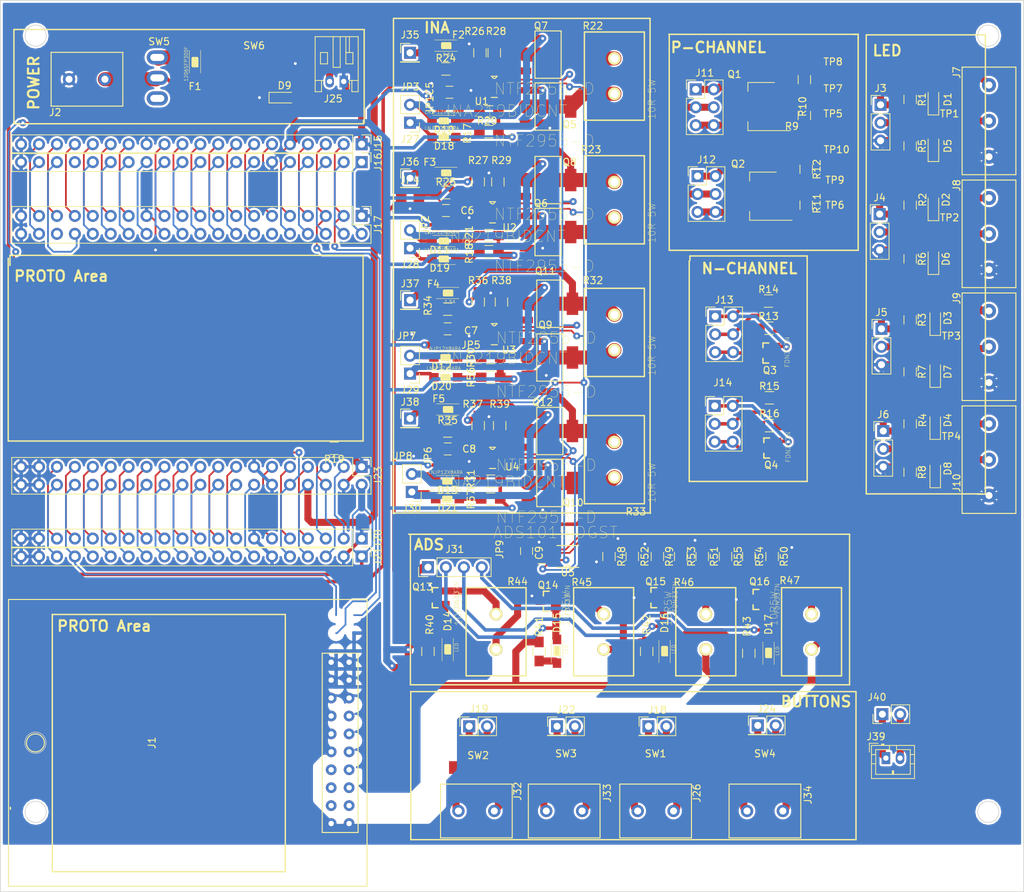
<source format=kicad_pcb>
(kicad_pcb (version 4) (host pcbnew 4.0.7-e2-6376~58~ubuntu17.04.1)
  (layers (0 F.Cu signal) (31 B.Cu signal hide) (34 B.Paste user) (35 F.Paste user) (36 B.SilkS user) (37 F.SilkS user) (38 B.Mask user) (39 F.Mask user) (44 Edge.Cuts user))
  (net 0 "")
  (net 1 "/Fixture Dev Kit - Functional Computer/LOLN")
  (net 2 GND)
  (net 3 "/Fixture Dev Kit - Functional Computer/LORN")
  (net 4 "Net-(C5-Pad2)")
  (net 5 "Net-(C6-Pad2)")
  (net 6 "Net-(C7-Pad2)")
  (net 7 "Net-(C8-Pad2)")
  (net 8 +5V)
  (net 9 "Net-(D1-Pad1)")
  (net 10 "Net-(D1-Pad2)")
  (net 11 "Net-(D2-Pad1)")
  (net 12 "Net-(D2-Pad2)")
  (net 13 "Net-(D3-Pad1)")
  (net 14 "Net-(D3-Pad2)")
  (net 15 "Net-(D4-Pad1)")
  (net 16 "Net-(D4-Pad2)")
  (net 17 "Net-(D5-Pad1)")
  (net 18 "Net-(D6-Pad1)")
  (net 19 "Net-(D7-Pad1)")
  (net 20 "Net-(D8-Pad1)")
  (net 21 /C4-VCC-3V3)
  (net 22 "/Fixture Dev Kit - INA/INA40_XIO")
  (net 23 "Net-(D10-Pad2)")
  (net 24 "/Fixture Dev Kit - INA/INA41_XIO")
  (net 25 "Net-(D11-Pad2)")
  (net 26 "/Fixture Dev Kit - INA/INA42_XIO")
  (net 27 "Net-(D12-Pad2)")
  (net 28 "/Fixture Dev Kit - INA/INA43_XIO")
  (net 29 "Net-(D13-Pad2)")
  (net 30 "/Fixture Dev Kit - ADS/AIN0_XIO")
  (net 31 "Net-(D14-Pad2)")
  (net 32 "/Fixture Dev Kit - ADS/AIN1_XIO")
  (net 33 "Net-(D15-Pad2)")
  (net 34 "/Fixture Dev Kit - ADS/AIN2_XIO")
  (net 35 "Net-(D16-Pad2)")
  (net 36 "/Fixture Dev Kit - ADS/AIN3_XIO")
  (net 37 "Net-(D17-Pad2)")
  (net 38 "/Fixture Dev Kit - Functional Computer/C4-PWR-IN")
  (net 39 "Net-(F2-Pad1)")
  (net 40 "Net-(F3-Pad1)")
  (net 41 "Net-(F4-Pad1)")
  (net 42 "Net-(F5-Pad1)")
  (net 43 /AIN0)
  (net 44 /AIN1)
  (net 45 /AIN2)
  (net 46 /AIN3)
  (net 47 /INA40_V-)
  (net 48 /INA41_V-)
  (net 49 /INA42_V-)
  (net 50 /INA43_V-)
  (net 51 /I2C-SDA)
  (net 52 /I2C-SCK)
  (net 53 /UART-RX)
  (net 54 /UART-TX)
  (net 55 /ADAPTER_ID)
  (net 56 "Net-(J3-Pad1)")
  (net 57 "Net-(J4-Pad1)")
  (net 58 "Net-(J5-Pad1)")
  (net 59 "/Fixture Dev Kit - PMosfets/Source0")
  (net 60 "/Fixture Dev Kit - PMosfets/Gate0")
  (net 61 "/Fixture Dev Kit - PMosfets/Drain0")
  (net 62 "/Fixture Dev Kit - PMosfets/Source1")
  (net 63 "/Fixture Dev Kit - PMosfets/Gate1")
  (net 64 "/Fixture Dev Kit - PMosfets/Drain1")
  (net 65 "/Fixture Dev Kits - NMosfets/Source_0")
  (net 66 "/Fixture Dev Kits - NMosfets/Gate_0")
  (net 67 "/Fixture Dev Kits - NMosfets/Drain_0")
  (net 68 "/Fixture Dev Kits - NMosfets/Source_1")
  (net 69 "/Fixture Dev Kits - NMosfets/Gate_1")
  (net 70 "/Fixture Dev Kits - NMosfets/Drain_1")
  (net 71 "Net-(J15-Pad4)")
  (net 72 "Net-(J15-Pad6)")
  (net 73 "Net-(J15-Pad7)")
  (net 74 "Net-(J15-Pad8)")
  (net 75 "Net-(J15-Pad9)")
  (net 76 "Net-(J15-Pad10)")
  (net 77 "Net-(J15-Pad11)")
  (net 78 "Net-(J15-Pad12)")
  (net 79 "Net-(J15-Pad14)")
  (net 80 "Net-(J15-Pad15)")
  (net 81 "Net-(J15-Pad16)")
  (net 82 "Net-(J15-Pad17)")
  (net 83 "/Fixture Dev Kit - Functional Computer/I2C-SDA")
  (net 84 "/Fixture Dev Kit - Functional Computer/I2C-SCK")
  (net 85 "Net-(J16-Pad1)")
  (net 86 "/Fixture Dev Kit - Functional Computer/LOLP")
  (net 87 "/Fixture Dev Kit - Functional Computer/LORP")
  (net 88 "Net-(J16-Pad7)")
  (net 89 "Net-(J16-Pad8)")
  (net 90 "Net-(J16-Pad9)")
  (net 91 "Net-(J16-Pad10)")
  (net 92 "Net-(J16-Pad11)")
  (net 93 "Net-(J16-Pad12)")
  (net 94 "Net-(J16-Pad13)")
  (net 95 "Net-(J16-Pad14)")
  (net 96 "Net-(J16-Pad15)")
  (net 97 "Net-(J16-Pad16)")
  (net 98 "Net-(J16-Pad19)")
  (net 99 "/Fixture Dev Kit - Functional Computer/BAT")
  (net 100 "/Fixture Dev Kit - Functional Computer/TS")
  (net 101 "/Fixture Dev Kit - Functional Computer/PWRON")
  (net 102 "Net-(J20-Pad2)")
  (net 103 "Net-(J20-Pad3)")
  (net 104 "Net-(J20-Pad4)")
  (net 105 "Net-(J20-Pad5)")
  (net 106 "Net-(J20-Pad6)")
  (net 107 "Net-(J20-Pad8)")
  (net 108 "Net-(J20-Pad9)")
  (net 109 "Net-(J20-Pad10)")
  (net 110 "Net-(J20-Pad11)")
  (net 111 "Net-(J20-Pad12)")
  (net 112 "Net-(J20-Pad13)")
  (net 113 "Net-(J20-Pad14)")
  (net 114 "Net-(J20-Pad15)")
  (net 115 "Net-(J20-Pad16)")
  (net 116 "Net-(J20-Pad17)")
  (net 117 "Net-(J20-Pad18)")
  (net 118 "Net-(J21-Pad7)")
  (net 119 "Net-(J21-Pad8)")
  (net 120 "Net-(J21-Pad9)")
  (net 121 "Net-(J21-Pad10)")
  (net 122 "Net-(J21-Pad11)")
  (net 123 "Net-(J21-Pad12)")
  (net 124 "Net-(J21-Pad13)")
  (net 125 "Net-(J21-Pad14)")
  (net 126 "Net-(J21-Pad15)")
  (net 127 "Net-(J21-Pad16)")
  (net 128 "Net-(J21-Pad18)")
  (net 129 "/Fixture Dev Kit - INA/LOAD40_XIO")
  (net 130 "/Fixture Dev Kit - INA/LOAD41_XIO")
  (net 131 "/Fixture Dev Kit - INA/LOAD42_XIO")
  (net 132 "/Fixture Dev Kit - INA/LOAD43_XIO")
  (net 133 "Net-(Q5-Pad2)")
  (net 134 "Net-(Q6-Pad2)")
  (net 135 "Net-(Q7-Pad2)")
  (net 136 "Net-(Q8-Pad2)")
  (net 137 "Net-(Q9-Pad2)")
  (net 138 "Net-(Q10-Pad2)")
  (net 139 "Net-(Q11-Pad2)")
  (net 140 "Net-(Q12-Pad2)")
  (net 141 "Net-(Q13-Pad2)")
  (net 142 "Net-(Q14-Pad2)")
  (net 143 "Net-(Q15-Pad2)")
  (net 144 "Net-(Q16-Pad2)")
  (net 145 "Net-(R26-Pad1)")
  (net 146 "Net-(R27-Pad1)")
  (net 147 "Net-(R28-Pad1)")
  (net 148 "Net-(R29-Pad1)")
  (net 149 "Net-(R36-Pad1)")
  (net 150 "Net-(R37-Pad1)")
  (net 151 "Net-(R38-Pad1)")
  (net 152 "Net-(R39-Pad1)")
  (net 153 "Net-(R52-Pad2)")
  (net 154 "Net-(R53-Pad2)")
  (net 155 "Net-(R54-Pad2)")
  (net 156 "Net-(R55-Pad2)")
  (net 157 "Net-(J16-Pad18)")
  (net 158 "Net-(D18-Pad2)")
  (net 159 "Net-(D19-Pad2)")
  (net 160 "Net-(D20-Pad2)")
  (net 161 "Net-(D21-Pad2)")
  (net 162 "Net-(F1-Pad1)")
  (net 163 "Net-(J10-Pad1)")
  (net 164 "Net-(C9-Pad1)")
  (net 165 "Net-(F2-Pad2)")
  (net 166 "Net-(F3-Pad2)")
  (net 167 "Net-(F4-Pad2)")
  (net 168 "Net-(F5-Pad2)")
  (net 169 "Net-(J18-Pad1)")
  (net 170 "Net-(J18-Pad2)")
  (net 171 "Net-(J19-Pad1)")
  (net 172 "Net-(J19-Pad2)")
  (net 173 "Net-(J22-Pad1)")
  (net 174 "Net-(J22-Pad2)")
  (net 175 "Net-(J24-Pad1)")
  (net 176 "Net-(J24-Pad2)")
  (net 177 "Net-(JP3-Pad1)")
  (net 178 "Net-(JP4-Pad1)")
  (net 179 "Net-(JP7-Pad1)")
  (net 180 "Net-(JP8-Pad1)")
  (net 181 "Net-(J39-Pad1)")
  (net 182 "Net-(J39-Pad2)")
  (module CHIP4DUT:DUT_HEADER_FOOTPRINT (layer F.Cu) (at 47.752 125.222 270)
    (fp_text reference J1 (at 0 1.27 270) (layer F.SilkS))
    (fp_text value DUT)
    (pad 1 thru_hole circle (at 11.43 -26.67 270) (size 1.524 1.524) (drill 0.762) (layers *.Cu *.Mask) (net 46 /AIN3))
    (pad 2 thru_hole circle (at 11.43 -24.13 270) (size 1.524 1.524) (drill 0.762) (layers *.Cu *.Mask) (net 2 GND))
    (pad 3 thru_hole circle (at 8.89 -26.67 270) (size 1.524 1.524) (drill 0.762) (layers *.Cu *.Mask) (net 45 /AIN2))
    (pad 4 thru_hole circle (at 8.89 -24.13 270) (size 1.524 1.524) (drill 0.762) (layers *.Cu *.Mask) (net 2 GND))
    (pad 5 thru_hole circle (at 6.35 -26.67 270) (size 1.524 1.524) (drill 0.762) (layers *.Cu *.Mask) (net 44 /AIN1))
    (pad 6 thru_hole circle (at 6.35 -24.13 270) (size 1.524 1.524) (drill 0.762) (layers *.Cu *.Mask) (net 2 GND))
    (pad 7 thru_hole circle (at 3.81 -26.67 270) (size 1.524 1.524) (drill 0.762) (layers *.Cu *.Mask) (net 43 /AIN0))
    (pad 8 thru_hole circle (at 3.81 -24.13 270) (size 1.524 1.524) (drill 0.762) (layers *.Cu *.Mask) (net 2 GND))
    (pad 9 thru_hole circle (at 1.27 -26.67 270) (size 1.524 1.524) (drill 0.762) (layers *.Cu *.Mask) (net 50 /INA43_V-))
    (pad 10 thru_hole circle (at 1.27 -24.13 270) (size 1.524 1.524) (drill 0.762) (layers *.Cu *.Mask) (net 2 GND))
    (pad 11 thru_hole circle (at -1.27 -26.67 270) (size 1.524 1.524) (drill 0.762) (layers *.Cu *.Mask) (net 49 /INA42_V-))
    (pad 12 thru_hole circle (at -1.27 -24.13 270) (size 1.524 1.524) (drill 0.762) (layers *.Cu *.Mask) (net 2 GND))
    (pad 13 thru_hole circle (at -3.81 -26.67 270) (size 1.524 1.524) (drill 0.762) (layers *.Cu *.Mask) (net 48 /INA41_V-))
    (pad 14 thru_hole circle (at -3.81 -24.13 270) (size 1.524 1.524) (drill 0.762) (layers *.Cu *.Mask) (net 2 GND))
    (pad 15 thru_hole circle (at -6.35 -26.67 270) (size 1.524 1.524) (drill 0.762) (layers *.Cu *.Mask) (net 47 /INA40_V-))
    (pad 16 thru_hole circle (at -6.35 -24.13 270) (size 1.524 1.524) (drill 0.762) (layers *.Cu *.Mask) (net 55 /ADAPTER_ID))
    (pad 17 thru_hole circle (at -8.89 -26.67 270) (size 1.524 1.524) (drill 0.762) (layers *.Cu *.Mask) (net 53 /UART-RX))
    (pad 18 thru_hole circle (at -8.89 -24.13 270) (size 1.524 1.524) (drill 0.762) (layers *.Cu *.Mask) (net 51 /I2C-SDA))
    (pad 19 thru_hole circle (at -11.43 -26.67 270) (size 1.524 1.524) (drill 0.762) (layers *.Cu *.Mask) (net 54 /UART-TX))
    (pad 20 thru_hole circle (at -11.43 -24.13 270) (size 1.524 1.524) (drill 0.762) (layers *.Cu *.Mask) (net 52 /I2C-SCK))
  )
  (module Capacitors_SMD:C_0805_HandSoldering (layer F.Cu) (at 88.646 33.02)
    (fp_text reference C5 (at -2.794 -0.508 90) (layer F.SilkS))
    (fp_text value 0.1uF)
    (pad 1 smd rect (at -1.25 0) (size 1.5 1.25) (layers F.Cu F.Paste F.Mask) (net 2 GND))
    (pad 2 smd rect (at 1.25 0) (size 1.5 1.25) (layers F.Cu F.Paste F.Mask) (net 4 "Net-(C5-Pad2)"))
  )
  (module Capacitors_SMD:C_0805_HandSoldering (layer F.Cu) (at 88.138 49.784)
    (fp_text reference C6 (at 3.048 0 180) (layer F.SilkS))
    (fp_text value 0.1uF)
    (pad 1 smd rect (at -1.25 0) (size 1.5 1.25) (layers F.Cu F.Paste F.Mask) (net 2 GND))
    (pad 2 smd rect (at 1.25 0) (size 1.5 1.25) (layers F.Cu F.Paste F.Mask) (net 5 "Net-(C6-Pad2)"))
  )
  (module Capacitors_SMD:C_0805_HandSoldering (layer F.Cu) (at 88.392 66.548)
    (fp_text reference C7 (at 3.302 0.254) (layer F.SilkS))
    (fp_text value 0.1uF)
    (pad 1 smd rect (at -1.25 0) (size 1.5 1.25) (layers F.Cu F.Paste F.Mask) (net 2 GND))
    (pad 2 smd rect (at 1.25 0) (size 1.5 1.25) (layers F.Cu F.Paste F.Mask) (net 6 "Net-(C7-Pad2)"))
  )
  (module Capacitors_SMD:C_0805_HandSoldering (layer F.Cu) (at 88.392 83.566)
    (fp_text reference C8 (at 3.048 0) (layer F.SilkS))
    (fp_text value 0.1uF)
    (pad 1 smd rect (at -1.25 0) (size 1.5 1.25) (layers F.Cu F.Paste F.Mask) (net 2 GND))
    (pad 2 smd rect (at 1.25 0) (size 1.5 1.25) (layers F.Cu F.Paste F.Mask) (net 7 "Net-(C8-Pad2)"))
  )
  (module Capacitors_SMD:C_0805_HandSoldering (layer F.Cu) (at 99.568 98.044 90)
    (fp_text reference C9 (at -0.254 1.778 90) (layer F.SilkS))
    (fp_text value 0.1uF)
    (pad 1 smd rect (at -1.25 0 90) (size 1.5 1.25) (layers F.Cu F.Paste F.Mask) (net 164 "Net-(C9-Pad1)"))
    (pad 2 smd rect (at 1.25 0 90) (size 1.5 1.25) (layers F.Cu F.Paste F.Mask) (net 2 GND))
  )
  (module LEDs:LED_0805_HandSoldering (layer F.Cu) (at 157.226 34.036 90)
    (fp_text reference D1 (at 0 2.032 90) (layer F.SilkS))
    (fp_text value Purple)
    (pad 1 smd rect (at -1.35 0 90) (size 1.5 1.3) (layers F.Cu F.Paste F.Mask) (net 9 "Net-(D1-Pad1)"))
    (pad 2 smd rect (at 1.35 0 90) (size 1.5 1.3) (layers F.Cu F.Paste F.Mask) (net 10 "Net-(D1-Pad2)"))
  )
  (module LEDs:LED_0805_HandSoldering (layer F.Cu) (at 157.226 49.022 90)
    (fp_text reference D2 (at 0.762 1.778 90) (layer F.SilkS))
    (fp_text value Purple)
    (pad 1 smd rect (at -1.35 0 90) (size 1.5 1.3) (layers F.Cu F.Paste F.Mask) (net 11 "Net-(D2-Pad1)"))
    (pad 2 smd rect (at 1.35 0 90) (size 1.5 1.3) (layers F.Cu F.Paste F.Mask) (net 12 "Net-(D2-Pad2)"))
  )
  (module LEDs:LED_0805_HandSoldering (layer F.Cu) (at 157.48 65.278 90)
    (fp_text reference D3 (at 0.254 1.778 90) (layer F.SilkS))
    (fp_text value Purple)
    (pad 1 smd rect (at -1.35 0 90) (size 1.5 1.3) (layers F.Cu F.Paste F.Mask) (net 13 "Net-(D3-Pad1)"))
    (pad 2 smd rect (at 1.35 0 90) (size 1.5 1.3) (layers F.Cu F.Paste F.Mask) (net 14 "Net-(D3-Pad2)"))
  )
  (module LEDs:LED_0805_HandSoldering (layer F.Cu) (at 157.48 80.01 90)
    (fp_text reference D4 (at 0.508 1.778 90) (layer F.SilkS))
    (fp_text value Purple)
    (pad 1 smd rect (at -1.35 0 90) (size 1.5 1.3) (layers F.Cu F.Paste F.Mask) (net 15 "Net-(D4-Pad1)"))
    (pad 2 smd rect (at 1.35 0 90) (size 1.5 1.3) (layers F.Cu F.Paste F.Mask) (net 16 "Net-(D4-Pad2)"))
  )
  (module LEDs:LED_0805_HandSoldering (layer F.Cu) (at 157.226 40.64 90)
    (fp_text reference D5 (at 0 2.032 90) (layer F.SilkS))
    (fp_text value Green)
    (pad 1 smd rect (at -1.35 0 90) (size 1.5 1.3) (layers F.Cu F.Paste F.Mask) (net 17 "Net-(D5-Pad1)"))
    (pad 2 smd rect (at 1.35 0 90) (size 1.5 1.3) (layers F.Cu F.Paste F.Mask) (net 9 "Net-(D1-Pad1)"))
  )
  (module LEDs:LED_0805_HandSoldering (layer F.Cu) (at 157.226 56.642 90)
    (fp_text reference D6 (at 0 1.778 90) (layer F.SilkS))
    (fp_text value Green)
    (pad 1 smd rect (at -1.35 0 90) (size 1.5 1.3) (layers F.Cu F.Paste F.Mask) (net 18 "Net-(D6-Pad1)"))
    (pad 2 smd rect (at 1.35 0 90) (size 1.5 1.3) (layers F.Cu F.Paste F.Mask) (net 11 "Net-(D2-Pad1)"))
  )
  (module LEDs:LED_0805_HandSoldering (layer F.Cu) (at 157.48 72.644 90)
    (fp_text reference D7 (at 0 1.778 90) (layer F.SilkS))
    (fp_text value Green)
    (pad 1 smd rect (at -1.35 0 90) (size 1.5 1.3) (layers F.Cu F.Paste F.Mask) (net 19 "Net-(D7-Pad1)"))
    (pad 2 smd rect (at 1.35 0 90) (size 1.5 1.3) (layers F.Cu F.Paste F.Mask) (net 13 "Net-(D3-Pad1)"))
  )
  (module LEDs:LED_0805_HandSoldering (layer F.Cu) (at 157.48 86.868 90)
    (fp_text reference D8 (at 0.508 1.778 90) (layer F.SilkS))
    (fp_text value Green)
    (pad 1 smd rect (at -1.35 0 90) (size 1.5 1.3) (layers F.Cu F.Paste F.Mask) (net 20 "Net-(D8-Pad1)"))
    (pad 2 smd rect (at 1.35 0 90) (size 1.5 1.3) (layers F.Cu F.Paste F.Mask) (net 15 "Net-(D4-Pad1)"))
  )
  (module 1206:1206 (layer F.Cu) (at 87.884 37.084)
    (fp_text reference D10 (at 0 1.27) (layer F.SilkS))
    (fp_text value LNJP12X8ARA (at -0.31649 -1.25925) (layer F.SilkS) (effects (font (size 0.480745 0.480745) (thickness 0.05))))
    (pad 1 smd rect (at -1.7 0) (size 1.35 1.2) (layers F.Cu F.Paste F.Mask) (net 22 "/Fixture Dev Kit - INA/INA40_XIO"))
    (pad 2 smd rect (at 1.65 0) (size 1.35 1.2) (layers F.Cu F.Paste F.Mask) (net 23 "Net-(D10-Pad2)"))
  )
  (module 1206:1206 (layer F.Cu) (at 87.884 54.102)
    (fp_text reference D11 (at -0.62201 1.2852) (layer F.SilkS))
    (fp_text value LNJP12X8ARA (at -0.31649 -1.25925) (layer F.SilkS) (effects (font (size 0.480745 0.480745) (thickness 0.05))))
    (pad 1 smd rect (at -1.7 0) (size 1.35 1.2) (layers F.Cu F.Paste F.Mask) (net 24 "/Fixture Dev Kit - INA/INA41_XIO"))
    (pad 2 smd rect (at 1.65 0) (size 1.35 1.2) (layers F.Cu F.Paste F.Mask) (net 25 "Net-(D11-Pad2)"))
  )
  (module 1206:1206 (layer F.Cu) (at 88.138 70.612)
    (fp_text reference D12 (at -0.62201 1.2852) (layer F.SilkS))
    (fp_text value LNJP12X8ARA (at -0.31649 -1.25925) (layer F.SilkS) (effects (font (size 0.480745 0.480745) (thickness 0.05))))
    (pad 1 smd rect (at -1.7 0) (size 1.35 1.2) (layers F.Cu F.Paste F.Mask) (net 26 "/Fixture Dev Kit - INA/INA42_XIO"))
    (pad 2 smd rect (at 1.65 0) (size 1.35 1.2) (layers F.Cu F.Paste F.Mask) (net 27 "Net-(D12-Pad2)"))
  )
  (module 1206:1206 (layer F.Cu) (at 88.392 88.138)
    (fp_text reference D13 (at 0 1.27) (layer F.SilkS))
    (fp_text value LNJP12X8ARA (at -0.31649 -1.25925) (layer F.SilkS) (effects (font (size 0.480745 0.480745) (thickness 0.05))))
    (pad 1 smd rect (at -1.7 0) (size 1.35 1.2) (layers F.Cu F.Paste F.Mask) (net 28 "/Fixture Dev Kit - INA/INA43_XIO"))
    (pad 2 smd rect (at 1.65 0) (size 1.35 1.2) (layers F.Cu F.Paste F.Mask) (net 29 "Net-(D13-Pad2)"))
  )
  (module 1206:1206 (layer F.Cu) (at 88.392 112.014 270)
    (fp_text reference D14 (at -4.064 0 270) (layer F.SilkS))
    (fp_text value LED (at -0.31649 -1.25925 270) (layer F.SilkS) (effects (font (size 0.480745 0.480745) (thickness 0.05))))
    (pad 1 smd rect (at -1.7 0 270) (size 1.35 1.2) (layers F.Cu F.Paste F.Mask) (net 30 "/Fixture Dev Kit - ADS/AIN0_XIO"))
    (pad 2 smd rect (at 1.65 0 270) (size 1.35 1.2) (layers F.Cu F.Paste F.Mask) (net 31 "Net-(D14-Pad2)"))
  )
  (module 1206:1206 (layer F.Cu) (at 103.886 112.268 270)
    (fp_text reference D15 (at -4.064 0 270) (layer F.SilkS))
    (fp_text value LED (at -0.31649 -1.25925 270) (layer F.SilkS) (effects (font (size 0.480745 0.480745) (thickness 0.05))))
    (pad 1 smd rect (at -1.7 0 270) (size 1.35 1.2) (layers F.Cu F.Paste F.Mask) (net 32 "/Fixture Dev Kit - ADS/AIN1_XIO"))
    (pad 2 smd rect (at 1.65 0 270) (size 1.35 1.2) (layers F.Cu F.Paste F.Mask) (net 33 "Net-(D15-Pad2)"))
  )
  (module 1206:1206 (layer F.Cu) (at 119.126 112.268 270)
    (fp_text reference D16 (at -4.064 0 270) (layer F.SilkS))
    (fp_text value LED (at -0.31649 -1.25925 270) (layer F.SilkS) (effects (font (size 0.480745 0.480745) (thickness 0.05))))
    (pad 1 smd rect (at -1.7 0 270) (size 1.35 1.2) (layers F.Cu F.Paste F.Mask) (net 34 "/Fixture Dev Kit - ADS/AIN2_XIO"))
    (pad 2 smd rect (at 1.65 0 270) (size 1.35 1.2) (layers F.Cu F.Paste F.Mask) (net 35 "Net-(D16-Pad2)"))
  )
  (module 1206:1206 (layer F.Cu) (at 133.858 112.522 270)
    (fp_text reference D17 (at -4.064 0 270) (layer F.SilkS))
    (fp_text value LED (at -0.31649 -1.25925 270) (layer F.SilkS) (effects (font (size 0.480745 0.480745) (thickness 0.05))))
    (pad 1 smd rect (at -1.7 0 270) (size 1.35 1.2) (layers F.Cu F.Paste F.Mask) (net 36 "/Fixture Dev Kit - ADS/AIN3_XIO"))
    (pad 2 smd rect (at 1.65 0 270) (size 1.35 1.2) (layers F.Cu F.Paste F.Mask) (net 37 "Net-(D17-Pad2)"))
  )
  (module 1206:1206 (layer F.Cu) (at 52.578 28.702 90)
    (fp_text reference F1 (at -3.4925 0 180) (layer F.SilkS))
    (fp_text value 1206SFP300F (at -0.31649 -1.25925 90) (layer F.SilkS) (effects (font (size 0.480745 0.480745) (thickness 0.05))))
    (pad 1 smd rect (at -1.7 0 90) (size 1.35 1.2) (layers F.Cu F.Paste F.Mask) (net 162 "Net-(F1-Pad1)"))
    (pad 2 smd rect (at 1.65 0 90) (size 1.35 1.2) (layers F.Cu F.Paste F.Mask) (net 38 "/Fixture Dev Kit - Functional Computer/C4-PWR-IN"))
  )
  (module 1206:1206 (layer F.Cu) (at 88.138 26.416 180)
    (fp_text reference F2 (at -1.778 1.524 180) (layer F.SilkS))
    (fp_text value 1.5A (at -0.31649 -1.25925 180) (layer F.SilkS) (effects (font (size 0.480745 0.480745) (thickness 0.05))))
    (pad 1 smd rect (at -1.7 0 180) (size 1.35 1.2) (layers F.Cu F.Paste F.Mask) (net 39 "Net-(F2-Pad1)"))
    (pad 2 smd rect (at 1.65 0 180) (size 1.35 1.2) (layers F.Cu F.Paste F.Mask) (net 165 "Net-(F2-Pad2)"))
  )
  (module 1206:1206 (layer F.Cu) (at 88.138 44.45 180)
    (fp_text reference F3 (at 2.286 1.524 180) (layer F.SilkS))
    (fp_text value 1.5A (at -0.31649 -1.25925 180) (layer F.SilkS) (effects (font (size 0.480745 0.480745) (thickness 0.05))))
    (pad 1 smd rect (at -1.7 0 180) (size 1.35 1.2) (layers F.Cu F.Paste F.Mask) (net 40 "Net-(F3-Pad1)"))
    (pad 2 smd rect (at 1.65 0 180) (size 1.35 1.2) (layers F.Cu F.Paste F.Mask) (net 166 "Net-(F3-Pad2)"))
  )
  (module 1206:1206 (layer F.Cu) (at 88.392 61.468 180)
    (fp_text reference F4 (at 2.032 1.27 180) (layer F.SilkS))
    (fp_text value 1.5A (at -0.31649 -1.25925 180) (layer F.SilkS) (effects (font (size 0.480745 0.480745) (thickness 0.05))))
    (pad 1 smd rect (at -1.7 0 180) (size 1.35 1.2) (layers F.Cu F.Paste F.Mask) (net 41 "Net-(F4-Pad1)"))
    (pad 2 smd rect (at 1.65 0 180) (size 1.35 1.2) (layers F.Cu F.Paste F.Mask) (net 167 "Net-(F4-Pad2)"))
  )
  (module 1206:1206 (layer F.Cu) (at 88.392 77.978 180)
    (fp_text reference F5 (at 1.27 1.524 180) (layer F.SilkS))
    (fp_text value 1.5A (at -0.31649 -1.25925 180) (layer F.SilkS) (effects (font (size 0.480745 0.480745) (thickness 0.05))))
    (pad 1 smd rect (at -1.7 0 180) (size 1.35 1.2) (layers F.Cu F.Paste F.Mask) (net 42 "Net-(F5-Pad1)"))
    (pad 2 smd rect (at 1.65 0 180) (size 1.35 1.2) (layers F.Cu F.Paste F.Mask) (net 168 "Net-(F5-Pad2)"))
  )
  (module Pin_Headers:Pin_Header_Straight_1x03_Pitch2.54mm (layer F.Cu) (at 149.733 34.798)
    (fp_text reference J3 (at 0 -2.33) (layer F.SilkS))
    (fp_text value LED_0)
    (pad 1 thru_hole rect (at 0 0) (size 1.7 1.7) (drill 1) (layers *.Cu *.Mask) (net 56 "Net-(J3-Pad1)"))
    (pad 2 thru_hole oval (at 0 2.54) (size 1.7 1.7) (drill 1) (layers *.Cu *.Mask) (net 9 "Net-(D1-Pad1)"))
    (pad 3 thru_hole oval (at 0 5.08) (size 1.7 1.7) (drill 1) (layers *.Cu *.Mask) (net 2 GND))
  )
  (module Pin_Headers:Pin_Header_Straight_1x03_Pitch2.54mm (layer F.Cu) (at 149.606 50.292)
    (fp_text reference J4 (at 0 -2.33) (layer F.SilkS))
    (fp_text value LED_1)
    (pad 1 thru_hole rect (at 0 0) (size 1.7 1.7) (drill 1) (layers *.Cu *.Mask) (net 57 "Net-(J4-Pad1)"))
    (pad 2 thru_hole oval (at 0 2.54) (size 1.7 1.7) (drill 1) (layers *.Cu *.Mask) (net 11 "Net-(D2-Pad1)"))
    (pad 3 thru_hole oval (at 0 5.08) (size 1.7 1.7) (drill 1) (layers *.Cu *.Mask) (net 2 GND))
  )
  (module Pin_Headers:Pin_Header_Straight_1x03_Pitch2.54mm (layer F.Cu) (at 149.86 66.548)
    (fp_text reference J5 (at 0 -2.33) (layer F.SilkS))
    (fp_text value LED_2)
    (pad 1 thru_hole rect (at 0 0) (size 1.7 1.7) (drill 1) (layers *.Cu *.Mask) (net 58 "Net-(J5-Pad1)"))
    (pad 2 thru_hole oval (at 0 2.54) (size 1.7 1.7) (drill 1) (layers *.Cu *.Mask) (net 13 "Net-(D3-Pad1)"))
    (pad 3 thru_hole oval (at 0 5.08) (size 1.7 1.7) (drill 1) (layers *.Cu *.Mask) (net 2 GND))
  )
  (module Pin_Headers:Pin_Header_Straight_1x03_Pitch2.54mm (layer F.Cu) (at 150.114 81.026)
    (fp_text reference J6 (at 0 -2.33) (layer F.SilkS))
    (fp_text value LED_3)
    (pad 1 thru_hole rect (at 0 0) (size 1.7 1.7) (drill 1) (layers *.Cu *.Mask) (net 163 "Net-(J10-Pad1)"))
    (pad 2 thru_hole oval (at 0 2.54) (size 1.7 1.7) (drill 1) (layers *.Cu *.Mask) (net 15 "Net-(D4-Pad1)"))
    (pad 3 thru_hole oval (at 0 5.08) (size 1.7 1.7) (drill 1) (layers *.Cu *.Mask) (net 2 GND))
  )
  (module Pin_Headers:Pin_Header_Straight_2x03_Pitch2.54mm (layer F.Cu) (at 123.5456 32.6136)
    (fp_text reference J11 (at 1.27 -2.33) (layer F.SilkS))
    (fp_text value FET_0)
    (pad 1 thru_hole rect (at 0 0) (size 1.7 1.7) (drill 1) (layers *.Cu *.Mask) (net 59 "/Fixture Dev Kit - PMosfets/Source0"))
    (pad 2 thru_hole oval (at 2.54 0) (size 1.7 1.7) (drill 1) (layers *.Cu *.Mask) (net 59 "/Fixture Dev Kit - PMosfets/Source0"))
    (pad 3 thru_hole oval (at 0 2.54) (size 1.7 1.7) (drill 1) (layers *.Cu *.Mask) (net 60 "/Fixture Dev Kit - PMosfets/Gate0"))
    (pad 4 thru_hole oval (at 2.54 2.54) (size 1.7 1.7) (drill 1) (layers *.Cu *.Mask) (net 60 "/Fixture Dev Kit - PMosfets/Gate0"))
    (pad 5 thru_hole oval (at 0 5.08) (size 1.7 1.7) (drill 1) (layers *.Cu *.Mask) (net 61 "/Fixture Dev Kit - PMosfets/Drain0"))
    (pad 6 thru_hole oval (at 2.54 5.08) (size 1.7 1.7) (drill 1) (layers *.Cu *.Mask) (net 61 "/Fixture Dev Kit - PMosfets/Drain0"))
  )
  (module Pin_Headers:Pin_Header_Straight_2x03_Pitch2.54mm (layer F.Cu) (at 123.7996 44.9072)
    (fp_text reference J12 (at 1.27 -2.33) (layer F.SilkS))
    (fp_text value FET_0)
    (pad 1 thru_hole rect (at 0 0) (size 1.7 1.7) (drill 1) (layers *.Cu *.Mask) (net 62 "/Fixture Dev Kit - PMosfets/Source1"))
    (pad 2 thru_hole oval (at 2.54 0) (size 1.7 1.7) (drill 1) (layers *.Cu *.Mask) (net 62 "/Fixture Dev Kit - PMosfets/Source1"))
    (pad 3 thru_hole oval (at 0 2.54) (size 1.7 1.7) (drill 1) (layers *.Cu *.Mask) (net 63 "/Fixture Dev Kit - PMosfets/Gate1"))
    (pad 4 thru_hole oval (at 2.54 2.54) (size 1.7 1.7) (drill 1) (layers *.Cu *.Mask) (net 63 "/Fixture Dev Kit - PMosfets/Gate1"))
    (pad 5 thru_hole oval (at 0 5.08) (size 1.7 1.7) (drill 1) (layers *.Cu *.Mask) (net 64 "/Fixture Dev Kit - PMosfets/Drain1"))
    (pad 6 thru_hole oval (at 2.54 5.08) (size 1.7 1.7) (drill 1) (layers *.Cu *.Mask) (net 64 "/Fixture Dev Kit - PMosfets/Drain1"))
  )
  (module Pin_Headers:Pin_Header_Straight_2x03_Pitch2.54mm (layer F.Cu) (at 126.3015 64.7827)
    (fp_text reference J13 (at 1.27 -2.33) (layer F.SilkS))
    (fp_text value NFET_0)
    (pad 1 thru_hole rect (at 0 0) (size 1.7 1.7) (drill 1) (layers *.Cu *.Mask) (net 65 "/Fixture Dev Kits - NMosfets/Source_0"))
    (pad 2 thru_hole oval (at 2.54 0) (size 1.7 1.7) (drill 1) (layers *.Cu *.Mask) (net 65 "/Fixture Dev Kits - NMosfets/Source_0"))
    (pad 3 thru_hole oval (at 0 2.54) (size 1.7 1.7) (drill 1) (layers *.Cu *.Mask) (net 66 "/Fixture Dev Kits - NMosfets/Gate_0"))
    (pad 4 thru_hole oval (at 2.54 2.54) (size 1.7 1.7) (drill 1) (layers *.Cu *.Mask) (net 66 "/Fixture Dev Kits - NMosfets/Gate_0"))
    (pad 5 thru_hole oval (at 0 5.08) (size 1.7 1.7) (drill 1) (layers *.Cu *.Mask) (net 67 "/Fixture Dev Kits - NMosfets/Drain_0"))
    (pad 6 thru_hole oval (at 2.54 5.08) (size 1.7 1.7) (drill 1) (layers *.Cu *.Mask) (net 67 "/Fixture Dev Kits - NMosfets/Drain_0"))
  )
  (module Pin_Headers:Pin_Header_Straight_2x03_Pitch2.54mm (layer F.Cu) (at 126.238 77.47)
    (fp_text reference J14 (at 1.143 -3.302) (layer F.SilkS))
    (fp_text value NFET_1)
    (pad 1 thru_hole rect (at 0 0) (size 1.7 1.7) (drill 1) (layers *.Cu *.Mask) (net 68 "/Fixture Dev Kits - NMosfets/Source_1"))
    (pad 2 thru_hole oval (at 2.54 0) (size 1.7 1.7) (drill 1) (layers *.Cu *.Mask) (net 68 "/Fixture Dev Kits - NMosfets/Source_1"))
    (pad 3 thru_hole oval (at 0 2.54) (size 1.7 1.7) (drill 1) (layers *.Cu *.Mask) (net 69 "/Fixture Dev Kits - NMosfets/Gate_1"))
    (pad 4 thru_hole oval (at 2.54 2.54) (size 1.7 1.7) (drill 1) (layers *.Cu *.Mask) (net 69 "/Fixture Dev Kits - NMosfets/Gate_1"))
    (pad 5 thru_hole oval (at 0 5.08) (size 1.7 1.7) (drill 1) (layers *.Cu *.Mask) (net 70 "/Fixture Dev Kits - NMosfets/Drain_1"))
    (pad 6 thru_hole oval (at 2.54 5.08) (size 1.7 1.7) (drill 1) (layers *.Cu *.Mask) (net 70 "/Fixture Dev Kits - NMosfets/Drain_1"))
  )
  (module Pin_Headers:Pin_Header_Straight_1x20_Pitch2.54mm (layer F.Cu) (at 76.2 40.386 270)
    (fp_text reference J15 (at 0 -2.33 270) (layer F.SilkS))
    (fp_text value Conn_01x20)
    (pad 1 thru_hole rect (at 0 0 270) (size 1.7 1.7) (drill 1) (layers *.Cu *.Mask) (net 2 GND))
    (pad 2 thru_hole oval (at 0 2.54 270) (size 1.7 1.7) (drill 1) (layers *.Cu *.Mask) (net 54 /UART-TX))
    (pad 3 thru_hole oval (at 0 5.08 270) (size 1.7 1.7) (drill 1) (layers *.Cu *.Mask) (net 53 /UART-RX))
    (pad 4 thru_hole oval (at 0 7.62 270) (size 1.7 1.7) (drill 1) (layers *.Cu *.Mask) (net 71 "Net-(J15-Pad4)"))
    (pad 5 thru_hole oval (at 0 10.16 270) (size 1.7 1.7) (drill 1) (layers *.Cu *.Mask) (net 21 /C4-VCC-3V3))
    (pad 6 thru_hole oval (at 0 12.7 270) (size 1.7 1.7) (drill 1) (layers *.Cu *.Mask) (net 72 "Net-(J15-Pad6)"))
    (pad 7 thru_hole oval (at 0 15.24 270) (size 1.7 1.7) (drill 1) (layers *.Cu *.Mask) (net 73 "Net-(J15-Pad7)"))
    (pad 8 thru_hole oval (at 0 17.78 270) (size 1.7 1.7) (drill 1) (layers *.Cu *.Mask) (net 74 "Net-(J15-Pad8)"))
    (pad 9 thru_hole oval (at 0 20.32 270) (size 1.7 1.7) (drill 1) (layers *.Cu *.Mask) (net 75 "Net-(J15-Pad9)"))
    (pad 10 thru_hole oval (at 0 22.86 270) (size 1.7 1.7) (drill 1) (layers *.Cu *.Mask) (net 76 "Net-(J15-Pad10)"))
    (pad 11 thru_hole oval (at 0 25.4 270) (size 1.7 1.7) (drill 1) (layers *.Cu *.Mask) (net 77 "Net-(J15-Pad11)"))
    (pad 12 thru_hole oval (at 0 27.94 270) (size 1.7 1.7) (drill 1) (layers *.Cu *.Mask) (net 78 "Net-(J15-Pad12)"))
    (pad 13 thru_hole oval (at 0 30.48 270) (size 1.7 1.7) (drill 1) (layers *.Cu *.Mask) (net 2 GND))
    (pad 14 thru_hole oval (at 0 33.02 270) (size 1.7 1.7) (drill 1) (layers *.Cu *.Mask) (net 79 "Net-(J15-Pad14)"))
    (pad 15 thru_hole oval (at 0 35.56 270) (size 1.7 1.7) (drill 1) (layers *.Cu *.Mask) (net 80 "Net-(J15-Pad15)"))
    (pad 16 thru_hole oval (at 0 38.1 270) (size 1.7 1.7) (drill 1) (layers *.Cu *.Mask) (net 81 "Net-(J15-Pad16)"))
    (pad 17 thru_hole oval (at 0 40.64 270) (size 1.7 1.7) (drill 1) (layers *.Cu *.Mask) (net 82 "Net-(J15-Pad17)"))
    (pad 18 thru_hole oval (at 0 43.18 270) (size 1.7 1.7) (drill 1) (layers *.Cu *.Mask) (net 83 "/Fixture Dev Kit - Functional Computer/I2C-SDA"))
    (pad 19 thru_hole oval (at 0 45.72 270) (size 1.7 1.7) (drill 1) (layers *.Cu *.Mask) (net 84 "/Fixture Dev Kit - Functional Computer/I2C-SCK"))
    (pad 20 thru_hole oval (at 0 48.26 270) (size 1.7 1.7) (drill 1) (layers *.Cu *.Mask) (net 2 GND))
  )
  (module Pin_Headers:Pin_Header_Straight_1x20_Pitch2.54mm (layer F.Cu) (at 76.2 42.926 270)
    (fp_text reference J16 (at 0 -2.33 270) (layer F.SilkS))
    (fp_text value Conn_01x20)
    (pad 1 thru_hole rect (at 0 0 270) (size 1.7 1.7) (drill 1) (layers *.Cu *.Mask) (net 85 "Net-(J16-Pad1)"))
    (pad 2 thru_hole oval (at 0 2.54 270) (size 1.7 1.7) (drill 1) (layers *.Cu *.Mask) (net 86 "/Fixture Dev Kit - Functional Computer/LOLP"))
    (pad 3 thru_hole oval (at 0 5.08 270) (size 1.7 1.7) (drill 1) (layers *.Cu *.Mask) (net 1 "/Fixture Dev Kit - Functional Computer/LOLN"))
    (pad 4 thru_hole oval (at 0 7.62 270) (size 1.7 1.7) (drill 1) (layers *.Cu *.Mask) (net 87 "/Fixture Dev Kit - Functional Computer/LORP"))
    (pad 5 thru_hole oval (at 0 10.16 270) (size 1.7 1.7) (drill 1) (layers *.Cu *.Mask) (net 3 "/Fixture Dev Kit - Functional Computer/LORN"))
    (pad 6 thru_hole oval (at 0 12.7 270) (size 1.7 1.7) (drill 1) (layers *.Cu *.Mask) (net 2 GND))
    (pad 7 thru_hole oval (at 0 15.24 270) (size 1.7 1.7) (drill 1) (layers *.Cu *.Mask) (net 88 "Net-(J16-Pad7)"))
    (pad 8 thru_hole oval (at 0 17.78 270) (size 1.7 1.7) (drill 1) (layers *.Cu *.Mask) (net 89 "Net-(J16-Pad8)"))
    (pad 9 thru_hole oval (at 0 20.32 270) (size 1.7 1.7) (drill 1) (layers *.Cu *.Mask) (net 90 "Net-(J16-Pad9)"))
    (pad 10 thru_hole oval (at 0 22.86 270) (size 1.7 1.7) (drill 1) (layers *.Cu *.Mask) (net 91 "Net-(J16-Pad10)"))
    (pad 11 thru_hole oval (at 0 25.4 270) (size 1.7 1.7) (drill 1) (layers *.Cu *.Mask) (net 92 "Net-(J16-Pad11)"))
    (pad 12 thru_hole oval (at 0 27.94 270) (size 1.7 1.7) (drill 1) (layers *.Cu *.Mask) (net 93 "Net-(J16-Pad12)"))
    (pad 13 thru_hole oval (at 0 30.48 270) (size 1.7 1.7) (drill 1) (layers *.Cu *.Mask) (net 94 "Net-(J16-Pad13)"))
    (pad 14 thru_hole oval (at 0 33.02 270) (size 1.7 1.7) (drill 1) (layers *.Cu *.Mask) (net 95 "Net-(J16-Pad14)"))
    (pad 15 thru_hole oval (at 0 35.56 270) (size 1.7 1.7) (drill 1) (layers *.Cu *.Mask) (net 96 "Net-(J16-Pad15)"))
    (pad 16 thru_hole oval (at 0 38.1 270) (size 1.7 1.7) (drill 1) (layers *.Cu *.Mask) (net 97 "Net-(J16-Pad16)"))
    (pad 17 thru_hole oval (at 0 40.64 270) (size 1.7 1.7) (drill 1) (layers *.Cu *.Mask))
    (pad 18 thru_hole oval (at 0 43.18 270) (size 1.7 1.7) (drill 1) (layers *.Cu *.Mask) (net 157 "Net-(J16-Pad18)"))
    (pad 19 thru_hole oval (at 0 45.72 270) (size 1.7 1.7) (drill 1) (layers *.Cu *.Mask) (net 98 "Net-(J16-Pad19)"))
    (pad 20 thru_hole oval (at 0 48.26 270) (size 1.7 1.7) (drill 1) (layers *.Cu *.Mask) (net 2 GND))
  )
  (module Pin_Headers:Pin_Header_Straight_2x20_Pitch2.54mm (layer F.Cu) (at 76.2 50.546 270)
    (fp_text reference J17 (at 1.27 -2.33 270) (layer F.SilkS))
    (fp_text value CHIP4RH)
    (pad 1 thru_hole rect (at 0 0 270) (size 1.7 1.7) (drill 1) (layers *.Cu *.Mask) (net 2 GND))
    (pad 2 thru_hole oval (at 2.54 0 270) (size 1.7 1.7) (drill 1) (layers *.Cu *.Mask) (net 85 "Net-(J16-Pad1)"))
    (pad 3 thru_hole oval (at 0 2.54 270) (size 1.7 1.7) (drill 1) (layers *.Cu *.Mask) (net 54 /UART-TX))
    (pad 4 thru_hole oval (at 2.54 2.54 270) (size 1.7 1.7) (drill 1) (layers *.Cu *.Mask) (net 86 "/Fixture Dev Kit - Functional Computer/LOLP"))
    (pad 5 thru_hole oval (at 0 5.08 270) (size 1.7 1.7) (drill 1) (layers *.Cu *.Mask) (net 53 /UART-RX))
    (pad 6 thru_hole oval (at 2.54 5.08 270) (size 1.7 1.7) (drill 1) (layers *.Cu *.Mask) (net 1 "/Fixture Dev Kit - Functional Computer/LOLN"))
    (pad 7 thru_hole oval (at 0 7.62 270) (size 1.7 1.7) (drill 1) (layers *.Cu *.Mask) (net 71 "Net-(J15-Pad4)"))
    (pad 8 thru_hole oval (at 2.54 7.62 270) (size 1.7 1.7) (drill 1) (layers *.Cu *.Mask) (net 87 "/Fixture Dev Kit - Functional Computer/LORP"))
    (pad 9 thru_hole oval (at 0 10.16 270) (size 1.7 1.7) (drill 1) (layers *.Cu *.Mask) (net 21 /C4-VCC-3V3))
    (pad 10 thru_hole oval (at 2.54 10.16 270) (size 1.7 1.7) (drill 1) (layers *.Cu *.Mask) (net 3 "/Fixture Dev Kit - Functional Computer/LORN"))
    (pad 11 thru_hole oval (at 0 12.7 270) (size 1.7 1.7) (drill 1) (layers *.Cu *.Mask) (net 72 "Net-(J15-Pad6)"))
    (pad 12 thru_hole oval (at 2.54 12.7 270) (size 1.7 1.7) (drill 1) (layers *.Cu *.Mask))
    (pad 13 thru_hole oval (at 0 15.24 270) (size 1.7 1.7) (drill 1) (layers *.Cu *.Mask) (net 73 "Net-(J15-Pad7)"))
    (pad 14 thru_hole oval (at 2.54 15.24 270) (size 1.7 1.7) (drill 1) (layers *.Cu *.Mask) (net 88 "Net-(J16-Pad7)"))
    (pad 15 thru_hole oval (at 0 17.78 270) (size 1.7 1.7) (drill 1) (layers *.Cu *.Mask) (net 74 "Net-(J15-Pad8)"))
    (pad 16 thru_hole oval (at 2.54 17.78 270) (size 1.7 1.7) (drill 1) (layers *.Cu *.Mask) (net 89 "Net-(J16-Pad8)"))
    (pad 17 thru_hole oval (at 0 20.32 270) (size 1.7 1.7) (drill 1) (layers *.Cu *.Mask) (net 75 "Net-(J15-Pad9)"))
    (pad 18 thru_hole oval (at 2.54 20.32 270) (size 1.7 1.7) (drill 1) (layers *.Cu *.Mask) (net 90 "Net-(J16-Pad9)"))
    (pad 19 thru_hole oval (at 0 22.86 270) (size 1.7 1.7) (drill 1) (layers *.Cu *.Mask) (net 76 "Net-(J15-Pad10)"))
    (pad 20 thru_hole oval (at 2.54 22.86 270) (size 1.7 1.7) (drill 1) (layers *.Cu *.Mask) (net 91 "Net-(J16-Pad10)"))
    (pad 21 thru_hole oval (at 0 25.4 270) (size 1.7 1.7) (drill 1) (layers *.Cu *.Mask) (net 77 "Net-(J15-Pad11)"))
    (pad 22 thru_hole oval (at 2.54 25.4 270) (size 1.7 1.7) (drill 1) (layers *.Cu *.Mask) (net 92 "Net-(J16-Pad11)"))
    (pad 23 thru_hole oval (at 0 27.94 270) (size 1.7 1.7) (drill 1) (layers *.Cu *.Mask) (net 78 "Net-(J15-Pad12)"))
    (pad 24 thru_hole oval (at 2.54 27.94 270) (size 1.7 1.7) (drill 1) (layers *.Cu *.Mask) (net 93 "Net-(J16-Pad12)"))
    (pad 25 thru_hole oval (at 0 30.48 270) (size 1.7 1.7) (drill 1) (layers *.Cu *.Mask) (net 2 GND))
    (pad 26 thru_hole oval (at 2.54 30.48 270) (size 1.7 1.7) (drill 1) (layers *.Cu *.Mask) (net 94 "Net-(J16-Pad13)"))
    (pad 27 thru_hole oval (at 0 33.02 270) (size 1.7 1.7) (drill 1) (layers *.Cu *.Mask) (net 79 "Net-(J15-Pad14)"))
    (pad 28 thru_hole oval (at 2.54 33.02 270) (size 1.7 1.7) (drill 1) (layers *.Cu *.Mask) (net 95 "Net-(J16-Pad14)"))
    (pad 29 thru_hole oval (at 0 35.56 270) (size 1.7 1.7) (drill 1) (layers *.Cu *.Mask) (net 80 "Net-(J15-Pad15)"))
    (pad 30 thru_hole oval (at 2.54 35.56 270) (size 1.7 1.7) (drill 1) (layers *.Cu *.Mask) (net 96 "Net-(J16-Pad15)"))
    (pad 31 thru_hole oval (at 0 38.1 270) (size 1.7 1.7) (drill 1) (layers *.Cu *.Mask) (net 81 "Net-(J15-Pad16)"))
    (pad 32 thru_hole oval (at 2.54 38.1 270) (size 1.7 1.7) (drill 1) (layers *.Cu *.Mask) (net 97 "Net-(J16-Pad16)"))
    (pad 33 thru_hole oval (at 0 40.64 270) (size 1.7 1.7) (drill 1) (layers *.Cu *.Mask) (net 82 "Net-(J15-Pad17)"))
    (pad 34 thru_hole oval (at 2.54 40.64 270) (size 1.7 1.7) (drill 1) (layers *.Cu *.Mask) (net 157 "Net-(J16-Pad18)"))
    (pad 35 thru_hole oval (at 0 43.18 270) (size 1.7 1.7) (drill 1) (layers *.Cu *.Mask) (net 83 "/Fixture Dev Kit - Functional Computer/I2C-SDA"))
    (pad 36 thru_hole oval (at 2.54 43.18 270) (size 1.7 1.7) (drill 1) (layers *.Cu *.Mask))
    (pad 37 thru_hole oval (at 0 45.72 270) (size 1.7 1.7) (drill 1) (layers *.Cu *.Mask) (net 84 "/Fixture Dev Kit - Functional Computer/I2C-SCK"))
    (pad 38 thru_hole oval (at 2.54 45.72 270) (size 1.7 1.7) (drill 1) (layers *.Cu *.Mask) (net 98 "Net-(J16-Pad19)"))
    (pad 39 thru_hole oval (at 0 48.26 270) (size 1.7 1.7) (drill 1) (layers *.Cu *.Mask) (net 2 GND))
    (pad 40 thru_hole oval (at 2.54 48.26 270) (size 1.7 1.7) (drill 1) (layers *.Cu *.Mask) (net 2 GND))
  )
  (module Pin_Headers:Pin_Header_Straight_1x20_Pitch2.54mm (layer F.Cu) (at 76.2 96.266 270)
    (fp_text reference J20 (at 0 -2.33 270) (layer F.SilkS))
    (fp_text value Conn_01x20)
    (pad 1 thru_hole rect (at 0 0 270) (size 1.7 1.7) (drill 1) (layers *.Cu *.Mask) (net 2 GND))
    (pad 2 thru_hole oval (at 0 2.54 270) (size 1.7 1.7) (drill 1) (layers *.Cu *.Mask) (net 102 "Net-(J20-Pad2)"))
    (pad 3 thru_hole oval (at 0 5.08 270) (size 1.7 1.7) (drill 1) (layers *.Cu *.Mask) (net 103 "Net-(J20-Pad3)"))
    (pad 4 thru_hole oval (at 0 7.62 270) (size 1.7 1.7) (drill 1) (layers *.Cu *.Mask) (net 104 "Net-(J20-Pad4)"))
    (pad 5 thru_hole oval (at 0 10.16 270) (size 1.7 1.7) (drill 1) (layers *.Cu *.Mask) (net 105 "Net-(J20-Pad5)"))
    (pad 6 thru_hole oval (at 0 12.7 270) (size 1.7 1.7) (drill 1) (layers *.Cu *.Mask) (net 106 "Net-(J20-Pad6)"))
    (pad 7 thru_hole oval (at 0 15.24 270) (size 1.7 1.7) (drill 1) (layers *.Cu *.Mask) (net 2 GND))
    (pad 8 thru_hole oval (at 0 17.78 270) (size 1.7 1.7) (drill 1) (layers *.Cu *.Mask) (net 107 "Net-(J20-Pad8)"))
    (pad 9 thru_hole oval (at 0 20.32 270) (size 1.7 1.7) (drill 1) (layers *.Cu *.Mask) (net 108 "Net-(J20-Pad9)"))
    (pad 10 thru_hole oval (at 0 22.86 270) (size 1.7 1.7) (drill 1) (layers *.Cu *.Mask) (net 109 "Net-(J20-Pad10)"))
    (pad 11 thru_hole oval (at 0 25.4 270) (size 1.7 1.7) (drill 1) (layers *.Cu *.Mask) (net 110 "Net-(J20-Pad11)"))
    (pad 12 thru_hole oval (at 0 27.94 270) (size 1.7 1.7) (drill 1) (layers *.Cu *.Mask) (net 111 "Net-(J20-Pad12)"))
    (pad 13 thru_hole oval (at 0 30.48 270) (size 1.7 1.7) (drill 1) (layers *.Cu *.Mask) (net 112 "Net-(J20-Pad13)"))
    (pad 14 thru_hole oval (at 0 33.02 270) (size 1.7 1.7) (drill 1) (layers *.Cu *.Mask) (net 113 "Net-(J20-Pad14)"))
    (pad 15 thru_hole oval (at 0 35.56 270) (size 1.7 1.7) (drill 1) (layers *.Cu *.Mask) (net 114 "Net-(J20-Pad15)"))
    (pad 16 thru_hole oval (at 0 38.1 270) (size 1.7 1.7) (drill 1) (layers *.Cu *.Mask) (net 115 "Net-(J20-Pad16)"))
    (pad 17 thru_hole oval (at 0 40.64 270) (size 1.7 1.7) (drill 1) (layers *.Cu *.Mask) (net 116 "Net-(J20-Pad17)"))
    (pad 18 thru_hole oval (at 0 43.18 270) (size 1.7 1.7) (drill 1) (layers *.Cu *.Mask) (net 117 "Net-(J20-Pad18)"))
    (pad 19 thru_hole oval (at 0 45.72 270) (size 1.7 1.7) (drill 1) (layers *.Cu *.Mask) (net 2 GND))
    (pad 20 thru_hole oval (at 0 48.26 270) (size 1.7 1.7) (drill 1) (layers *.Cu *.Mask) (net 2 GND))
  )
  (module Pin_Headers:Pin_Header_Straight_1x20_Pitch2.54mm (layer F.Cu) (at 76.2 98.806 270)
    (fp_text reference J21 (at 0 -2.33 270) (layer F.SilkS))
    (fp_text value Conn_01x20)
    (pad 1 thru_hole rect (at 0 0 270) (size 1.7 1.7) (drill 1) (layers *.Cu *.Mask) (net 38 "/Fixture Dev Kit - Functional Computer/C4-PWR-IN"))
    (pad 2 thru_hole oval (at 0 2.54 270) (size 1.7 1.7) (drill 1) (layers *.Cu *.Mask) (net 2 GND))
    (pad 3 thru_hole oval (at 0 5.08 270) (size 1.7 1.7) (drill 1) (layers *.Cu *.Mask) (net 100 "/Fixture Dev Kit - Functional Computer/TS"))
    (pad 4 thru_hole oval (at 0 7.62 270) (size 1.7 1.7) (drill 1) (layers *.Cu *.Mask) (net 99 "/Fixture Dev Kit - Functional Computer/BAT"))
    (pad 5 thru_hole oval (at 0 10.16 270) (size 1.7 1.7) (drill 1) (layers *.Cu *.Mask) (net 101 "/Fixture Dev Kit - Functional Computer/PWRON"))
    (pad 6 thru_hole oval (at 0 12.7 270) (size 1.7 1.7) (drill 1) (layers *.Cu *.Mask) (net 2 GND))
    (pad 7 thru_hole oval (at 0 15.24 270) (size 1.7 1.7) (drill 1) (layers *.Cu *.Mask) (net 118 "Net-(J21-Pad7)"))
    (pad 8 thru_hole oval (at 0 17.78 270) (size 1.7 1.7) (drill 1) (layers *.Cu *.Mask) (net 119 "Net-(J21-Pad8)"))
    (pad 9 thru_hole oval (at 0 20.32 270) (size 1.7 1.7) (drill 1) (layers *.Cu *.Mask) (net 120 "Net-(J21-Pad9)"))
    (pad 10 thru_hole oval (at 0 22.86 270) (size 1.7 1.7) (drill 1) (layers *.Cu *.Mask) (net 121 "Net-(J21-Pad10)"))
    (pad 11 thru_hole oval (at 0 25.4 270) (size 1.7 1.7) (drill 1) (layers *.Cu *.Mask) (net 122 "Net-(J21-Pad11)"))
    (pad 12 thru_hole oval (at 0 27.94 270) (size 1.7 1.7) (drill 1) (layers *.Cu *.Mask) (net 123 "Net-(J21-Pad12)"))
    (pad 13 thru_hole oval (at 0 30.48 270) (size 1.7 1.7) (drill 1) (layers *.Cu *.Mask) (net 124 "Net-(J21-Pad13)"))
    (pad 14 thru_hole oval (at 0 33.02 270) (size 1.7 1.7) (drill 1) (layers *.Cu *.Mask) (net 125 "Net-(J21-Pad14)"))
    (pad 15 thru_hole oval (at 0 35.56 270) (size 1.7 1.7) (drill 1) (layers *.Cu *.Mask) (net 126 "Net-(J21-Pad15)"))
    (pad 16 thru_hole oval (at 0 38.1 270) (size 1.7 1.7) (drill 1) (layers *.Cu *.Mask) (net 127 "Net-(J21-Pad16)"))
    (pad 17 thru_hole oval (at 0 40.64 270) (size 1.7 1.7) (drill 1) (layers *.Cu *.Mask) (net 55 /ADAPTER_ID))
    (pad 18 thru_hole oval (at 0 43.18 270) (size 1.7 1.7) (drill 1) (layers *.Cu *.Mask) (net 128 "Net-(J21-Pad18)"))
    (pad 19 thru_hole oval (at 0 45.72 270) (size 1.7 1.7) (drill 1) (layers *.Cu *.Mask) (net 2 GND))
    (pad 20 thru_hole oval (at 0 48.26 270) (size 1.7 1.7) (drill 1) (layers *.Cu *.Mask) (net 2 GND))
  )
  (module Pin_Headers:Pin_Header_Straight_2x20_Pitch2.54mm (layer F.Cu) (at 76.2 86.106 270)
    (fp_text reference J23 (at 1.27 -2.33 270) (layer F.SilkS))
    (fp_text value CHIP4LH)
    (pad 1 thru_hole rect (at 0 0 270) (size 1.7 1.7) (drill 1) (layers *.Cu *.Mask) (net 2 GND))
    (pad 2 thru_hole oval (at 2.54 0 270) (size 1.7 1.7) (drill 1) (layers *.Cu *.Mask) (net 38 "/Fixture Dev Kit - Functional Computer/C4-PWR-IN"))
    (pad 3 thru_hole oval (at 0 2.54 270) (size 1.7 1.7) (drill 1) (layers *.Cu *.Mask) (net 102 "Net-(J20-Pad2)"))
    (pad 4 thru_hole oval (at 2.54 2.54 270) (size 1.7 1.7) (drill 1) (layers *.Cu *.Mask) (net 2 GND))
    (pad 5 thru_hole oval (at 0 5.08 270) (size 1.7 1.7) (drill 1) (layers *.Cu *.Mask) (net 103 "Net-(J20-Pad3)"))
    (pad 6 thru_hole oval (at 2.54 5.08 270) (size 1.7 1.7) (drill 1) (layers *.Cu *.Mask) (net 100 "/Fixture Dev Kit - Functional Computer/TS"))
    (pad 7 thru_hole oval (at 0 7.62 270) (size 1.7 1.7) (drill 1) (layers *.Cu *.Mask) (net 104 "Net-(J20-Pad4)"))
    (pad 8 thru_hole oval (at 2.54 7.62 270) (size 1.7 1.7) (drill 1) (layers *.Cu *.Mask) (net 99 "/Fixture Dev Kit - Functional Computer/BAT"))
    (pad 9 thru_hole oval (at 0 10.16 270) (size 1.7 1.7) (drill 1) (layers *.Cu *.Mask) (net 105 "Net-(J20-Pad5)"))
    (pad 10 thru_hole oval (at 2.54 10.16 270) (size 1.7 1.7) (drill 1) (layers *.Cu *.Mask) (net 101 "/Fixture Dev Kit - Functional Computer/PWRON"))
    (pad 11 thru_hole oval (at 0 12.7 270) (size 1.7 1.7) (drill 1) (layers *.Cu *.Mask) (net 106 "Net-(J20-Pad6)"))
    (pad 12 thru_hole oval (at 2.54 12.7 270) (size 1.7 1.7) (drill 1) (layers *.Cu *.Mask) (net 2 GND))
    (pad 13 thru_hole oval (at 0 15.24 270) (size 1.7 1.7) (drill 1) (layers *.Cu *.Mask) (net 2 GND))
    (pad 14 thru_hole oval (at 2.54 15.24 270) (size 1.7 1.7) (drill 1) (layers *.Cu *.Mask) (net 118 "Net-(J21-Pad7)"))
    (pad 15 thru_hole oval (at 0 17.78 270) (size 1.7 1.7) (drill 1) (layers *.Cu *.Mask) (net 107 "Net-(J20-Pad8)"))
    (pad 16 thru_hole oval (at 2.54 17.78 270) (size 1.7 1.7) (drill 1) (layers *.Cu *.Mask) (net 119 "Net-(J21-Pad8)"))
    (pad 17 thru_hole oval (at 0 20.32 270) (size 1.7 1.7) (drill 1) (layers *.Cu *.Mask) (net 108 "Net-(J20-Pad9)"))
    (pad 18 thru_hole oval (at 2.54 20.32 270) (size 1.7 1.7) (drill 1) (layers *.Cu *.Mask) (net 120 "Net-(J21-Pad9)"))
    (pad 19 thru_hole oval (at 0 22.86 270) (size 1.7 1.7) (drill 1) (layers *.Cu *.Mask) (net 109 "Net-(J20-Pad10)"))
    (pad 20 thru_hole oval (at 2.54 22.86 270) (size 1.7 1.7) (drill 1) (layers *.Cu *.Mask) (net 121 "Net-(J21-Pad10)"))
    (pad 21 thru_hole oval (at 0 25.4 270) (size 1.7 1.7) (drill 1) (layers *.Cu *.Mask) (net 110 "Net-(J20-Pad11)"))
    (pad 22 thru_hole oval (at 2.54 25.4 270) (size 1.7 1.7) (drill 1) (layers *.Cu *.Mask) (net 122 "Net-(J21-Pad11)"))
    (pad 23 thru_hole oval (at 0 27.94 270) (size 1.7 1.7) (drill 1) (layers *.Cu *.Mask) (net 111 "Net-(J20-Pad12)"))
    (pad 24 thru_hole oval (at 2.54 27.94 270) (size 1.7 1.7) (drill 1) (layers *.Cu *.Mask) (net 123 "Net-(J21-Pad12)"))
    (pad 25 thru_hole oval (at 0 30.48 270) (size 1.7 1.7) (drill 1) (layers *.Cu *.Mask) (net 112 "Net-(J20-Pad13)"))
    (pad 26 thru_hole oval (at 2.54 30.48 270) (size 1.7 1.7) (drill 1) (layers *.Cu *.Mask) (net 124 "Net-(J21-Pad13)"))
    (pad 27 thru_hole oval (at 0 33.02 270) (size 1.7 1.7) (drill 1) (layers *.Cu *.Mask) (net 113 "Net-(J20-Pad14)"))
    (pad 28 thru_hole oval (at 2.54 33.02 270) (size 1.7 1.7) (drill 1) (layers *.Cu *.Mask) (net 125 "Net-(J21-Pad14)"))
    (pad 29 thru_hole oval (at 0 35.56 270) (size 1.7 1.7) (drill 1) (layers *.Cu *.Mask) (net 114 "Net-(J20-Pad15)"))
    (pad 30 thru_hole oval (at 2.54 35.56 270) (size 1.7 1.7) (drill 1) (layers *.Cu *.Mask) (net 126 "Net-(J21-Pad15)"))
    (pad 31 thru_hole oval (at 0 38.1 270) (size 1.7 1.7) (drill 1) (layers *.Cu *.Mask) (net 115 "Net-(J20-Pad16)"))
    (pad 32 thru_hole oval (at 2.54 38.1 270) (size 1.7 1.7) (drill 1) (layers *.Cu *.Mask) (net 127 "Net-(J21-Pad16)"))
    (pad 33 thru_hole oval (at 0 40.64 270) (size 1.7 1.7) (drill 1) (layers *.Cu *.Mask) (net 116 "Net-(J20-Pad17)"))
    (pad 34 thru_hole oval (at 2.54 40.64 270) (size 1.7 1.7) (drill 1) (layers *.Cu *.Mask) (net 55 /ADAPTER_ID))
    (pad 35 thru_hole oval (at 0 43.18 270) (size 1.7 1.7) (drill 1) (layers *.Cu *.Mask) (net 117 "Net-(J20-Pad18)"))
    (pad 36 thru_hole oval (at 2.54 43.18 270) (size 1.7 1.7) (drill 1) (layers *.Cu *.Mask) (net 128 "Net-(J21-Pad18)"))
    (pad 37 thru_hole oval (at 0 45.72 270) (size 1.7 1.7) (drill 1) (layers *.Cu *.Mask) (net 2 GND))
    (pad 38 thru_hole oval (at 2.54 45.72 270) (size 1.7 1.7) (drill 1) (layers *.Cu *.Mask) (net 2 GND))
    (pad 39 thru_hole oval (at 0 48.26 270) (size 1.7 1.7) (drill 1) (layers *.Cu *.Mask) (net 2 GND))
    (pad 40 thru_hole oval (at 2.54 48.26 270) (size 1.7 1.7) (drill 1) (layers *.Cu *.Mask) (net 2 GND))
  )
  (module Connectors_JST:JST_PH_S2B-PH-K_02x2.00mm_Angled (layer F.Cu) (at 73.66 31.496 180)
    (fp_text reference J25 (at 1.5 -2.45 180) (layer F.SilkS))
    (fp_text value JST-2P-RA)
    (pad 1 thru_hole rect (at 0 0 180) (size 1.2 1.7) (drill 0.75) (layers *.Cu *.Mask) (net 2 GND))
    (pad 2 thru_hole oval (at 2 0 180) (size 1.2 1.7) (drill 0.75) (layers *.Cu *.Mask) (net 99 "/Fixture Dev Kit - Functional Computer/BAT"))
  )
  (module Pin_Headers:Pin_Header_Straight_1x02_Pitch2.54mm (layer F.Cu) (at 83.058 37.338 180)
    (fp_text reference J27 (at 0 -2.33 180) (layer F.SilkS))
    (fp_text value INA_40)
    (pad 1 thru_hole rect (at 0 0 180) (size 1.7 1.7) (drill 1) (layers *.Cu *.Mask) (net 129 "/Fixture Dev Kit - INA/LOAD40_XIO"))
    (pad 2 thru_hole oval (at 0 2.54 180) (size 1.7 1.7) (drill 1) (layers *.Cu *.Mask) (net 22 "/Fixture Dev Kit - INA/INA40_XIO"))
  )
  (module Pin_Headers:Pin_Header_Straight_1x02_Pitch2.54mm (layer F.Cu) (at 83.058 55.118 180)
    (fp_text reference J28 (at 0 -2.33 180) (layer F.SilkS))
    (fp_text value INA_40)
    (pad 1 thru_hole rect (at 0 0 180) (size 1.7 1.7) (drill 1) (layers *.Cu *.Mask) (net 130 "/Fixture Dev Kit - INA/LOAD41_XIO"))
    (pad 2 thru_hole oval (at 0 2.54 180) (size 1.7 1.7) (drill 1) (layers *.Cu *.Mask) (net 24 "/Fixture Dev Kit - INA/INA41_XIO"))
  )
  (module Pin_Headers:Pin_Header_Straight_1x02_Pitch2.54mm (layer F.Cu) (at 83.058 72.898 180)
    (fp_text reference J29 (at 0 -2.33 180) (layer F.SilkS))
    (fp_text value INA_40)
    (pad 1 thru_hole rect (at 0 0 180) (size 1.7 1.7) (drill 1) (layers *.Cu *.Mask) (net 131 "/Fixture Dev Kit - INA/LOAD42_XIO"))
    (pad 2 thru_hole oval (at 0 2.54 180) (size 1.7 1.7) (drill 1) (layers *.Cu *.Mask) (net 26 "/Fixture Dev Kit - INA/INA42_XIO"))
  )
  (module Pin_Headers:Pin_Header_Straight_1x02_Pitch2.54mm (layer F.Cu) (at 83.312 89.662 180)
    (fp_text reference J30 (at 0 -2.33 180) (layer F.SilkS))
    (fp_text value INA_40)
    (pad 1 thru_hole rect (at 0 0 180) (size 1.7 1.7) (drill 1) (layers *.Cu *.Mask) (net 132 "/Fixture Dev Kit - INA/LOAD43_XIO"))
    (pad 2 thru_hole oval (at 0 2.54 180) (size 1.7 1.7) (drill 1) (layers *.Cu *.Mask) (net 28 "/Fixture Dev Kit - INA/INA43_XIO"))
  )
  (module Pin_Headers:Pin_Header_Straight_1x04_Pitch2.54mm (layer F.Cu) (at 85.598 100.33 90)
    (fp_text reference J31 (at 2.54 3.81 180) (layer F.SilkS))
    (fp_text value ADS)
    (pad 1 thru_hole rect (at 0 0 90) (size 1.7 1.7) (drill 1) (layers *.Cu *.Mask) (net 30 "/Fixture Dev Kit - ADS/AIN0_XIO"))
    (pad 2 thru_hole oval (at 0 2.54 90) (size 1.7 1.7) (drill 1) (layers *.Cu *.Mask) (net 32 "/Fixture Dev Kit - ADS/AIN1_XIO"))
    (pad 3 thru_hole oval (at 0 5.08 90) (size 1.7 1.7) (drill 1) (layers *.Cu *.Mask) (net 34 "/Fixture Dev Kit - ADS/AIN2_XIO"))
    (pad 4 thru_hole oval (at 0 7.62 90) (size 1.7 1.7) (drill 1) (layers *.Cu *.Mask) (net 36 "/Fixture Dev Kit - ADS/AIN3_XIO"))
  )
  (module TO_SOT_Packages_SMD:SOT-223 (layer F.Cu) (at 132.842 35.052 180)
    (fp_text reference Q1 (at 3.81 4.572 360) (layer F.SilkS))
    (fp_text value NTF2955T1G)
    (pad 4 smd rect (at 3.15 0 180) (size 2 3.8) (layers F.Cu F.Paste F.Mask) (net 61 "/Fixture Dev Kit - PMosfets/Drain0"))
    (pad 2 smd rect (at -3.15 0 180) (size 2 1.5) (layers F.Cu F.Paste F.Mask) (net 61 "/Fixture Dev Kit - PMosfets/Drain0"))
    (pad 3 smd rect (at -3.15 2.3 180) (size 2 1.5) (layers F.Cu F.Paste F.Mask) (net 59 "/Fixture Dev Kit - PMosfets/Source0"))
    (pad 1 smd rect (at -3.15 -2.3 180) (size 2 1.5) (layers F.Cu F.Paste F.Mask) (net 60 "/Fixture Dev Kit - PMosfets/Gate0"))
  )
  (module TO_SOT_Packages_SMD:SOT-223 (layer F.Cu) (at 133.096 47.752 180)
    (fp_text reference Q2 (at 3.556 4.572 360) (layer F.SilkS))
    (fp_text value NTF2955T1G)
    (pad 4 smd rect (at 3.15 0 180) (size 2 3.8) (layers F.Cu F.Paste F.Mask) (net 64 "/Fixture Dev Kit - PMosfets/Drain1"))
    (pad 2 smd rect (at -3.15 0 180) (size 2 1.5) (layers F.Cu F.Paste F.Mask) (net 64 "/Fixture Dev Kit - PMosfets/Drain1"))
    (pad 3 smd rect (at -3.15 2.3 180) (size 2 1.5) (layers F.Cu F.Paste F.Mask) (net 62 "/Fixture Dev Kit - PMosfets/Source1"))
    (pad 1 smd rect (at -3.15 -2.3 180) (size 2 1.5) (layers F.Cu F.Paste F.Mask) (net 63 "/Fixture Dev Kit - PMosfets/Gate1"))
  )
  (module FDN337N:SSOT-3 (layer F.Cu) (at 133.731 69.977 90)
    (fp_text reference Q3 (at -2.4511 0.3175 180) (layer F.SilkS))
    (fp_text value FDN337N (at 0.127152 2.77192 90) (layer F.SilkS) (effects (font (size 0.640767 0.640767) (thickness 0.05))))
    (pad 3 smd rect (at 0 -1.1 90) (size 1 1.4) (layers F.Cu F.Paste F.Mask) (net 67 "/Fixture Dev Kits - NMosfets/Drain_0"))
    (pad 2 smd rect (at 0.95 1.1 90) (size 1 1.4) (layers F.Cu F.Paste F.Mask) (net 65 "/Fixture Dev Kits - NMosfets/Source_0"))
    (pad 1 smd rect (at -0.95 1.1 90) (size 1 1.4) (layers F.Cu F.Paste F.Mask) (net 66 "/Fixture Dev Kits - NMosfets/Gate_0"))
  )
  (module FDN337N:SSOT-3 (layer F.Cu) (at 133.858 83.439 90)
    (fp_text reference Q4 (at -2.413 0.381 180) (layer F.SilkS))
    (fp_text value FDN337N (at 0.127152 2.77192 90) (layer F.SilkS) (effects (font (size 0.640767 0.640767) (thickness 0.05))))
    (pad 3 smd rect (at 0 -1.1 90) (size 1 1.4) (layers F.Cu F.Paste F.Mask) (net 70 "/Fixture Dev Kits - NMosfets/Drain_1"))
    (pad 2 smd rect (at 0.95 1.1 90) (size 1 1.4) (layers F.Cu F.Paste F.Mask) (net 68 "/Fixture Dev Kits - NMosfets/Source_1"))
    (pad 1 smd rect (at -0.95 1.1 90) (size 1 1.4) (layers F.Cu F.Paste F.Mask) (net 69 "/Fixture Dev Kits - NMosfets/Gate_1"))
  )
  (module NTF2955T1G:SOT230P700X180-4N (layer F.Cu) (at 102.616 35.052)
    (fp_text reference Q5 (at 3.048 2.54) (layer F.SilkS))
    (fp_text value NTF2955-D (at -0.510144 4.84626) (layer F.SilkS) (effects (font (size 1.64688 1.64688) (thickness 0.05))))
    (pad 1 smd rect (at -3.2004 -2.3114) (size 1.6256 0.889) (layers F.Cu F.Paste F.Mask) (net 129 "/Fixture Dev Kit - INA/LOAD40_XIO"))
    (pad 2 smd rect (at -3.2004 0) (size 1.6256 0.889) (layers F.Cu F.Paste F.Mask) (net 133 "Net-(Q5-Pad2)"))
    (pad 3 smd rect (at -3.2004 2.3114) (size 1.6256 0.889) (layers F.Cu F.Paste F.Mask) (net 2 GND))
    (pad 4 smd rect (at 3.2004 0) (size 1.6256 3.175) (layers F.Cu F.Paste F.Mask) (net 133 "Net-(Q5-Pad2)"))
  )
  (module NTF2955T1G:SOT230P700X180-4N (layer F.Cu) (at 102.616 52.832)
    (fp_text reference Q6 (at -1.016 -4.064) (layer F.SilkS))
    (fp_text value NTF2955-D (at -0.510144 4.84626) (layer F.SilkS) (effects (font (size 1.64688 1.64688) (thickness 0.05))))
    (pad 1 smd rect (at -3.2004 -2.3114) (size 1.6256 0.889) (layers F.Cu F.Paste F.Mask) (net 130 "/Fixture Dev Kit - INA/LOAD41_XIO"))
    (pad 2 smd rect (at -3.2004 0) (size 1.6256 0.889) (layers F.Cu F.Paste F.Mask) (net 134 "Net-(Q6-Pad2)"))
    (pad 3 smd rect (at -3.2004 2.3114) (size 1.6256 0.889) (layers F.Cu F.Paste F.Mask) (net 2 GND))
    (pad 4 smd rect (at 3.2004 0) (size 1.6256 3.175) (layers F.Cu F.Paste F.Mask) (net 134 "Net-(Q6-Pad2)"))
  )
  (module NTF2955T1G:SOT230P700X180-4N (layer F.Cu) (at 102.616 27.686)
    (fp_text reference Q7 (at -1.016 -4.064) (layer F.SilkS))
    (fp_text value NTF2955-D (at -0.510144 4.84626) (layer F.SilkS) (effects (font (size 1.64688 1.64688) (thickness 0.05))))
    (pad 1 smd rect (at -3.2004 -2.3114) (size 1.6256 0.889) (layers F.Cu F.Paste F.Mask) (net 22 "/Fixture Dev Kit - INA/INA40_XIO"))
    (pad 2 smd rect (at -3.2004 0) (size 1.6256 0.889) (layers F.Cu F.Paste F.Mask) (net 135 "Net-(Q7-Pad2)"))
    (pad 3 smd rect (at -3.2004 2.3114) (size 1.6256 0.889) (layers F.Cu F.Paste F.Mask) (net 39 "Net-(F2-Pad1)"))
    (pad 4 smd rect (at 3.2004 0) (size 1.6256 3.175) (layers F.Cu F.Paste F.Mask) (net 135 "Net-(Q7-Pad2)"))
  )
  (module NTF2955T1G:SOT230P700X180-4N (layer F.Cu) (at 102.616 45.466)
    (fp_text reference Q8 (at 3.048 -2.54) (layer F.SilkS))
    (fp_text value NTF2955-D (at -0.510144 4.84626) (layer F.SilkS) (effects (font (size 1.64688 1.64688) (thickness 0.05))))
    (pad 1 smd rect (at -3.2004 -2.3114) (size 1.6256 0.889) (layers F.Cu F.Paste F.Mask) (net 24 "/Fixture Dev Kit - INA/INA41_XIO"))
    (pad 2 smd rect (at -3.2004 0) (size 1.6256 0.889) (layers F.Cu F.Paste F.Mask) (net 136 "Net-(Q8-Pad2)"))
    (pad 3 smd rect (at -3.2004 2.3114) (size 1.6256 0.889) (layers F.Cu F.Paste F.Mask) (net 40 "Net-(F3-Pad1)"))
    (pad 4 smd rect (at 3.2004 0) (size 1.6256 3.175) (layers F.Cu F.Paste F.Mask) (net 136 "Net-(Q8-Pad2)"))
  )
  (module NTF2955T1G:SOT230P700X180-4N (layer F.Cu) (at 102.87 70.612)
    (fp_text reference Q9 (at -0.636932 -4.61147) (layer F.SilkS))
    (fp_text value NTF2955-D (at -0.510144 4.84626) (layer F.SilkS) (effects (font (size 1.64688 1.64688) (thickness 0.05))))
    (pad 1 smd rect (at -3.2004 -2.3114) (size 1.6256 0.889) (layers F.Cu F.Paste F.Mask) (net 131 "/Fixture Dev Kit - INA/LOAD42_XIO"))
    (pad 2 smd rect (at -3.2004 0) (size 1.6256 0.889) (layers F.Cu F.Paste F.Mask) (net 137 "Net-(Q9-Pad2)"))
    (pad 3 smd rect (at -3.2004 2.3114) (size 1.6256 0.889) (layers F.Cu F.Paste F.Mask) (net 2 GND))
    (pad 4 smd rect (at 3.2004 0) (size 1.6256 3.175) (layers F.Cu F.Paste F.Mask) (net 137 "Net-(Q9-Pad2)"))
  )
  (module NTF2955T1G:SOT230P700X180-4N (layer F.Cu) (at 102.87 88.392)
    (fp_text reference Q10 (at 3.302 2.794) (layer F.SilkS))
    (fp_text value NTF2955-D (at -0.510144 4.84626) (layer F.SilkS) (effects (font (size 1.64688 1.64688) (thickness 0.05))))
    (pad 1 smd rect (at -3.2004 -2.3114) (size 1.6256 0.889) (layers F.Cu F.Paste F.Mask) (net 132 "/Fixture Dev Kit - INA/LOAD43_XIO"))
    (pad 2 smd rect (at -3.2004 0) (size 1.6256 0.889) (layers F.Cu F.Paste F.Mask) (net 138 "Net-(Q10-Pad2)"))
    (pad 3 smd rect (at -3.2004 2.3114) (size 1.6256 0.889) (layers F.Cu F.Paste F.Mask) (net 2 GND))
    (pad 4 smd rect (at 3.2004 0) (size 1.6256 3.175) (layers F.Cu F.Paste F.Mask) (net 138 "Net-(Q10-Pad2)"))
  )
  (module NTF2955T1G:SOT230P700X180-4N (layer F.Cu) (at 102.87 62.992)
    (fp_text reference Q11 (at -0.636932 -4.61147) (layer F.SilkS))
    (fp_text value NTF2955-D (at -0.510144 4.84626) (layer F.SilkS) (effects (font (size 1.64688 1.64688) (thickness 0.05))))
    (pad 1 smd rect (at -3.2004 -2.3114) (size 1.6256 0.889) (layers F.Cu F.Paste F.Mask) (net 26 "/Fixture Dev Kit - INA/INA42_XIO"))
    (pad 2 smd rect (at -3.2004 0) (size 1.6256 0.889) (layers F.Cu F.Paste F.Mask) (net 139 "Net-(Q11-Pad2)"))
    (pad 3 smd rect (at -3.2004 2.3114) (size 1.6256 0.889) (layers F.Cu F.Paste F.Mask) (net 41 "Net-(F4-Pad1)"))
    (pad 4 smd rect (at 3.2004 0) (size 1.6256 3.175) (layers F.Cu F.Paste F.Mask) (net 139 "Net-(Q11-Pad2)"))
  )
  (module NTF2955T1G:SOT230P700X180-4N (layer F.Cu) (at 102.87 81.026)
    (fp_text reference Q12 (at -1.016 -4.064) (layer F.SilkS))
    (fp_text value NTF2955-D (at -0.510144 4.84626) (layer F.SilkS) (effects (font (size 1.64688 1.64688) (thickness 0.05))))
    (pad 1 smd rect (at -3.2004 -2.3114) (size 1.6256 0.889) (layers F.Cu F.Paste F.Mask) (net 28 "/Fixture Dev Kit - INA/INA43_XIO"))
    (pad 2 smd rect (at -3.2004 0) (size 1.6256 0.889) (layers F.Cu F.Paste F.Mask) (net 140 "Net-(Q12-Pad2)"))
    (pad 3 smd rect (at -3.2004 2.3114) (size 1.6256 0.889) (layers F.Cu F.Paste F.Mask) (net 42 "Net-(F5-Pad1)"))
    (pad 4 smd rect (at 3.2004 0) (size 1.6256 3.175) (layers F.Cu F.Paste F.Mask) (net 140 "Net-(Q12-Pad2)"))
  )
  (module FDN337N:SSOT-3 (layer F.Cu) (at 86.868 104.648 90)
    (fp_text reference Q13 (at 1.524 -2.032 180) (layer F.SilkS))
    (fp_text value FDN337N (at 0.127152 2.77192 90) (layer F.SilkS) (effects (font (size 0.640767 0.640767) (thickness 0.05))))
    (pad 3 smd rect (at 0 -1.1 90) (size 1 1.4) (layers F.Cu F.Paste F.Mask) (net 2 GND))
    (pad 2 smd rect (at 0.95 1.1 90) (size 1 1.4) (layers F.Cu F.Paste F.Mask) (net 141 "Net-(Q13-Pad2)"))
    (pad 1 smd rect (at -0.95 1.1 90) (size 1 1.4) (layers F.Cu F.Paste F.Mask) (net 30 "/Fixture Dev Kit - ADS/AIN0_XIO"))
  )
  (module FDN337N:SSOT-3 (layer F.Cu) (at 102.616 105.156 90)
    (fp_text reference Q14 (at 2.286 0 180) (layer F.SilkS))
    (fp_text value FDN337N (at 0.127152 2.77192 90) (layer F.SilkS) (effects (font (size 0.640767 0.640767) (thickness 0.05))))
    (pad 3 smd rect (at 0 -1.1 90) (size 1 1.4) (layers F.Cu F.Paste F.Mask) (net 2 GND))
    (pad 2 smd rect (at 0.95 1.1 90) (size 1 1.4) (layers F.Cu F.Paste F.Mask) (net 142 "Net-(Q14-Pad2)"))
    (pad 1 smd rect (at -0.95 1.1 90) (size 1 1.4) (layers F.Cu F.Paste F.Mask) (net 32 "/Fixture Dev Kit - ADS/AIN1_XIO"))
  )
  (module FDN337N:SSOT-3 (layer F.Cu) (at 117.856 104.648 90)
    (fp_text reference Q15 (at 2.286 0 180) (layer F.SilkS))
    (fp_text value FDN337N (at 0.127152 2.77192 90) (layer F.SilkS) (effects (font (size 0.640767 0.640767) (thickness 0.05))))
    (pad 3 smd rect (at 0 -1.1 90) (size 1 1.4) (layers F.Cu F.Paste F.Mask) (net 2 GND))
    (pad 2 smd rect (at 0.95 1.1 90) (size 1 1.4) (layers F.Cu F.Paste F.Mask) (net 143 "Net-(Q15-Pad2)"))
    (pad 1 smd rect (at -0.95 1.1 90) (size 1 1.4) (layers F.Cu F.Paste F.Mask) (net 34 "/Fixture Dev Kit - ADS/AIN2_XIO"))
  )
  (module FDN337N:SSOT-3 (layer F.Cu) (at 132.334 104.902 90)
    (fp_text reference Q16 (at 2.54 0.254 180) (layer F.SilkS))
    (fp_text value FDN337N (at 0.127152 2.77192 90) (layer F.SilkS) (effects (font (size 0.640767 0.640767) (thickness 0.05))))
    (pad 3 smd rect (at 0 -1.1 90) (size 1 1.4) (layers F.Cu F.Paste F.Mask) (net 2 GND))
    (pad 2 smd rect (at 0.95 1.1 90) (size 1 1.4) (layers F.Cu F.Paste F.Mask) (net 144 "Net-(Q16-Pad2)"))
    (pad 1 smd rect (at -0.95 1.1 90) (size 1 1.4) (layers F.Cu F.Paste F.Mask) (net 36 "/Fixture Dev Kit - ADS/AIN3_XIO"))
  )
  (module Resistors_SMD:R_0805_HandSoldering (layer F.Cu) (at 153.924 34.036 270)
    (fp_text reference R1 (at 0 -1.7 270) (layer F.SilkS))
    (fp_text value 1K)
    (pad 1 smd rect (at -1.35 0 270) (size 1.5 1.3) (layers F.Cu F.Paste F.Mask) (net 10 "Net-(D1-Pad2)"))
    (pad 2 smd rect (at 1.35 0 270) (size 1.5 1.3) (layers F.Cu F.Paste F.Mask) (net 56 "Net-(J3-Pad1)"))
  )
  (module Resistors_SMD:R_0805_HandSoldering (layer F.Cu) (at 153.924 49.022 270)
    (fp_text reference R2 (at -0.762 -1.778 270) (layer F.SilkS))
    (fp_text value 1K)
    (pad 1 smd rect (at -1.35 0 270) (size 1.5 1.3) (layers F.Cu F.Paste F.Mask) (net 12 "Net-(D2-Pad2)"))
    (pad 2 smd rect (at 1.35 0 270) (size 1.5 1.3) (layers F.Cu F.Paste F.Mask) (net 57 "Net-(J4-Pad1)"))
  )
  (module Resistors_SMD:R_0805_HandSoldering (layer F.Cu) (at 153.924 65.278 270)
    (fp_text reference R3 (at 0 -1.7 270) (layer F.SilkS))
    (fp_text value 1K)
    (pad 1 smd rect (at -1.35 0 270) (size 1.5 1.3) (layers F.Cu F.Paste F.Mask) (net 14 "Net-(D3-Pad2)"))
    (pad 2 smd rect (at 1.35 0 270) (size 1.5 1.3) (layers F.Cu F.Paste F.Mask) (net 58 "Net-(J5-Pad1)"))
  )
  (module Resistors_SMD:R_0805_HandSoldering (layer F.Cu) (at 153.924 80.01 270)
    (fp_text reference R4 (at -0.508 -1.778 270) (layer F.SilkS))
    (fp_text value 1K)
    (pad 1 smd rect (at -1.35 0 270) (size 1.5 1.3) (layers F.Cu F.Paste F.Mask) (net 16 "Net-(D4-Pad2)"))
    (pad 2 smd rect (at 1.35 0 270) (size 1.5 1.3) (layers F.Cu F.Paste F.Mask) (net 163 "Net-(J10-Pad1)"))
  )
  (module Resistors_SMD:R_0805_HandSoldering (layer F.Cu) (at 153.924 40.64 270)
    (fp_text reference R5 (at 0 -1.7 270) (layer F.SilkS))
    (fp_text value 1K)
    (pad 1 smd rect (at -1.35 0 270) (size 1.5 1.3) (layers F.Cu F.Paste F.Mask) (net 2 GND))
    (pad 2 smd rect (at 1.35 0 270) (size 1.5 1.3) (layers F.Cu F.Paste F.Mask) (net 17 "Net-(D5-Pad1)"))
  )
  (module Resistors_SMD:R_0805_HandSoldering (layer F.Cu) (at 153.924 56.642 270)
    (fp_text reference R6 (at 0 -1.7 270) (layer F.SilkS))
    (fp_text value 1K)
    (pad 1 smd rect (at -1.35 0 270) (size 1.5 1.3) (layers F.Cu F.Paste F.Mask) (net 2 GND))
    (pad 2 smd rect (at 1.35 0 270) (size 1.5 1.3) (layers F.Cu F.Paste F.Mask) (net 18 "Net-(D6-Pad1)"))
  )
  (module Resistors_SMD:R_0805_HandSoldering (layer F.Cu) (at 153.924 72.644 270)
    (fp_text reference R7 (at 0 -1.7 270) (layer F.SilkS))
    (fp_text value 1K)
    (pad 1 smd rect (at -1.35 0 270) (size 1.5 1.3) (layers F.Cu F.Paste F.Mask) (net 2 GND))
    (pad 2 smd rect (at 1.35 0 270) (size 1.5 1.3) (layers F.Cu F.Paste F.Mask) (net 19 "Net-(D7-Pad1)"))
  )
  (module Resistors_SMD:R_0805_HandSoldering (layer F.Cu) (at 153.924 86.868 270)
    (fp_text reference R8 (at 0 -1.7 270) (layer F.SilkS))
    (fp_text value 1K)
    (pad 1 smd rect (at -1.35 0 270) (size 1.5 1.3) (layers F.Cu F.Paste F.Mask) (net 2 GND))
    (pad 2 smd rect (at 1.35 0 270) (size 1.5 1.3) (layers F.Cu F.Paste F.Mask) (net 20 "Net-(D8-Pad1)"))
  )
  (module Resistors_SMD:R_0805_HandSoldering (layer F.Cu) (at 138.938 36.322 90)
    (fp_text reference R9 (at -1.524 -1.778 180) (layer F.SilkS))
    (fp_text value DNP)
    (pad 1 smd rect (at -1.35 0 90) (size 1.5 1.3) (layers F.Cu F.Paste F.Mask) (net 60 "/Fixture Dev Kit - PMosfets/Gate0"))
    (pad 2 smd rect (at 1.35 0 90) (size 1.5 1.3) (layers F.Cu F.Paste F.Mask) (net 61 "/Fixture Dev Kit - PMosfets/Drain0"))
  )
  (module Resistors_SMD:R_0805_HandSoldering (layer F.Cu) (at 138.938 31.242 270)
    (fp_text reference R10 (at 3.81 0.254 270) (layer F.SilkS))
    (fp_text value DNP)
    (pad 1 smd rect (at -1.35 0 270) (size 1.5 1.3) (layers F.Cu F.Paste F.Mask) (net 59 "/Fixture Dev Kit - PMosfets/Source0"))
    (pad 2 smd rect (at 1.35 0 270) (size 1.5 1.3) (layers F.Cu F.Paste F.Mask) (net 60 "/Fixture Dev Kit - PMosfets/Gate0"))
  )
  (module Resistors_SMD:R_0805_HandSoldering (layer F.Cu) (at 139.192 49.022 90)
    (fp_text reference R11 (at 0.254 1.524 90) (layer F.SilkS))
    (fp_text value DNP)
    (pad 1 smd rect (at -1.35 0 90) (size 1.5 1.3) (layers F.Cu F.Paste F.Mask) (net 63 "/Fixture Dev Kit - PMosfets/Gate1"))
    (pad 2 smd rect (at 1.35 0 90) (size 1.5 1.3) (layers F.Cu F.Paste F.Mask) (net 64 "/Fixture Dev Kit - PMosfets/Drain1"))
  )
  (module Resistors_SMD:R_0805_HandSoldering (layer F.Cu) (at 139.192 43.942 270)
    (fp_text reference R12 (at 0 -1.524 450) (layer F.SilkS))
    (fp_text value DNP)
    (pad 1 smd rect (at -1.35 0 270) (size 1.5 1.3) (layers F.Cu F.Paste F.Mask) (net 62 "/Fixture Dev Kit - PMosfets/Source1"))
    (pad 2 smd rect (at 1.35 0 270) (size 1.5 1.3) (layers F.Cu F.Paste F.Mask) (net 63 "/Fixture Dev Kit - PMosfets/Gate1"))
  )
  (module Resistors_SMD:R_0805_HandSoldering (layer F.Cu) (at 133.858 62.611 180)
    (fp_text reference R13 (at 0 -2.159 180) (layer F.SilkS))
    (fp_text value DNP)
    (pad 1 smd rect (at -1.35 0 180) (size 1.5 1.3) (layers F.Cu F.Paste F.Mask) (net 66 "/Fixture Dev Kits - NMosfets/Gate_0"))
    (pad 2 smd rect (at 1.35 0 180) (size 1.5 1.3) (layers F.Cu F.Paste F.Mask) (net 65 "/Fixture Dev Kits - NMosfets/Source_0"))
  )
  (module Resistors_SMD:R_0805_HandSoldering (layer F.Cu) (at 133.9215 66.4591)
    (fp_text reference R14 (at -0.0635 -5.4991) (layer F.SilkS))
    (fp_text value DNP)
    (pad 1 smd rect (at -1.35 0) (size 1.5 1.3) (layers F.Cu F.Paste F.Mask) (net 67 "/Fixture Dev Kits - NMosfets/Drain_0"))
    (pad 2 smd rect (at 1.35 0) (size 1.5 1.3) (layers F.Cu F.Paste F.Mask) (net 66 "/Fixture Dev Kits - NMosfets/Gate_0"))
  )
  (module Resistors_SMD:R_0805_HandSoldering (layer F.Cu) (at 133.985 76.327 180)
    (fp_text reference R15 (at 0 1.651 180) (layer F.SilkS))
    (fp_text value DNP)
    (pad 1 smd rect (at -1.35 0 180) (size 1.5 1.3) (layers F.Cu F.Paste F.Mask) (net 69 "/Fixture Dev Kits - NMosfets/Gate_1"))
    (pad 2 smd rect (at 1.35 0 180) (size 1.5 1.3) (layers F.Cu F.Paste F.Mask) (net 68 "/Fixture Dev Kits - NMosfets/Source_1"))
  )
  (module Resistors_SMD:R_0805_HandSoldering (layer F.Cu) (at 133.985 80.264)
    (fp_text reference R16 (at 0 -1.7) (layer F.SilkS))
    (fp_text value DNP)
    (pad 1 smd rect (at -1.35 0) (size 1.5 1.3) (layers F.Cu F.Paste F.Mask) (net 70 "/Fixture Dev Kits - NMosfets/Drain_1"))
    (pad 2 smd rect (at 1.35 0) (size 1.5 1.3) (layers F.Cu F.Paste F.Mask) (net 69 "/Fixture Dev Kits - NMosfets/Gate_1"))
  )
  (module Resistors_SMD:R_0805_HandSoldering (layer F.Cu) (at 72.312 83.484)
    (fp_text reference R19 (at 0 1.524) (layer F.SilkS))
    (fp_text value 10K)
    (pad 1 smd rect (at -1.35 0) (size 1.5 1.3) (layers F.Cu F.Paste F.Mask) (net 100 "/Fixture Dev Kit - Functional Computer/TS"))
    (pad 2 smd rect (at 1.35 0) (size 1.5 1.3) (layers F.Cu F.Paste F.Mask) (net 2 GND))
  )
  (module Resistors_SMD:R_0805_HandSoldering (layer F.Cu) (at 94.234 35.814)
    (fp_text reference R20 (at -0.254 1.27) (layer F.SilkS))
    (fp_text value 160R)
    (pad 1 smd rect (at -1.35 0) (size 1.5 1.3) (layers F.Cu F.Paste F.Mask) (net 23 "Net-(D10-Pad2)"))
    (pad 2 smd rect (at 1.35 0) (size 1.5 1.3) (layers F.Cu F.Paste F.Mask) (net 21 /C4-VCC-3V3))
  )
  (module Resistors_SMD:R_0805_HandSoldering (layer F.Cu) (at 94.234 53.34)
    (fp_text reference R21 (at -2.794 0 90) (layer F.SilkS))
    (fp_text value 160R)
    (pad 1 smd rect (at -1.35 0) (size 1.5 1.3) (layers F.Cu F.Paste F.Mask) (net 25 "Net-(D11-Pad2)"))
    (pad 2 smd rect (at 1.35 0) (size 1.5 1.3) (layers F.Cu F.Paste F.Mask) (net 21 /C4-VCC-3V3))
  )
  (module RES_TWM3J560E:RES_TWM3J560E (layer F.Cu) (at 112.014 30.734 90)
    (fp_text reference R22 (at 7.112 -3.048 180) (layer F.SilkS))
    (fp_text value "10R 5W" (at -3.28026 5.32354 90) (layer F.SilkS) (effects (font (size 1.00161 1.00161) (thickness 0.05))))
    (pad 1 thru_hole circle (at -2.5 0 90) (size 1.8 1.8) (drill 1.2) (layers *.Cu *.Mask F.SilkS) (net 133 "Net-(Q5-Pad2)"))
    (pad 2 thru_hole circle (at 2.5 0 90) (size 1.8 1.8) (drill 1.2) (layers *.Cu *.Mask F.SilkS) (net 135 "Net-(Q7-Pad2)"))
  )
  (module RES_TWM3J560E:RES_TWM3J560E (layer F.Cu) (at 112.014 48.26 90)
    (fp_text reference R23 (at 7.112 -3.302 180) (layer F.SilkS))
    (fp_text value "10R 5W" (at -3.28026 5.32354 90) (layer F.SilkS) (effects (font (size 1.00161 1.00161) (thickness 0.05))))
    (pad 1 thru_hole circle (at -2.5 0 90) (size 1.8 1.8) (drill 1.2) (layers *.Cu *.Mask F.SilkS) (net 134 "Net-(Q6-Pad2)"))
    (pad 2 thru_hole circle (at 2.5 0 90) (size 1.8 1.8) (drill 1.2) (layers *.Cu *.Mask F.SilkS) (net 136 "Net-(Q8-Pad2)"))
  )
  (module Resistors_SMD:R_0805_HandSoldering (layer F.Cu) (at 88.138 29.718 180)
    (fp_text reference R24 (at 0 1.524 360) (layer F.SilkS))
    (fp_text value 0.1R)
    (pad 1 smd rect (at -1.35 0 180) (size 1.5 1.3) (layers F.Cu F.Paste F.Mask) (net 135 "Net-(Q7-Pad2)"))
    (pad 2 smd rect (at 1.35 0 180) (size 1.5 1.3) (layers F.Cu F.Paste F.Mask) (net 177 "Net-(JP3-Pad1)"))
  )
  (module Resistors_SMD:R_0805_HandSoldering (layer F.Cu) (at 88.138 47.244 180)
    (fp_text reference R25 (at 0 1.524 180) (layer F.SilkS))
    (fp_text value 0.1R)
    (pad 1 smd rect (at -1.35 0 180) (size 1.5 1.3) (layers F.Cu F.Paste F.Mask) (net 136 "Net-(Q8-Pad2)"))
    (pad 2 smd rect (at 1.35 0 180) (size 1.5 1.3) (layers F.Cu F.Paste F.Mask) (net 178 "Net-(JP4-Pad1)"))
  )
  (module Resistors_SMD:R_0805_HandSoldering (layer F.Cu) (at 92.964 27.432 90)
    (fp_text reference R26 (at 3.048 -0.762 180) (layer F.SilkS))
    (fp_text value 1K)
    (pad 1 smd rect (at -1.35 0 90) (size 1.5 1.3) (layers F.Cu F.Paste F.Mask) (net 145 "Net-(R26-Pad1)"))
    (pad 2 smd rect (at 1.35 0 90) (size 1.5 1.3) (layers F.Cu F.Paste F.Mask) (net 2 GND))
  )
  (module Resistors_SMD:R_0805_HandSoldering (layer F.Cu) (at 92.71 45.72 90)
    (fp_text reference R27 (at 3.048 0 180) (layer F.SilkS))
    (fp_text value 1K)
    (pad 1 smd rect (at -1.35 0 90) (size 1.5 1.3) (layers F.Cu F.Paste F.Mask) (net 146 "Net-(R27-Pad1)"))
    (pad 2 smd rect (at 1.35 0 90) (size 1.5 1.3) (layers F.Cu F.Paste F.Mask) (net 21 /C4-VCC-3V3))
  )
  (module Resistors_SMD:R_0805_HandSoldering (layer F.Cu) (at 94.996 27.432 90)
    (fp_text reference R28 (at 3.048 0.254 180) (layer F.SilkS))
    (fp_text value 1K)
    (pad 1 smd rect (at -1.35 0 90) (size 1.5 1.3) (layers F.Cu F.Paste F.Mask) (net 147 "Net-(R28-Pad1)"))
    (pad 2 smd rect (at 1.35 0 90) (size 1.5 1.3) (layers F.Cu F.Paste F.Mask) (net 2 GND))
  )
  (module Resistors_SMD:R_0805_HandSoldering (layer F.Cu) (at 95.504 45.72 90)
    (fp_text reference R29 (at 3.048 0.508 180) (layer F.SilkS))
    (fp_text value 1K)
    (pad 1 smd rect (at -1.35 0 90) (size 1.5 1.3) (layers F.Cu F.Paste F.Mask) (net 148 "Net-(R29-Pad1)"))
    (pad 2 smd rect (at 1.35 0 90) (size 1.5 1.3) (layers F.Cu F.Paste F.Mask) (net 2 GND))
  )
  (module Resistors_SMD:R_0805_HandSoldering (layer F.Cu) (at 94.488 70.612)
    (fp_text reference R30 (at -2.794 0 90) (layer F.SilkS))
    (fp_text value 160R)
    (pad 1 smd rect (at -1.35 0) (size 1.5 1.3) (layers F.Cu F.Paste F.Mask) (net 27 "Net-(D12-Pad2)"))
    (pad 2 smd rect (at 1.35 0) (size 1.5 1.3) (layers F.Cu F.Paste F.Mask) (net 21 /C4-VCC-3V3))
  )
  (module Resistors_SMD:R_0805_HandSoldering (layer F.Cu) (at 94.488 88.138)
    (fp_text reference R31 (at -2.794 -0.254 90) (layer F.SilkS))
    (fp_text value 160R)
    (pad 1 smd rect (at -1.35 0) (size 1.5 1.3) (layers F.Cu F.Paste F.Mask) (net 29 "Net-(D13-Pad2)"))
    (pad 2 smd rect (at 1.35 0) (size 1.5 1.3) (layers F.Cu F.Paste F.Mask) (net 21 /C4-VCC-3V3))
  )
  (module RES_TWM3J560E:RES_TWM3J560E (layer F.Cu) (at 112.014 67.056 90)
    (fp_text reference R32 (at 7.366 -3.048 180) (layer F.SilkS))
    (fp_text value "10R 5W" (at -3.28026 5.32354 90) (layer F.SilkS) (effects (font (size 1.00161 1.00161) (thickness 0.05))))
    (pad 1 thru_hole circle (at -2.5 0 90) (size 1.8 1.8) (drill 1.2) (layers *.Cu *.Mask F.SilkS) (net 137 "Net-(Q9-Pad2)"))
    (pad 2 thru_hole circle (at 2.5 0 90) (size 1.8 1.8) (drill 1.2) (layers *.Cu *.Mask F.SilkS) (net 139 "Net-(Q11-Pad2)"))
  )
  (module RES_TWM3J560E:RES_TWM3J560E (layer F.Cu) (at 112.014 85.09 90)
    (fp_text reference R33 (at -7.366 3.048 180) (layer F.SilkS))
    (fp_text value "10R 5W" (at -3.28026 5.32354 90) (layer F.SilkS) (effects (font (size 1.00161 1.00161) (thickness 0.05))))
    (pad 1 thru_hole circle (at -2.5 0 90) (size 1.8 1.8) (drill 1.2) (layers *.Cu *.Mask F.SilkS) (net 138 "Net-(Q10-Pad2)"))
    (pad 2 thru_hole circle (at 2.5 0 90) (size 1.8 1.8) (drill 1.2) (layers *.Cu *.Mask F.SilkS) (net 140 "Net-(Q12-Pad2)"))
  )
  (module Resistors_SMD:R_0805_HandSoldering (layer F.Cu) (at 88.392 63.754 180)
    (fp_text reference R34 (at 2.794 0.508 270) (layer F.SilkS))
    (fp_text value 0.1R)
    (pad 1 smd rect (at -1.35 0 180) (size 1.5 1.3) (layers F.Cu F.Paste F.Mask) (net 139 "Net-(Q11-Pad2)"))
    (pad 2 smd rect (at 1.35 0 180) (size 1.5 1.3) (layers F.Cu F.Paste F.Mask) (net 179 "Net-(JP7-Pad1)"))
  )
  (module Resistors_SMD:R_0805_HandSoldering (layer F.Cu) (at 88.392 81.026 180)
    (fp_text reference R35 (at 0 1.524 180) (layer F.SilkS))
    (fp_text value 0.1R)
    (pad 1 smd rect (at -1.35 0 180) (size 1.5 1.3) (layers F.Cu F.Paste F.Mask) (net 140 "Net-(Q12-Pad2)"))
    (pad 2 smd rect (at 1.35 0 180) (size 1.5 1.3) (layers F.Cu F.Paste F.Mask) (net 180 "Net-(JP8-Pad1)"))
  )
  (module Resistors_SMD:R_0805_HandSoldering (layer F.Cu) (at 92.71 62.738 90)
    (fp_text reference R36 (at 3.048 0 360) (layer F.SilkS))
    (fp_text value 1K)
    (pad 1 smd rect (at -1.35 0 90) (size 1.5 1.3) (layers F.Cu F.Paste F.Mask) (net 149 "Net-(R36-Pad1)"))
    (pad 2 smd rect (at 1.35 0 90) (size 1.5 1.3) (layers F.Cu F.Paste F.Mask) (net 51 /I2C-SDA))
  )
  (module Resistors_SMD:R_0805_HandSoldering (layer F.Cu) (at 92.71 80.264 90)
    (fp_text reference R37 (at 3.048 -0.762 180) (layer F.SilkS))
    (fp_text value 1K)
    (pad 1 smd rect (at -1.35 0 90) (size 1.5 1.3) (layers F.Cu F.Paste F.Mask) (net 150 "Net-(R37-Pad1)"))
    (pad 2 smd rect (at 1.35 0 90) (size 1.5 1.3) (layers F.Cu F.Paste F.Mask) (net 52 /I2C-SCK))
  )
  (module Resistors_SMD:R_0805_HandSoldering (layer F.Cu) (at 96.012 62.738 90)
    (fp_text reference R38 (at 3.048 0 180) (layer F.SilkS))
    (fp_text value 1K)
    (pad 1 smd rect (at -1.35 0 90) (size 1.5 1.3) (layers F.Cu F.Paste F.Mask) (net 151 "Net-(R38-Pad1)"))
    (pad 2 smd rect (at 1.35 0 90) (size 1.5 1.3) (layers F.Cu F.Paste F.Mask) (net 2 GND))
  )
  (module Resistors_SMD:R_0805_HandSoldering (layer F.Cu) (at 95.758 80.264 90)
    (fp_text reference R39 (at 3.048 0 180) (layer F.SilkS))
    (fp_text value 1K)
    (pad 1 smd rect (at -1.35 0 90) (size 1.5 1.3) (layers F.Cu F.Paste F.Mask) (net 152 "Net-(R39-Pad1)"))
    (pad 2 smd rect (at 1.35 0 90) (size 1.5 1.3) (layers F.Cu F.Paste F.Mask) (net 2 GND))
  )
  (module Resistors_SMD:R_0805_HandSoldering (layer F.Cu) (at 85.598 112.268 90)
    (fp_text reference R40 (at 3.81 0.254 90) (layer F.SilkS))
    (fp_text value 160R)
    (pad 1 smd rect (at -1.35 0 90) (size 1.5 1.3) (layers F.Cu F.Paste F.Mask) (net 31 "Net-(D14-Pad2)"))
    (pad 2 smd rect (at 1.35 0 90) (size 1.5 1.3) (layers F.Cu F.Paste F.Mask) (net 21 /C4-VCC-3V3))
  )
  (module Resistors_SMD:R_0805_HandSoldering (layer F.Cu) (at 101.346 112.268 90)
    (fp_text reference R41 (at 3.556 0 90) (layer F.SilkS))
    (fp_text value 160R)
    (pad 1 smd rect (at -1.35 0 90) (size 1.5 1.3) (layers F.Cu F.Paste F.Mask) (net 33 "Net-(D15-Pad2)"))
    (pad 2 smd rect (at 1.35 0 90) (size 1.5 1.3) (layers F.Cu F.Paste F.Mask) (net 21 /C4-VCC-3V3))
  )
  (module Resistors_SMD:R_0805_HandSoldering (layer F.Cu) (at 116.586 112.268 90)
    (fp_text reference R42 (at 3.81 0 90) (layer F.SilkS))
    (fp_text value 160R)
    (pad 1 smd rect (at -1.35 0 90) (size 1.5 1.3) (layers F.Cu F.Paste F.Mask) (net 35 "Net-(D16-Pad2)"))
    (pad 2 smd rect (at 1.35 0 90) (size 1.5 1.3) (layers F.Cu F.Paste F.Mask) (net 21 /C4-VCC-3V3))
  )
  (module Resistors_SMD:R_0805_HandSoldering (layer F.Cu) (at 131.064 112.522 90)
    (fp_text reference R43 (at 3.81 -0.254 90) (layer F.SilkS))
    (fp_text value 160R)
    (pad 1 smd rect (at -1.35 0 90) (size 1.5 1.3) (layers F.Cu F.Paste F.Mask) (net 37 "Net-(D17-Pad2)"))
    (pad 2 smd rect (at 1.35 0 90) (size 1.5 1.3) (layers F.Cu F.Paste F.Mask) (net 21 /C4-VCC-3V3))
  )
  (module RES_TWM3J560E:RES_TWM3J560E (layer F.Cu) (at 95.25 109.474 270)
    (fp_text reference R44 (at -7.112 -3.048 360) (layer F.SilkS))
    (fp_text value 10R5W (at -3.28026 5.32354 270) (layer F.SilkS) (effects (font (size 1.00161 1.00161) (thickness 0.05))))
    (pad 1 thru_hole circle (at -2.5 0 270) (size 1.8 1.8) (drill 1.2) (layers *.Cu *.Mask F.SilkS) (net 141 "Net-(Q13-Pad2)"))
    (pad 2 thru_hole circle (at 2.5 0 270) (size 1.8 1.8) (drill 1.2) (layers *.Cu *.Mask F.SilkS) (net 43 /AIN0))
  )
  (module RES_TWM3J560E:RES_TWM3J560E (layer F.Cu) (at 110.49 109.474 270)
    (fp_text reference R45 (at -7.0104 3.0988 360) (layer F.SilkS))
    (fp_text value 10R5W (at -3.28026 5.32354 270) (layer F.SilkS) (effects (font (size 1.00161 1.00161) (thickness 0.05))))
    (pad 1 thru_hole circle (at -2.5 0 270) (size 1.8 1.8) (drill 1.2) (layers *.Cu *.Mask F.SilkS) (net 142 "Net-(Q14-Pad2)"))
    (pad 2 thru_hole circle (at 2.5 0 270) (size 1.8 1.8) (drill 1.2) (layers *.Cu *.Mask F.SilkS) (net 44 /AIN1))
  )
  (module RES_TWM3J560E:RES_TWM3J560E (layer F.Cu) (at 124.968 109.474 270)
    (fp_text reference R46 (at -7.0104 3.0988 360) (layer F.SilkS))
    (fp_text value 10R5W (at -3.28026 5.32354 270) (layer F.SilkS) (effects (font (size 1.00161 1.00161) (thickness 0.05))))
    (pad 1 thru_hole circle (at -2.5 0 270) (size 1.8 1.8) (drill 1.2) (layers *.Cu *.Mask F.SilkS) (net 143 "Net-(Q15-Pad2)"))
    (pad 2 thru_hole circle (at 2.5 0 270) (size 1.8 1.8) (drill 1.2) (layers *.Cu *.Mask F.SilkS) (net 45 /AIN2))
  )
  (module RES_TWM3J560E:RES_TWM3J560E (layer F.Cu) (at 139.954 109.474 270)
    (fp_text reference R47 (at -7.2644 3.0988 360) (layer F.SilkS))
    (fp_text value 10R5W (at -3.28026 5.32354 270) (layer F.SilkS) (effects (font (size 1.00161 1.00161) (thickness 0.05))))
    (pad 1 thru_hole circle (at -2.5 0 270) (size 1.8 1.8) (drill 1.2) (layers *.Cu *.Mask F.SilkS) (net 144 "Net-(Q16-Pad2)"))
    (pad 2 thru_hole circle (at 2.5 0 270) (size 1.8 1.8) (drill 1.2) (layers *.Cu *.Mask F.SilkS) (net 46 /AIN3))
  )
  (module Resistors_SMD:R_0805_HandSoldering (layer F.Cu) (at 111.252 98.806 270)
    (fp_text reference R48 (at 0 -1.778 270) (layer F.SilkS))
    (fp_text value NC)
    (pad 1 smd rect (at -1.35 0 270) (size 1.5 1.3) (layers F.Cu F.Paste F.Mask) (net 2 GND))
    (pad 2 smd rect (at 1.35 0 270) (size 1.5 1.3) (layers F.Cu F.Paste F.Mask) (net 43 /AIN0))
  )
  (module Resistors_SMD:R_0805_HandSoldering (layer F.Cu) (at 118.11 98.806 270)
    (fp_text reference R49 (at 0 -1.7 270) (layer F.SilkS))
    (fp_text value NC)
    (pad 1 smd rect (at -1.35 0 270) (size 1.5 1.3) (layers F.Cu F.Paste F.Mask) (net 2 GND))
    (pad 2 smd rect (at 1.35 0 270) (size 1.5 1.3) (layers F.Cu F.Paste F.Mask) (net 44 /AIN1))
  )
  (module Resistors_SMD:R_0805_HandSoldering (layer F.Cu) (at 134.366 98.806 270)
    (fp_text reference R50 (at 0 -1.7 270) (layer F.SilkS))
    (fp_text value NC)
    (pad 1 smd rect (at -1.35 0 270) (size 1.5 1.3) (layers F.Cu F.Paste F.Mask) (net 2 GND))
    (pad 2 smd rect (at 1.35 0 270) (size 1.5 1.3) (layers F.Cu F.Paste F.Mask) (net 45 /AIN2))
  )
  (module Resistors_SMD:R_0805_HandSoldering (layer F.Cu) (at 124.46 98.806 270)
    (fp_text reference R51 (at 0 -1.7 270) (layer F.SilkS))
    (fp_text value NC)
    (pad 1 smd rect (at -1.35 0 270) (size 1.5 1.3) (layers F.Cu F.Paste F.Mask) (net 2 GND))
    (pad 2 smd rect (at 1.35 0 270) (size 1.5 1.3) (layers F.Cu F.Paste F.Mask) (net 46 /AIN3))
  )
  (module Resistors_SMD:R_0805_HandSoldering (layer F.Cu) (at 114.554 98.806 90)
    (fp_text reference R52 (at 0 1.778 90) (layer F.SilkS))
    (fp_text value 0R)
    (pad 1 smd rect (at -1.35 0 90) (size 1.5 1.3) (layers F.Cu F.Paste F.Mask) (net 43 /AIN0))
    (pad 2 smd rect (at 1.35 0 90) (size 1.5 1.3) (layers F.Cu F.Paste F.Mask) (net 153 "Net-(R52-Pad2)"))
  )
  (module Resistors_SMD:R_0805_HandSoldering (layer F.Cu) (at 121.412 98.806 90)
    (fp_text reference R53 (at 0 1.524 90) (layer F.SilkS))
    (fp_text value 1R)
    (pad 1 smd rect (at -1.35 0 90) (size 1.5 1.3) (layers F.Cu F.Paste F.Mask) (net 44 /AIN1))
    (pad 2 smd rect (at 1.35 0 90) (size 1.5 1.3) (layers F.Cu F.Paste F.Mask) (net 154 "Net-(R53-Pad2)"))
  )
  (module Resistors_SMD:R_0805_HandSoldering (layer F.Cu) (at 131.064 98.806 90)
    (fp_text reference R54 (at 0 1.524 90) (layer F.SilkS))
    (fp_text value 1R)
    (pad 1 smd rect (at -1.35 0 90) (size 1.5 1.3) (layers F.Cu F.Paste F.Mask) (net 45 /AIN2))
    (pad 2 smd rect (at 1.35 0 90) (size 1.5 1.3) (layers F.Cu F.Paste F.Mask) (net 155 "Net-(R54-Pad2)"))
  )
  (module Resistors_SMD:R_0805_HandSoldering (layer F.Cu) (at 127.762 98.806 90)
    (fp_text reference R55 (at 0 1.778 90) (layer F.SilkS))
    (fp_text value 1R)
    (pad 1 smd rect (at -1.35 0 90) (size 1.5 1.3) (layers F.Cu F.Paste F.Mask) (net 46 /AIN3))
    (pad 2 smd rect (at 1.35 0 90) (size 1.5 1.3) (layers F.Cu F.Paste F.Mask) (net 156 "Net-(R55-Pad2)"))
  )
  (module TestPoint:TestPoint (layer F.Cu) (at 159.512 37.592)
    (fp_text reference TP1 (at 0 -1.524) (layer F.SilkS))
    (fp_text value SIG)
    (pad 1 smd circle (at 0 0) (size 1.524 1.524) (layers F.Cu F.Paste F.Mask) (net 9 "Net-(D1-Pad1)"))
  )
  (module TestPoint:TestPoint (layer F.Cu) (at 159.512 52.324)
    (fp_text reference TP2 (at 0 -1.524) (layer F.SilkS))
    (fp_text value SIG)
    (pad 1 smd circle (at 0 0) (size 1.524 1.524) (layers F.Cu F.Paste F.Mask) (net 11 "Net-(D2-Pad1)"))
  )
  (module TestPoint:TestPoint (layer F.Cu) (at 159.766 69.342)
    (fp_text reference TP3 (at 0 -1.778) (layer F.SilkS))
    (fp_text value SIG)
    (pad 1 smd circle (at 0 0) (size 1.524 1.524) (layers F.Cu F.Paste F.Mask) (net 13 "Net-(D3-Pad1)"))
  )
  (module TestPoint:TestPoint (layer F.Cu) (at 159.766 83.312)
    (fp_text reference TP4 (at 0 -1.524) (layer F.SilkS))
    (fp_text value SIG)
    (pad 1 smd circle (at 0 0) (size 1.524 1.524) (layers F.Cu F.Paste F.Mask) (net 15 "Net-(D4-Pad1)"))
  )
  (module TestPoint:TestPoint (layer F.Cu) (at 143.002 37.592)
    (fp_text reference TP5 (at 0 -1.524) (layer F.SilkS))
    (fp_text value G0)
    (pad 1 smd circle (at 0 0) (size 1.524 1.524) (layers F.Cu F.Paste F.Mask) (net 60 "/Fixture Dev Kit - PMosfets/Gate0"))
  )
  (module TestPoint:TestPoint (layer F.Cu) (at 143.002 50.546)
    (fp_text reference TP6 (at 0.254 -1.524) (layer F.SilkS))
    (fp_text value G1)
    (pad 1 smd circle (at 0 0) (size 1.524 1.524) (layers F.Cu F.Paste F.Mask) (net 63 "/Fixture Dev Kit - PMosfets/Gate1"))
  )
  (module TestPoint:TestPoint (layer F.Cu) (at 143.002 34.036)
    (fp_text reference TP7 (at 0 -1.524) (layer F.SilkS))
    (fp_text value TEST)
    (pad 1 smd circle (at 0 0) (size 1.524 1.524) (layers F.Cu F.Paste F.Mask) (net 61 "/Fixture Dev Kit - PMosfets/Drain0"))
  )
  (module TestPoint:TestPoint (layer F.Cu) (at 143.002 30.226)
    (fp_text reference TP8 (at 0 -1.524) (layer F.SilkS))
    (fp_text value TEST)
    (pad 1 smd circle (at 0 0) (size 1.524 1.524) (layers F.Cu F.Paste F.Mask) (net 59 "/Fixture Dev Kit - PMosfets/Source0"))
  )
  (module TestPoint:TestPoint (layer F.Cu) (at 143.002 46.99)
    (fp_text reference TP9 (at 0.254 -1.524) (layer F.SilkS))
    (fp_text value TEST)
    (pad 1 smd circle (at 0 0) (size 1.524 1.524) (layers F.Cu F.Paste F.Mask) (net 64 "/Fixture Dev Kit - PMosfets/Drain1"))
  )
  (module TestPoint:TestPoint (layer F.Cu) (at 142.748 42.672)
    (fp_text reference TP10 (at 0.762 -1.524) (layer F.SilkS))
    (fp_text value TEST)
    (pad 1 smd circle (at 0 0) (size 1.524 1.524) (layers F.Cu F.Paste F.Mask) (net 62 "/Fixture Dev Kit - PMosfets/Source1"))
  )
  (module INA219BIDCNR:SOT65P280X145-8N (layer F.Cu) (at 94.996 32.258)
    (fp_text reference U1 (at -1.778 2.032) (layer F.SilkS))
    (fp_text value INA219BIDCNT (at 1.75701 3.41215) (layer F.SilkS) (effects (font (size 1.64412 1.64412) (thickness 0.05))))
    (pad 1 smd rect (at -1.27 -0.9652) (size 1.3208 0.508) (layers F.Cu F.Paste F.Mask) (net 135 "Net-(Q7-Pad2)"))
    (pad 2 smd rect (at -1.27 -0.3302) (size 1.3208 0.508) (layers F.Cu F.Paste F.Mask) (net 177 "Net-(JP3-Pad1)"))
    (pad 3 smd rect (at -1.27 0.3302) (size 1.3208 0.508) (layers F.Cu F.Paste F.Mask) (net 2 GND))
    (pad 4 smd rect (at -1.27 0.9652) (size 1.3208 0.508) (layers F.Cu F.Paste F.Mask) (net 4 "Net-(C5-Pad2)"))
    (pad 5 smd rect (at 1.27 0.9652) (size 1.3208 0.508) (layers F.Cu F.Paste F.Mask) (net 52 /I2C-SCK))
    (pad 6 smd rect (at 1.27 0.3302) (size 1.3208 0.508) (layers F.Cu F.Paste F.Mask) (net 51 /I2C-SDA))
    (pad 7 smd rect (at 1.27 -0.3302) (size 1.3208 0.508) (layers F.Cu F.Paste F.Mask) (net 145 "Net-(R26-Pad1)"))
    (pad 8 smd rect (at 1.27 -0.9652) (size 1.3208 0.508) (layers F.Cu F.Paste F.Mask) (net 147 "Net-(R28-Pad1)"))
  )
  (module INA219BIDCNR:SOT65P280X145-8N (layer F.Cu) (at 94.742 50.038)
    (fp_text reference U2 (at 2.413 2.159) (layer F.SilkS))
    (fp_text value INA219BIDCNT (at 1.75701 3.41215) (layer F.SilkS) (effects (font (size 1.64412 1.64412) (thickness 0.05))))
    (pad 1 smd rect (at -1.27 -0.9652) (size 1.3208 0.508) (layers F.Cu F.Paste F.Mask) (net 136 "Net-(Q8-Pad2)"))
    (pad 2 smd rect (at -1.27 -0.3302) (size 1.3208 0.508) (layers F.Cu F.Paste F.Mask) (net 178 "Net-(JP4-Pad1)"))
    (pad 3 smd rect (at -1.27 0.3302) (size 1.3208 0.508) (layers F.Cu F.Paste F.Mask) (net 2 GND))
    (pad 4 smd rect (at -1.27 0.9652) (size 1.3208 0.508) (layers F.Cu F.Paste F.Mask) (net 5 "Net-(C6-Pad2)"))
    (pad 5 smd rect (at 1.27 0.9652) (size 1.3208 0.508) (layers F.Cu F.Paste F.Mask) (net 52 /I2C-SCK))
    (pad 6 smd rect (at 1.27 0.3302) (size 1.3208 0.508) (layers F.Cu F.Paste F.Mask) (net 51 /I2C-SDA))
    (pad 7 smd rect (at 1.27 -0.3302) (size 1.3208 0.508) (layers F.Cu F.Paste F.Mask) (net 146 "Net-(R27-Pad1)"))
    (pad 8 smd rect (at 1.27 -0.9652) (size 1.3208 0.508) (layers F.Cu F.Paste F.Mask) (net 148 "Net-(R29-Pad1)"))
  )
  (module INA219BIDCNR:SOT65P280X145-8N (layer F.Cu) (at 94.996 67.31)
    (fp_text reference U3 (at 2.0955 2.2225) (layer F.SilkS))
    (fp_text value INA219BIDCNT (at 1.75701 3.41215) (layer F.SilkS) (effects (font (size 1.64412 1.64412) (thickness 0.05))))
    (pad 1 smd rect (at -1.27 -0.9652) (size 1.3208 0.508) (layers F.Cu F.Paste F.Mask) (net 139 "Net-(Q11-Pad2)"))
    (pad 2 smd rect (at -1.27 -0.3302) (size 1.3208 0.508) (layers F.Cu F.Paste F.Mask) (net 179 "Net-(JP7-Pad1)"))
    (pad 3 smd rect (at -1.27 0.3302) (size 1.3208 0.508) (layers F.Cu F.Paste F.Mask) (net 2 GND))
    (pad 4 smd rect (at -1.27 0.9652) (size 1.3208 0.508) (layers F.Cu F.Paste F.Mask) (net 6 "Net-(C7-Pad2)"))
    (pad 5 smd rect (at 1.27 0.9652) (size 1.3208 0.508) (layers F.Cu F.Paste F.Mask) (net 52 /I2C-SCK))
    (pad 6 smd rect (at 1.27 0.3302) (size 1.3208 0.508) (layers F.Cu F.Paste F.Mask) (net 51 /I2C-SDA))
    (pad 7 smd rect (at 1.27 -0.3302) (size 1.3208 0.508) (layers F.Cu F.Paste F.Mask) (net 149 "Net-(R36-Pad1)"))
    (pad 8 smd rect (at 1.27 -0.9652) (size 1.3208 0.508) (layers F.Cu F.Paste F.Mask) (net 151 "Net-(R38-Pad1)"))
  )
  (module INA219BIDCNR:SOT65P280X145-8N (layer F.Cu) (at 94.742 84.836)
    (fp_text reference U4 (at 2.794 1.27) (layer F.SilkS))
    (fp_text value INA219BIDCNT (at 1.75701 3.41215) (layer F.SilkS) (effects (font (size 1.64412 1.64412) (thickness 0.05))))
    (pad 1 smd rect (at -1.27 -0.9652) (size 1.3208 0.508) (layers F.Cu F.Paste F.Mask) (net 140 "Net-(Q12-Pad2)"))
    (pad 2 smd rect (at -1.27 -0.3302) (size 1.3208 0.508) (layers F.Cu F.Paste F.Mask) (net 180 "Net-(JP8-Pad1)"))
    (pad 3 smd rect (at -1.27 0.3302) (size 1.3208 0.508) (layers F.Cu F.Paste F.Mask) (net 2 GND))
    (pad 4 smd rect (at -1.27 0.9652) (size 1.3208 0.508) (layers F.Cu F.Paste F.Mask) (net 7 "Net-(C8-Pad2)"))
    (pad 5 smd rect (at 1.27 0.9652) (size 1.3208 0.508) (layers F.Cu F.Paste F.Mask) (net 52 /I2C-SCK))
    (pad 6 smd rect (at 1.27 0.3302) (size 1.3208 0.508) (layers F.Cu F.Paste F.Mask) (net 51 /I2C-SDA))
    (pad 7 smd rect (at 1.27 -0.3302) (size 1.3208 0.508) (layers F.Cu F.Paste F.Mask) (net 150 "Net-(R37-Pad1)"))
    (pad 8 smd rect (at 1.27 -0.9652) (size 1.3208 0.508) (layers F.Cu F.Paste F.Mask) (net 152 "Net-(R39-Pad1)"))
  )
  (module ADS1015IDGST:SOP50P490X110-10N (layer F.Cu) (at 105.41 98.806 180)
    (fp_text reference U5 (at 0 -2.286 180) (layer F.SilkS))
    (fp_text value ADS1015IDGST (at 1.75318 3.40473 180) (layer F.SilkS) (effects (font (size 1.64054 1.64054) (thickness 0.05))))
    (pad 1 smd rect (at -2.1844 -0.9906 180) (size 1.4224 0.2794) (layers F.Cu F.Paste F.Mask) (net 2 GND))
    (pad 2 smd rect (at -2.1844 -0.508 180) (size 1.4224 0.2794) (layers F.Cu F.Paste F.Mask))
    (pad 3 smd rect (at -2.1844 0 180) (size 1.4224 0.2794) (layers F.Cu F.Paste F.Mask) (net 2 GND))
    (pad 4 smd rect (at -2.1844 0.508 180) (size 1.4224 0.2794) (layers F.Cu F.Paste F.Mask) (net 153 "Net-(R52-Pad2)"))
    (pad 5 smd rect (at -2.1844 0.9906 180) (size 1.4224 0.2794) (layers F.Cu F.Paste F.Mask) (net 154 "Net-(R53-Pad2)"))
    (pad 6 smd rect (at 2.1844 0.9906 180) (size 1.4224 0.2794) (layers F.Cu F.Paste F.Mask) (net 155 "Net-(R54-Pad2)"))
    (pad 7 smd rect (at 2.1844 0.508 180) (size 1.4224 0.2794) (layers F.Cu F.Paste F.Mask) (net 156 "Net-(R55-Pad2)"))
    (pad 8 smd rect (at 2.1844 0 180) (size 1.4224 0.2794) (layers F.Cu F.Paste F.Mask) (net 164 "Net-(C9-Pad1)"))
    (pad 9 smd rect (at 2.1844 -0.508 180) (size 1.4224 0.2794) (layers F.Cu F.Paste F.Mask) (net 51 /I2C-SDA))
    (pad 10 smd rect (at 2.1844 -0.9906 180) (size 1.4224 0.2794) (layers F.Cu F.Paste F.Mask) (net 52 /I2C-SCK))
  )
  (module 1206:1206 (layer F.Cu) (at 87.884 39.37)
    (fp_text reference D18 (at 0 1.27) (layer F.SilkS))
    (fp_text value LNJP12X8ARA (at -0.31649 -1.25925) (layer F.SilkS) (effects (font (size 0.480745 0.480745) (thickness 0.05))))
    (pad 1 smd rect (at -1.7 0) (size 1.35 1.2) (layers F.Cu F.Paste F.Mask) (net 129 "/Fixture Dev Kit - INA/LOAD40_XIO"))
    (pad 2 smd rect (at 1.65 0) (size 1.35 1.2) (layers F.Cu F.Paste F.Mask) (net 158 "Net-(D18-Pad2)"))
  )
  (module 1206:1206 (layer F.Cu) (at 87.884 56.642)
    (fp_text reference D19 (at -0.62201 1.2852) (layer F.SilkS))
    (fp_text value LNJP12X8ARA (at -0.31649 -1.25925) (layer F.SilkS) (effects (font (size 0.480745 0.480745) (thickness 0.05))))
    (pad 1 smd rect (at -1.7 0) (size 1.35 1.2) (layers F.Cu F.Paste F.Mask) (net 130 "/Fixture Dev Kit - INA/LOAD41_XIO"))
    (pad 2 smd rect (at 1.65 0) (size 1.35 1.2) (layers F.Cu F.Paste F.Mask) (net 159 "Net-(D19-Pad2)"))
  )
  (module 1206:1206 (layer F.Cu) (at 88.138 73.406)
    (fp_text reference D20 (at -0.62201 1.2852) (layer F.SilkS))
    (fp_text value LNJP12X8ARA (at -0.31649 -1.25925) (layer F.SilkS) (effects (font (size 0.480745 0.480745) (thickness 0.05))))
    (pad 1 smd rect (at -1.7 0) (size 1.35 1.2) (layers F.Cu F.Paste F.Mask) (net 131 "/Fixture Dev Kit - INA/LOAD42_XIO"))
    (pad 2 smd rect (at 1.65 0) (size 1.35 1.2) (layers F.Cu F.Paste F.Mask) (net 160 "Net-(D20-Pad2)"))
  )
  (module 1206:1206 (layer F.Cu) (at 88.392 90.678)
    (fp_text reference D21 (at 0 1.27) (layer F.SilkS))
    (fp_text value LNJP12X8ARA (at -0.31649 -1.25925) (layer F.SilkS) (effects (font (size 0.480745 0.480745) (thickness 0.05))))
    (pad 1 smd rect (at -1.7 0) (size 1.35 1.2) (layers F.Cu F.Paste F.Mask) (net 132 "/Fixture Dev Kit - INA/LOAD43_XIO"))
    (pad 2 smd rect (at 1.65 0) (size 1.35 1.2) (layers F.Cu F.Paste F.Mask) (net 161 "Net-(D21-Pad2)"))
  )
  (module Resistors_SMD:R_0805_HandSoldering (layer F.Cu) (at 94.234 38.608)
    (fp_text reference R17 (at -3.048 0.254 90) (layer F.SilkS))
    (fp_text value 160R)
    (pad 1 smd rect (at -1.35 0) (size 1.5 1.3) (layers F.Cu F.Paste F.Mask) (net 158 "Net-(D18-Pad2)"))
    (pad 2 smd rect (at 1.35 0) (size 1.5 1.3) (layers F.Cu F.Paste F.Mask) (net 21 /C4-VCC-3V3))
  )
  (module Resistors_SMD:R_0805_HandSoldering (layer F.Cu) (at 94.234 55.626)
    (fp_text reference R18 (at -2.794 0.254 90) (layer F.SilkS))
    (fp_text value 160R)
    (pad 1 smd rect (at -1.35 0) (size 1.5 1.3) (layers F.Cu F.Paste F.Mask) (net 159 "Net-(D19-Pad2)"))
    (pad 2 smd rect (at 1.35 0) (size 1.5 1.3) (layers F.Cu F.Paste F.Mask) (net 21 /C4-VCC-3V3))
  )
  (module Resistors_SMD:R_0805_HandSoldering (layer F.Cu) (at 94.488 73.406)
    (fp_text reference R56 (at -2.794 0 90) (layer F.SilkS))
    (fp_text value 160R)
    (pad 1 smd rect (at -1.35 0) (size 1.5 1.3) (layers F.Cu F.Paste F.Mask) (net 160 "Net-(D20-Pad2)"))
    (pad 2 smd rect (at 1.35 0) (size 1.5 1.3) (layers F.Cu F.Paste F.Mask) (net 21 /C4-VCC-3V3))
  )
  (module Resistors_SMD:R_0805_HandSoldering (layer F.Cu) (at 94.488 90.678)
    (fp_text reference R57 (at -2.794 0 90) (layer F.SilkS))
    (fp_text value 160R)
    (pad 1 smd rect (at -1.35 0) (size 1.5 1.3) (layers F.Cu F.Paste F.Mask) (net 161 "Net-(D21-Pad2)"))
    (pad 2 smd rect (at 1.35 0) (size 1.5 1.3) (layers F.Cu F.Paste F.Mask) (net 21 /C4-VCC-3V3))
  )
  (module Pin_Headers:Pin_Header_Straight_2x01_Pitch2.54mm (layer F.Cu) (at 116.84 122.8725)
    (fp_text reference J18 (at 1.27 -2.33) (layer F.SilkS))
    (fp_text value SW_0)
    (pad 1 thru_hole rect (at 0 0) (size 1.7 1.7) (drill 1) (layers *.Cu *.Mask) (net 169 "Net-(J18-Pad1)"))
    (pad 2 thru_hole oval (at 2.54 0) (size 1.7 1.7) (drill 1) (layers *.Cu *.Mask) (net 170 "Net-(J18-Pad2)"))
  )
  (module Pin_Headers:Pin_Header_Straight_2x01_Pitch2.54mm (layer F.Cu) (at 91.44 122.8725)
    (fp_text reference J19 (at 1.397 -2.4765) (layer F.SilkS))
    (fp_text value SW_0)
    (pad 1 thru_hole rect (at 0 0) (size 1.7 1.7) (drill 1) (layers *.Cu *.Mask) (net 171 "Net-(J19-Pad1)"))
    (pad 2 thru_hole oval (at 2.54 0) (size 1.7 1.7) (drill 1) (layers *.Cu *.Mask) (net 172 "Net-(J19-Pad2)"))
  )
  (module Pin_Headers:Pin_Header_Straight_2x01_Pitch2.54mm (layer F.Cu) (at 103.886 122.8725)
    (fp_text reference J22 (at 1.27 -2.33) (layer F.SilkS))
    (fp_text value SW_0)
    (pad 1 thru_hole rect (at 0 0) (size 1.7 1.7) (drill 1) (layers *.Cu *.Mask) (net 173 "Net-(J22-Pad1)"))
    (pad 2 thru_hole oval (at 2.54 0) (size 1.7 1.7) (drill 1) (layers *.Cu *.Mask) (net 174 "Net-(J22-Pad2)"))
  )
  (module Pin_Headers:Pin_Header_Straight_2x01_Pitch2.54mm (layer F.Cu) (at 132.334 122.7455)
    (fp_text reference J24 (at 1.27 -2.33) (layer F.SilkS))
    (fp_text value SW_0)
    (pad 1 thru_hole rect (at 0 0) (size 1.7 1.7) (drill 1) (layers *.Cu *.Mask) (net 175 "Net-(J24-Pad1)"))
    (pad 2 thru_hole oval (at 2.54 0) (size 1.7 1.7) (drill 1) (layers *.Cu *.Mask) (net 176 "Net-(J24-Pad2)"))
  )
  (module Pin_Headers:Pin_Header_Straight_1x01_Pitch2.54mm (layer F.Cu) (at 83.058 27.432)
    (fp_text reference J35 (at 0 -2.54) (layer F.SilkS))
    (fp_text value "40 V+")
    (pad 1 thru_hole rect (at 0 0) (size 1.7 1.7) (drill 1) (layers *.Cu *.Mask) (net 165 "Net-(F2-Pad2)"))
  )
  (module Pin_Headers:Pin_Header_Straight_1x01_Pitch2.54mm (layer F.Cu) (at 83.058 45.212)
    (fp_text reference J36 (at 0 -2.33) (layer F.SilkS))
    (fp_text value "41 V+")
    (pad 1 thru_hole rect (at 0 0) (size 1.7 1.7) (drill 1) (layers *.Cu *.Mask) (net 166 "Net-(F3-Pad2)"))
  )
  (module Pin_Headers:Pin_Header_Straight_1x01_Pitch2.54mm (layer F.Cu) (at 83.058 62.484)
    (fp_text reference J37 (at 0 -2.33) (layer F.SilkS))
    (fp_text value "42 V+")
    (pad 1 thru_hole rect (at 0 0) (size 1.7 1.7) (drill 1) (layers *.Cu *.Mask) (net 167 "Net-(F4-Pad2)"))
  )
  (module Pin_Headers:Pin_Header_Straight_1x01_Pitch2.54mm (layer F.Cu) (at 83.058 79.248)
    (fp_text reference J38 (at 0 -2.33) (layer F.SilkS))
    (fp_text value "43 V+")
    (pad 1 thru_hole rect (at 0 0) (size 1.7 1.7) (drill 1) (layers *.Cu *.Mask) (net 168 "Net-(F5-Pad2)"))
  )
  (module TL9210AF260Q:TL9210AF260Q (layer F.Cu) (at 117.856 128.8415)
    (fp_text reference SW1 (at 0 -2.0955) (layer F.SilkS))
    (fp_text value TL9210AF260Q)
    (pad 1 smd rect (at -3 0) (size 2 1.8) (layers F.Cu F.Paste F.Mask) (net 169 "Net-(J18-Pad1)"))
    (pad 2 smd rect (at 3 0) (size 2 1.8) (layers F.Cu F.Paste F.Mask) (net 170 "Net-(J18-Pad2)"))
  )
  (module TL9210AF260Q:TL9210AF260Q (layer F.Cu) (at 92.583 128.7145)
    (fp_text reference SW2 (at 0.127 -1.7145) (layer F.SilkS))
    (fp_text value TL9210AF260Q)
    (pad 1 smd rect (at -3 0) (size 2 1.8) (layers F.Cu F.Paste F.Mask) (net 171 "Net-(J19-Pad1)"))
    (pad 2 smd rect (at 3 0) (size 2 1.8) (layers F.Cu F.Paste F.Mask) (net 172 "Net-(J19-Pad2)"))
  )
  (module TL9210AF260Q:TL9210AF260Q (layer F.Cu) (at 105.029 128.7145)
    (fp_text reference SW3 (at 0.127 -1.9685) (layer F.SilkS))
    (fp_text value TL9210AF260Q)
    (pad 1 smd rect (at -3 0) (size 2 1.8) (layers F.Cu F.Paste F.Mask) (net 173 "Net-(J22-Pad1)"))
    (pad 2 smd rect (at 3 0) (size 2 1.8) (layers F.Cu F.Paste F.Mask) (net 174 "Net-(J22-Pad2)"))
  )
  (module TL9210AF260Q:TL9210AF260Q (layer F.Cu) (at 133.35 128.8415)
    (fp_text reference SW4 (at 0 -2.0955) (layer F.SilkS))
    (fp_text value TL9210AF260Q)
    (pad 1 smd rect (at -3 0) (size 2 1.8) (layers F.Cu F.Paste F.Mask) (net 175 "Net-(J24-Pad1)"))
    (pad 2 smd rect (at 3 0) (size 2 1.8) (layers F.Cu F.Paste F.Mask) (net 176 "Net-(J24-Pad2)"))
  )
  (module YSS-19-1202-N:YSS-19-1202-N (layer F.Cu) (at 47.244 30.988 90)
    (fp_text reference SW5 (at 5.1435 0.254 180) (layer F.SilkS))
    (fp_text value YSS-19-1202-N)
    (pad 1 thru_hole oval (at -2.9 0 90) (size 2 3) (drill oval 1 2) (layers *.Cu *.Mask))
    (pad 2 thru_hole oval (at 0 0 90) (size 2 3) (drill oval 1 2) (layers *.Cu *.Mask) (net 8 +5V))
    (pad 3 thru_hole oval (at 2.9 0 90) (size 2 3) (drill oval 1 2) (layers *.Cu *.Mask) (net 162 "Net-(F1-Pad1)"))
  )
  (module TL9210AF260Q:TL9210AF260Q (layer F.Cu) (at 60.96 28.956)
    (fp_text reference SW6 (at 0 -2.54) (layer F.SilkS))
    (fp_text value TL9210AF260Q)
    (pad 1 smd rect (at -3 0) (size 2 1.8) (layers F.Cu F.Paste F.Mask) (net 101 "/Fixture Dev Kit - Functional Computer/PWRON"))
    (pad 2 smd rect (at 3 0) (size 2 1.8) (layers F.Cu F.Paste F.Mask) (net 2 GND))
  )
  (module ConnectedCutJumper:connectedCutJumper (layer F.Cu) (at 88.646 35.052)
    (fp_text reference JP1 (at -2.794 -0.254 90) (layer F.SilkS))
    (fp_text value Jumper_NC_Small)
    (pad 1 smd rect (at -1.25 0) (size 1.5 1.5) (layers F.Cu F.Paste F.Mask) (net 21 /C4-VCC-3V3))
    (pad 2 smd rect (at 1.25 0) (size 1.5 1.5) (layers F.Cu F.Paste F.Mask) (net 4 "Net-(C5-Pad2)"))
  )
  (module ConnectedCutJumper:connectedCutJumper (layer F.Cu) (at 88.138 51.816)
    (fp_text reference JP2 (at -2.921 0 90) (layer F.SilkS))
    (fp_text value Jumper_NC_Small)
    (pad 1 smd rect (at -1.25 0) (size 1.5 1.5) (layers F.Cu F.Paste F.Mask) (net 21 /C4-VCC-3V3))
    (pad 2 smd rect (at 1.25 0) (size 1.5 1.5) (layers F.Cu F.Paste F.Mask) (net 5 "Net-(C6-Pad2)"))
  )
  (module ConnectedCutJumper:connectedCutJumper (layer F.Cu) (at 88.392 68.58)
    (fp_text reference JP5 (at 3.302 0.254 180) (layer F.SilkS))
    (fp_text value Jumper_NC_Small)
    (pad 1 smd rect (at -1.25 0) (size 1.5 1.5) (layers F.Cu F.Paste F.Mask) (net 21 /C4-VCC-3V3))
    (pad 2 smd rect (at 1.25 0) (size 1.5 1.5) (layers F.Cu F.Paste F.Mask) (net 6 "Net-(C7-Pad2)"))
  )
  (module ConnectedCutJumper:connectedCutJumper (layer F.Cu) (at 88.392 85.852)
    (fp_text reference JP6 (at -2.794 -1.27 90) (layer F.SilkS))
    (fp_text value Jumper_NC_Small)
    (pad 1 smd rect (at -1.25 0) (size 1.5 1.5) (layers F.Cu F.Paste F.Mask) (net 21 /C4-VCC-3V3))
    (pad 2 smd rect (at 1.25 0) (size 1.5 1.5) (layers F.Cu F.Paste F.Mask) (net 7 "Net-(C8-Pad2)"))
  )
  (module ConnectedCutJumper:connectedCutJumper (layer F.Cu) (at 97.282 98.044 270)
    (fp_text reference JP9 (at -0.254 1.524 270) (layer F.SilkS))
    (fp_text value Jumper_NC_Small)
    (pad 1 smd rect (at -1.25 0 270) (size 1.5 1.5) (layers F.Cu F.Paste F.Mask) (net 8 +5V))
    (pad 2 smd rect (at 1.25 0 270) (size 1.5 1.5) (layers F.Cu F.Paste F.Mask) (net 164 "Net-(C9-Pad1)"))
  )
  (module Connectors_JST:JST_PH_B2B-PH-K_02x2.00mm_Straight (layer F.Cu) (at 150.495 127.381)
    (fp_text reference J39 (at -1.397 -3.048) (layer F.SilkS))
    (fp_text value "DUT BAT")
    (pad 1 thru_hole rect (at 0 0) (size 1.2 1.7) (drill 0.75) (layers *.Cu *.Mask) (net 181 "Net-(J39-Pad1)"))
    (pad 2 thru_hole oval (at 2 0) (size 1.2 1.7) (drill 0.75) (layers *.Cu *.Mask) (net 182 "Net-(J39-Pad2)"))
  )
  (module Pin_Headers:Pin_Header_Straight_1x02_Pitch2.54mm (layer F.Cu) (at 149.987 121.158 90)
    (fp_text reference J40 (at 2.413 -0.762 360) (layer F.SilkS))
    (fp_text value "DUT BAT")
    (pad 1 thru_hole rect (at 0 0 90) (size 1.7 1.7) (drill 1) (layers *.Cu *.Mask) (net 181 "Net-(J39-Pad1)"))
    (pad 2 thru_hole oval (at 0 2.54 90) (size 1.7 1.7) (drill 1) (layers *.Cu *.Mask) (net 182 "Net-(J39-Pad2)"))
  )
  (module LEDs:LED_0805_HandSoldering (layer F.Cu) (at 65.278 33.782)
    (fp_text reference D9 (at 0 -1.7) (layer F.SilkS))
    (fp_text value LNJP12X8ARA)
    (pad 1 smd rect (at -1.35 0) (size 1.5 1.3) (layers F.Cu F.Paste F.Mask) (net 2 GND))
    (pad 2 smd rect (at 1.35 0) (size 1.5 1.3) (layers F.Cu F.Paste F.Mask) (net 21 /C4-VCC-3V3))
  )
  (module TerminalBlocks:2Pin5.08 (layer F.Cu) (at 37.2745 31.1785)
    (fp_text reference J2 (at -4.5085 4.699) (layer F.SilkS))
    (fp_text value POWER)
    (pad 1 thru_hole circle (at -2.54 0) (size 1.75 1.75) (drill 1) (layers *.Cu *.Mask) (net 2 GND))
    (pad 2 thru_hole circle (at 2.54 0) (size 1.75 1.75) (drill 1) (layers *.Cu *.Mask) (net 8 +5V))
  )
  (module TerminalBlocks:2Pin5.08 (layer F.Cu) (at 117.856 134.874)
    (fp_text reference J26 (at 5.842 -2.54 90) (layer F.SilkS))
    (fp_text value SW_0)
    (pad 1 thru_hole circle (at -2.54 0) (size 1.75 1.75) (drill 1) (layers *.Cu *.Mask) (net 169 "Net-(J18-Pad1)"))
    (pad 2 thru_hole circle (at 2.54 0) (size 1.75 1.75) (drill 1) (layers *.Cu *.Mask) (net 170 "Net-(J18-Pad2)"))
  )
  (module TerminalBlocks:2Pin5.08 (layer F.Cu) (at 92.456 134.874)
    (fp_text reference J32 (at 5.842 -2.794 90) (layer F.SilkS))
    (fp_text value SW_0)
    (pad 1 thru_hole circle (at -2.54 0) (size 1.75 1.75) (drill 1) (layers *.Cu *.Mask) (net 171 "Net-(J19-Pad1)"))
    (pad 2 thru_hole circle (at 2.54 0) (size 1.75 1.75) (drill 1) (layers *.Cu *.Mask) (net 172 "Net-(J19-Pad2)"))
  )
  (module TerminalBlocks:2Pin5.08 (layer F.Cu) (at 104.902 134.874)
    (fp_text reference J33 (at 6.096 -2.54 90) (layer F.SilkS))
    (fp_text value SW_0)
    (pad 1 thru_hole circle (at -2.54 0) (size 1.75 1.75) (drill 1) (layers *.Cu *.Mask) (net 173 "Net-(J22-Pad1)"))
    (pad 2 thru_hole circle (at 2.54 0) (size 1.75 1.75) (drill 1) (layers *.Cu *.Mask) (net 174 "Net-(J22-Pad2)"))
  )
  (module TerminalBlocks:2Pin5.08 (layer F.Cu) (at 133.35 134.874)
    (fp_text reference J34 (at 6.096 -2.286 90) (layer F.SilkS))
    (fp_text value SW_0)
    (pad 1 thru_hole circle (at -2.54 0) (size 1.75 1.75) (drill 1) (layers *.Cu *.Mask) (net 175 "Net-(J24-Pad1)"))
    (pad 2 thru_hole circle (at 2.54 0) (size 1.75 1.75) (drill 1) (layers *.Cu *.Mask) (net 176 "Net-(J24-Pad2)"))
  )
  (module ConnectedCutJumper:connectedCutJumper (layer F.Cu) (at 83.312 30.48 180)
    (fp_text reference JP3 (at 0.254 -1.778 180) (layer F.SilkS))
    (fp_text value Jumper_NC_Small)
    (pad 1 smd rect (at -1.25 0 180) (size 1.5 1.5) (layers F.Cu F.Paste F.Mask) (net 177 "Net-(JP3-Pad1)"))
    (pad 2 smd rect (at 1.25 0 180) (size 1.5 1.5) (layers F.Cu F.Paste F.Mask) (net 47 /INA40_V-))
  )
  (module ConnectedCutJumper:connectedCutJumper (layer F.Cu) (at 83.058 48.006 180)
    (fp_text reference JP4 (at 0 2.54 180) (layer F.SilkS))
    (fp_text value Jumper_NC_Small)
    (pad 1 smd rect (at -1.25 0 180) (size 1.5 1.5) (layers F.Cu F.Paste F.Mask) (net 178 "Net-(JP4-Pad1)"))
    (pad 2 smd rect (at 1.25 0 180) (size 1.5 1.5) (layers F.Cu F.Paste F.Mask) (net 48 /INA41_V-))
  )
  (module ConnectedCutJumper:connectedCutJumper (layer F.Cu) (at 83.312 65.532 180)
    (fp_text reference JP7 (at 0.762 -2.032 180) (layer F.SilkS))
    (fp_text value Jumper_NC_Small)
    (pad 1 smd rect (at -1.25 0 180) (size 1.5 1.5) (layers F.Cu F.Paste F.Mask) (net 179 "Net-(JP7-Pad1)"))
    (pad 2 smd rect (at 1.25 0 180) (size 1.5 1.5) (layers F.Cu F.Paste F.Mask) (net 49 /INA42_V-))
  )
  (module ConnectedCutJumper:connectedCutJumper (layer F.Cu) (at 83.312 82.804 180)
    (fp_text reference JP8 (at 1.27 -1.778 180) (layer F.SilkS))
    (fp_text value Jumper_NC_Small)
    (pad 1 smd rect (at -1.25 0 180) (size 1.5 1.5) (layers F.Cu F.Paste F.Mask) (net 180 "Net-(JP8-Pad1)"))
    (pad 2 smd rect (at 1.25 0 180) (size 1.5 1.5) (layers F.Cu F.Paste F.Mask) (net 50 /INA43_V-))
  )
  (module TerminalBlocks:3Pin5.08 (layer F.Cu) (at 165.1 37.084 270)
    (fp_text reference J7 (at -6.858 4.572 270) (layer F.SilkS))
    (fp_text value LED_0)
    (pad 1 thru_hole circle (at -5.08 0 270) (size 2 2) (drill 1) (layers *.Cu *.Mask) (net 56 "Net-(J3-Pad1)"))
    (pad 2 thru_hole circle (at 0 0 270) (size 2 2) (drill 1) (layers *.Cu *.Mask) (net 9 "Net-(D1-Pad1)"))
    (pad 3 thru_hole circle (at 5.08 0 270) (size 2 2) (drill 1) (layers *.Cu *.Mask) (net 2 GND))
  )
  (module TerminalBlocks:3Pin5.08 (layer F.Cu) (at 165.1 53.086 270)
    (fp_text reference J8 (at -6.858 4.572 270) (layer F.SilkS))
    (fp_text value LED_1)
    (pad 1 thru_hole circle (at -5.08 0 270) (size 2 2) (drill 1) (layers *.Cu *.Mask) (net 57 "Net-(J4-Pad1)"))
    (pad 2 thru_hole circle (at 0 0 270) (size 2 2) (drill 1) (layers *.Cu *.Mask) (net 11 "Net-(D2-Pad1)"))
    (pad 3 thru_hole circle (at 5.08 0 270) (size 2 2) (drill 1) (layers *.Cu *.Mask) (net 2 GND))
  )
  (module TerminalBlocks:3Pin5.08 (layer F.Cu) (at 165.1 69.088 270)
    (fp_text reference J9 (at -6.858 4.572 270) (layer F.SilkS))
    (fp_text value LED_2)
    (pad 1 thru_hole circle (at -5.08 0 270) (size 2 2) (drill 1) (layers *.Cu *.Mask) (net 58 "Net-(J5-Pad1)"))
    (pad 2 thru_hole circle (at 0 0 270) (size 2 2) (drill 1) (layers *.Cu *.Mask) (net 13 "Net-(D3-Pad1)"))
    (pad 3 thru_hole circle (at 5.08 0 270) (size 2 2) (drill 1) (layers *.Cu *.Mask) (net 2 GND))
  )
  (module TerminalBlocks:3Pin5.08 (layer F.Cu) (at 165.1 85.09 270)
    (fp_text reference J10 (at 3.302 4.572 270) (layer F.SilkS))
    (fp_text value LED_3)
    (pad 1 thru_hole circle (at -5.08 0 270) (size 2 2) (drill 1) (layers *.Cu *.Mask) (net 163 "Net-(J10-Pad1)"))
    (pad 2 thru_hole circle (at 0 0 270) (size 2 2) (drill 1) (layers *.Cu *.Mask) (net 15 "Net-(D4-Pad1)"))
    (pad 3 thru_hole circle (at 5.08 0 270) (size 2 2) (drill 1) (layers *.Cu *.Mask) (net 2 GND))
  )
  (gr_line (start 65.382 107.024) (end 32.362 107.024) (angle 90) (layer F.SilkS) (width 0.2))
  (gr_line (start 65.382 143.474) (end 65.382 107.024) (angle 90) (layer F.SilkS) (width 0.2))
  (gr_line (start 32.362 143.474) (end 65.382 143.474) (angle 90) (layer F.SilkS) (width 0.2))
  (gr_line (start 32.362 107.024) (end 32.362 143.474) (angle 90) (layer F.SilkS) (width 0.2))
  (gr_text "PROTO Area" (at 39.722 108.674) (layer F.SilkS) (effects (font (size 1.5 1.5) (thickness 0.3))))
  (gr_circle (center 29.98 125.2) (end 29.98 123.7) (layer Edge.Cuts) (width 0.1))
  (gr_line (start 170.012 140.004) (end 170.012 140.014) (angle 90) (layer Edge.Cuts) (width 0.1))
  (gr_line (start 170.012 146.324) (end 170.012 140.004) (angle 90) (layer Edge.Cuts) (width 0.1))
  (gr_line (start 25.002 146.324) (end 170.012 146.324) (angle 90) (layer Edge.Cuts) (width 0.1))
  (gr_line (start 25.002 139.994) (end 25.002 146.324) (angle 90) (layer Edge.Cuts) (width 0.1))
  (gr_line (start 145.923 24.8285) (end 146.558 24.8285) (angle 90) (layer F.SilkS) (width 0.2))
  (gr_line (start 146.558 25.4635) (end 146.558 24.765) (angle 90) (layer F.SilkS) (width 0.2))
  (gr_line (start 148.082 24.892) (end 147.701 24.892) (angle 90) (layer F.SilkS) (width 0.2))
  (gr_line (start 80.7085 92.71) (end 80.899 92.71) (angle 90) (layer F.SilkS) (width 0.2))
  (gr_line (start 80.7085 86.5505) (end 80.7085 92.71) (angle 90) (layer F.SilkS) (width 0.2))
  (gr_line (start 117.094 86.106) (end 117.094 92.71) (angle 90) (layer F.SilkS) (width 0.2))
  (gr_line (start 164.592 89.9795) (end 163.449 89.9795) (angle 90) (layer F.SilkS) (width 0.2))
  (gr_line (start 164.592 89.916) (end 164.592 89.9795) (angle 90) (layer F.SilkS) (width 0.2))
  (gr_line (start 164.592 88.2015) (end 164.592 89.916) (angle 90) (layer F.SilkS) (width 0.2))
  (gr_line (start 147.701 89.916) (end 147.7645 89.916) (angle 90) (layer F.SilkS) (width 0.2))
  (gr_line (start 147.701 88.138) (end 147.701 89.916) (angle 90) (layer F.SilkS) (width 0.2))
  (gr_circle (center 30 25) (end 28.5 25) (layer Edge.Cuts) (width 0.1))
  (gr_circle (center 30 135) (end 28.5 135) (layer Edge.Cuts) (width 0.1))
  (gr_circle (center 165 135) (end 166.5 135) (layer Edge.Cuts) (width 0.1))
  (gr_circle (center 165 25) (end 166.5 25) (layer Edge.Cuts) (width 0.1))
  (gr_line (start 170 20) (end 170 140) (angle 90) (layer Edge.Cuts) (width 0.1))
  (gr_line (start 25 20) (end 25 140) (angle 90) (layer Edge.Cuts) (width 0.1))
  (gr_line (start 25 20) (end 170 20) (angle 90) (layer Edge.Cuts) (width 0.1))
  (gr_line (start 26.416 134.366) (end 26.416 134.62) (angle 90) (layer F.SilkS) (width 0.2))
  (gr_text POWER (at 29.732 31.684 90) (layer F.SilkS) (effects (font (size 1.5 1.5) (thickness 0.3))))
  (gr_line (start 76.454 37.4904) (end 76.454 37.0332) (angle 90) (layer F.SilkS) (width 0.2))
  (gr_line (start 26.924 37.4904) (end 76.454 37.4904) (angle 90) (layer F.SilkS) (width 0.2))
  (gr_line (start 26.924 24.13) (end 26.924 37.4904) (angle 90) (layer F.SilkS) (width 0.2))
  (gr_line (start 76.5556 24.13) (end 26.924 24.13) (angle 90) (layer F.SilkS) (width 0.2))
  (gr_line (start 76.5556 37.3888) (end 76.5556 24.13) (angle 90) (layer F.SilkS) (width 0.2))
  (gr_line (start 26.3652 56.134) (end 26.3652 57.5564) (angle 90) (layer F.SilkS) (width 0.2))
  (gr_line (start 76.4032 56.134) (end 26.3652 56.134) (angle 90) (layer F.SilkS) (width 0.2))
  (gr_line (start 76.4032 82.4484) (end 76.4032 56.134) (angle 90) (layer F.SilkS) (width 0.2))
  (gr_line (start 26.1112 82.4484) (end 76.4032 82.4484) (angle 90) (layer F.SilkS) (width 0.2))
  (gr_line (start 26.1112 56.5404) (end 26.1112 82.4484) (angle 90) (layer F.SilkS) (width 0.2))
  (gr_text "PROTO Area" (at 33.6296 59.0804) (layer F.SilkS) (effects (font (size 1.5 1.5) (thickness 0.3))))
  (gr_line (start 146.2532 117.9576) (end 83.1596 117.9576) (angle 90) (layer F.SilkS) (width 0.2))
  (gr_line (start 146.2532 138.938) (end 146.2532 117.9576) (angle 90) (layer F.SilkS) (width 0.2))
  (gr_line (start 83.1596 138.938) (end 146.2532 138.938) (angle 90) (layer F.SilkS) (width 0.2))
  (gr_line (start 83.1596 117.9576) (end 83.1596 138.938) (angle 90) (layer F.SilkS) (width 0.2))
  (gr_text "BUTTONS\n" (at 140.589 119.38) (layer F.SilkS) (effects (font (size 1.5 1.5) (thickness 0.3))))
  (gr_line (start 122.7201 56.2229) (end 122.7201 56.8833) (angle 90) (layer F.SilkS) (width 0.2))
  (gr_line (start 139.3317 56.2229) (end 122.7201 56.2229) (angle 90) (layer F.SilkS) (width 0.2))
  (gr_line (start 139.3317 88.1761) (end 139.3317 56.2229) (angle 90) (layer F.SilkS) (width 0.2))
  (gr_line (start 122.6185 88.1761) (end 139.3317 88.1761) (angle 90) (layer F.SilkS) (width 0.2))
  (gr_line (start 122.6185 56.9341) (end 122.6185 88.1761) (angle 90) (layer F.SilkS) (width 0.2))
  (gr_text N-CHANNEL (at 131.1529 58.0009) (layer F.SilkS) (effects (font (size 1.5 1.5) (thickness 0.3))))
  (gr_text P-CHANNEL (at 126.746 26.67) (layer F.SilkS) (effects (font (size 1.5 1.5) (thickness 0.3))))
  (gr_line (start 146.304 24.8158) (end 119.7356 24.8158) (angle 90) (layer F.SilkS) (width 0.2))
  (gr_line (start 146.558 55.4228) (end 146.558 25.1968) (angle 90) (layer F.SilkS) (width 0.2))
  (gr_line (start 119.7864 55.4228) (end 146.558 55.4228) (angle 90) (layer F.SilkS) (width 0.2))
  (gr_line (start 119.7864 24.7904) (end 119.7864 55.4228) (angle 90) (layer F.SilkS) (width 0.2))
  (gr_line (start 164.592 24.892) (end 148.082 24.892) (angle 90) (layer F.SilkS) (width 0.2))
  (gr_line (start 164.592 88.2904) (end 164.592 24.892) (angle 90) (layer F.SilkS) (width 0.2))
  (gr_line (start 147.701 89.9414) (end 164.211 89.9414) (angle 90) (layer F.SilkS) (width 0.2))
  (gr_line (start 147.701 24.9682) (end 147.701 88.1634) (angle 90) (layer F.SilkS) (width 0.2))
  (gr_text LED (at 150.6728 27.1272) (layer F.SilkS) (effects (font (size 1.5 1.5) (thickness 0.3))))
  (gr_line (start 117.0686 22.5552) (end 80.7974 22.5552) (angle 90) (layer F.SilkS) (width 0.2))
  (gr_line (start 117.0686 86.106) (end 117.0686 22.5552) (angle 90) (layer F.SilkS) (width 0.2))
  (gr_line (start 80.7085 92.6465) (end 117.1321 92.6465) (angle 90) (layer F.SilkS) (width 0.2))
  (gr_line (start 80.7085 22.5425) (end 80.7085 86.5505) (angle 90) (layer F.SilkS) (width 0.2))
  (gr_text INA (at 86.868 23.876) (layer F.SilkS) (effects (font (size 1.5 1.5) (thickness 0.3))))
  (gr_text ADS (at 85.7504 97.1296) (layer F.SilkS) (effects (font (size 1.5 1.5) (thickness 0.3))))
  (gr_line (start 83.1088 95.6564) (end 86.9188 95.6564) (angle 90) (layer F.SilkS) (width 0.2))
  (gr_line (start 83.1088 116.9924) (end 83.1088 95.6564) (angle 90) (layer F.SilkS) (width 0.2))
  (gr_line (start 145.3388 116.9924) (end 83.1088 116.9924) (angle 90) (layer F.SilkS) (width 0.2))
  (gr_line (start 145.3388 95.6564) (end 145.3388 116.9924) (angle 90) (layer F.SilkS) (width 0.2))
  (gr_line (start 82.8548 95.6564) (end 145.3388 95.6564) (angle 90) (layer F.SilkS) (width 0.2))
  (segment (start 71.12 42.926) (end 69.85 44.196) (width 0.254) (layer B.Cu) (net 1))
  (segment (start 69.85 44.196) (end 69.85 51.816) (width 0.254) (layer B.Cu) (net 1))
  (segment (start 69.85 51.816) (end 71.12 53.086) (width 0.254) (layer B.Cu) (net 1))
  (segment (start 73.662 83.484) (end 73.662 83.568) (width 1) (layer F.Cu) (net 2))
  (segment (start 73.662 83.568) (end 76.2 86.106) (width 1) (layer F.Cu) (net 2))
  (segment (start 99.6696 90.7034) (end 100.3554 90.7034) (width 1) (layer F.Cu) (net 2))
  (segment (start 100.3554 90.7034) (end 101.854 92.202) (width 1) (layer F.Cu) (net 2))
  (via (at 101.854 92.202) (size 1) (drill 0.4) (layers F.Cu B.Cu) (net 2))
  (segment (start 99.568 96.794) (end 99.588 96.774) (width 1) (layer F.Cu) (net 2))
  (segment (start 99.588 96.774) (end 101.346 96.774) (width 1) (layer F.Cu) (net 2))
  (via (at 101.346 96.774) (size 1) (drill 0.4) (layers F.Cu B.Cu) (net 2))
  (segment (start 73.66 31.496) (end 73.66 31.75) (width 1) (layer F.Cu) (net 2))
  (segment (start 73.66 31.75) (end 76.2 34.29) (width 1) (layer F.Cu) (net 2))
  (segment (start 76.2 34.29) (end 76.2 40.386) (width 1) (layer F.Cu) (net 2))
  (segment (start 86.888 49.784) (end 83.312 49.784) (width 0.5) (layer F.Cu) (net 2))
  (segment (start 83.312 49.784) (end 83.058 49.53) (width 0.5) (layer F.Cu) (net 2))
  (segment (start 45.72 50.546) (end 46.228 50.546) (width 0.254) (layer F.Cu) (net 2))
  (segment (start 46.228 50.546) (end 46.99 51.308) (width 0.254) (layer F.Cu) (net 2))
  (segment (start 46.99 51.308) (end 46.99 55.372) (width 0.254) (layer F.Cu) (net 2))
  (via (at 46.99 55.372) (size 1) (drill 0.4) (layers F.Cu B.Cu) (net 2))
  (segment (start 63.5 42.926) (end 63.5 42.672) (width 0.254) (layer B.Cu) (net 2))
  (segment (start 63.5 42.672) (end 64.77 41.402) (width 0.254) (layer B.Cu) (net 2))
  (segment (start 64.77 41.402) (end 64.77 37.846) (width 0.254) (layer B.Cu) (net 2))
  (segment (start 73.74 88.726) (end 73.66 88.646) (width 0.5) (layer F.Cu) (net 2))
  (segment (start 73.66 88.646) (end 76.2 86.106) (width 0.5) (layer F.Cu) (net 2))
  (segment (start 73.66 98.806) (end 76.2 96.266) (width 0.5) (layer F.Cu) (net 2))
  (segment (start 60.96 96.266) (end 63.5 98.806) (width 0.5) (layer B.Cu) (net 2))
  (segment (start 60.96 86.106) (end 63.5 88.646) (width 0.5) (layer B.Cu) (net 2))
  (segment (start 60.96 86.106) (end 60.96 83.312) (width 0.5) (layer B.Cu) (net 2))
  (segment (start 76.2 50.546) (end 76.2 46.736) (width 0.5) (layer B.Cu) (net 2))
  (segment (start 76.2 46.736) (end 78.232 44.704) (width 0.5) (layer B.Cu) (net 2))
  (segment (start 78.232 44.704) (end 78.232 41.402) (width 0.5) (layer B.Cu) (net 2))
  (segment (start 78.232 41.402) (end 77.216 40.386) (width 0.5) (layer B.Cu) (net 2))
  (segment (start 77.216 40.386) (end 76.2 40.386) (width 0.5) (layer B.Cu) (net 2))
  (segment (start 63.928 33.782) (end 61.722 33.782) (width 1) (layer F.Cu) (net 2))
  (via (at 61.722 33.782) (size 1) (drill 0.4) (layers F.Cu B.Cu) (net 2))
  (segment (start 63.96 28.956) (end 66.802 28.956) (width 1) (layer F.Cu) (net 2))
  (via (at 66.802 28.956) (size 1) (drill 0.4) (layers F.Cu B.Cu) (net 2))
  (segment (start 95.758 78.914) (end 95.678 78.994) (width 1) (layer F.Cu) (net 2))
  (segment (start 95.678 78.994) (end 94.234 78.994) (width 1) (layer F.Cu) (net 2))
  (via (at 94.234 78.994) (size 1) (drill 0.4) (layers F.Cu B.Cu) (net 2))
  (segment (start 87.142 83.566) (end 86.36 83.566) (width 0.5) (layer F.Cu) (net 2))
  (segment (start 86.36 83.566) (end 85.344 84.582) (width 0.5) (layer F.Cu) (net 2))
  (segment (start 85.344 84.582) (end 83.566 84.582) (width 0.5) (layer F.Cu) (net 2))
  (via (at 83.566 84.582) (size 1) (drill 0.4) (layers F.Cu B.Cu) (net 2))
  (segment (start 93.472 85.1662) (end 91.6178 85.1662) (width 0.254) (layer F.Cu) (net 2))
  (segment (start 91.6178 85.1662) (end 91.44 85.344) (width 0.254) (layer F.Cu) (net 2))
  (via (at 91.44 85.344) (size 1) (drill 0.4) (layers F.Cu B.Cu) (net 2))
  (segment (start 99.6696 72.9234) (end 102.1334 72.9234) (width 1) (layer F.Cu) (net 2))
  (segment (start 102.1334 72.9234) (end 102.362 73.152) (width 1) (layer F.Cu) (net 2))
  (via (at 102.362 73.152) (size 1) (drill 0.4) (layers F.Cu B.Cu) (net 2))
  (segment (start 87.142 66.548) (end 86.36 66.548) (width 1) (layer F.Cu) (net 2))
  (segment (start 86.36 66.548) (end 85.598 67.31) (width 1) (layer F.Cu) (net 2))
  (segment (start 85.598 67.31) (end 83.312 67.31) (width 1) (layer F.Cu) (net 2))
  (via (at 83.312 67.31) (size 1) (drill 0.4) (layers F.Cu B.Cu) (net 2))
  (segment (start 93.726 67.6402) (end 91.5162 67.6402) (width 0.25) (layer F.Cu) (net 2))
  (segment (start 91.5162 67.6402) (end 91.44 67.564) (width 0.25) (layer F.Cu) (net 2))
  (via (at 91.44 67.564) (size 1) (drill 0.4) (layers F.Cu B.Cu) (net 2))
  (segment (start 96.012 61.388) (end 94.568 61.388) (width 0.5) (layer F.Cu) (net 2))
  (segment (start 94.568 61.388) (end 94.488 61.468) (width 0.5) (layer F.Cu) (net 2))
  (via (at 94.488 61.468) (size 1) (drill 0.4) (layers F.Cu B.Cu) (net 2))
  (via (at 83.058 49.53) (size 1) (drill 0.4) (layers F.Cu B.Cu) (net 2))
  (segment (start 99.4156 55.1434) (end 101.8286 55.1434) (width 1) (layer F.Cu) (net 2))
  (segment (start 101.8286 55.1434) (end 101.854 55.118) (width 1) (layer F.Cu) (net 2))
  (via (at 101.854 55.118) (size 1) (drill 0.4) (layers F.Cu B.Cu) (net 2))
  (segment (start 93.472 50.3682) (end 91.8718 50.3682) (width 0.254) (layer F.Cu) (net 2))
  (segment (start 91.8718 50.3682) (end 91.44 50.8) (width 0.254) (layer F.Cu) (net 2))
  (via (at 91.44 50.8) (size 1) (drill 0.4) (layers F.Cu B.Cu) (net 2))
  (segment (start 95.504 44.37) (end 94.314 44.37) (width 0.5) (layer F.Cu) (net 2))
  (segment (start 94.314 44.37) (end 94.234 44.45) (width 0.5) (layer F.Cu) (net 2))
  (via (at 94.234 44.45) (size 1) (drill 0.4) (layers F.Cu B.Cu) (net 2))
  (segment (start 87.396 33.02) (end 87.376 33.02) (width 1) (layer F.Cu) (net 2))
  (segment (start 87.376 33.02) (end 86.106 31.75) (width 1) (layer F.Cu) (net 2))
  (via (at 86.106 31.75) (size 1) (drill 0.4) (layers F.Cu B.Cu) (net 2))
  (segment (start 99.4156 37.3634) (end 102.1334 37.3634) (width 1) (layer F.Cu) (net 2))
  (segment (start 102.1334 37.3634) (end 102.87 38.1) (width 1) (layer F.Cu) (net 2))
  (via (at 102.87 38.1) (size 1) (drill 0.4) (layers F.Cu B.Cu) (net 2))
  (segment (start 93.726 32.5882) (end 91.8718 32.5882) (width 0.25) (layer F.Cu) (net 2))
  (segment (start 91.8718 32.5882) (end 91.694 32.766) (width 0.25) (layer F.Cu) (net 2))
  (via (at 91.694 32.766) (size 1) (drill 0.4) (layers F.Cu B.Cu) (net 2))
  (via (at 91.44 26.162) (size 1) (drill 0.4) (layers F.Cu B.Cu) (net 2))
  (segment (start 91.44 26.162) (end 91.52 26.082) (width 0.254) (layer F.Cu) (net 2))
  (segment (start 92.964 26.082) (end 91.52 26.082) (width 1) (layer F.Cu) (net 2))
  (segment (start 91.52 26.082) (end 91.44 26.162) (width 1) (layer F.Cu) (net 2))
  (segment (start 92.964 26.082) (end 94.996 26.082) (width 1) (layer F.Cu) (net 2))
  (segment (start 85.768 104.648) (end 85.598 104.648) (width 1) (layer F.Cu) (net 2))
  (segment (start 85.598 104.648) (end 85.852 104.14) (width 1) (layer F.Cu) (net 2))
  (segment (start 85.852 104.14) (end 85.852 102.87) (width 1) (layer F.Cu) (net 2))
  (via (at 85.852 102.87) (size 1) (drill 0.4) (layers F.Cu B.Cu) (net 2))
  (segment (start 107.5944 99.7966) (end 109.2454 99.7966) (width 0.25) (layer F.Cu) (net 2))
  (segment (start 109.22 98.806) (end 109.474 99.06) (width 0.25) (layer F.Cu) (net 2))
  (segment (start 109.474 99.06) (end 109.474 99.568) (width 0.25) (layer F.Cu) (net 2))
  (via (at 109.474 99.568) (size 1) (drill 0.4) (layers F.Cu B.Cu) (net 2))
  (segment (start 109.22 98.806) (end 107.5944 98.806) (width 0.25) (layer F.Cu) (net 2))
  (segment (start 109.2454 99.7966) (end 109.474 99.568) (width 0.25) (layer F.Cu) (net 2))
  (segment (start 101.516 105.156) (end 101.092 105.156) (width 1) (layer F.Cu) (net 2))
  (segment (start 101.092 105.156) (end 100.33 104.394) (width 1) (layer F.Cu) (net 2))
  (via (at 100.33 104.394) (size 1) (drill 0.4) (layers F.Cu B.Cu) (net 2))
  (segment (start 111.252 97.456) (end 111.332 97.456) (width 1) (layer F.Cu) (net 2))
  (segment (start 111.332 97.456) (end 112.522 96.266) (width 1) (layer F.Cu) (net 2))
  (via (at 112.522 96.266) (size 1) (drill 0.4) (layers F.Cu B.Cu) (net 2))
  (segment (start 118.11 97.456) (end 116.76 97.456) (width 1) (layer F.Cu) (net 2))
  (via (at 116.332 97.028) (size 1) (drill 0.4) (layers F.Cu B.Cu) (net 2))
  (segment (start 116.76 97.456) (end 116.332 97.028) (width 1) (layer F.Cu) (net 2))
  (segment (start 116.756 104.648) (end 114.808 104.648) (width 1) (layer F.Cu) (net 2))
  (via (at 114.808 104.648) (size 1) (drill 0.4) (layers F.Cu B.Cu) (net 2))
  (segment (start 124.46 97.456) (end 124.38 97.456) (width 1) (layer F.Cu) (net 2))
  (segment (start 124.38 97.456) (end 123.444 96.52) (width 1) (layer F.Cu) (net 2))
  (via (at 123.444 96.52) (size 1) (drill 0.4) (layers F.Cu B.Cu) (net 2))
  (segment (start 131.234 104.902) (end 129.286 104.902) (width 1) (layer F.Cu) (net 2))
  (via (at 129.286 104.902) (size 1) (drill 0.4) (layers F.Cu B.Cu) (net 2))
  (segment (start 134.366 97.456) (end 137.08 97.456) (width 1) (layer F.Cu) (net 2))
  (via (at 137.16 97.536) (size 1) (drill 0.4) (layers F.Cu B.Cu) (net 2))
  (segment (start 137.08 97.456) (end 137.16 97.536) (width 1) (layer F.Cu) (net 2))
  (segment (start 165.1 58.166) (end 167.64 58.166) (width 1) (layer B.Cu) (net 2))
  (segment (start 165.1 74.168) (end 167.64 74.168) (width 1) (layer B.Cu) (net 2))
  (segment (start 167.386 73.914) (end 167.64 73.914) (width 1) (layer B.Cu) (net 2))
  (segment (start 167.64 74.168) (end 167.386 73.914) (width 1) (layer B.Cu) (net 2))
  (segment (start 165.1 42.164) (end 166.116 42.164) (width 1) (layer B.Cu) (net 2))
  (segment (start 167.64 43.688) (end 167.64 58.166) (width 1) (layer B.Cu) (net 2))
  (segment (start 166.116 42.164) (end 167.64 43.688) (width 1) (layer B.Cu) (net 2))
  (segment (start 167.64 58.166) (end 167.64 73.914) (width 1) (layer B.Cu) (net 2))
  (segment (start 166.878 90.17) (end 165.1 90.17) (width 1) (layer B.Cu) (net 2))
  (segment (start 167.64 73.914) (end 167.64 89.408) (width 1) (layer B.Cu) (net 2))
  (segment (start 167.64 89.408) (end 166.878 90.17) (width 1) (layer B.Cu) (net 2))
  (segment (start 165.1 90.17) (end 154.178 90.17) (width 1) (layer B.Cu) (net 2))
  (segment (start 154.178 90.17) (end 150.114 86.106) (width 1) (layer B.Cu) (net 2))
  (segment (start 165.1 74.168) (end 152.4 74.168) (width 1) (layer B.Cu) (net 2))
  (segment (start 152.4 74.168) (end 149.86 71.628) (width 1) (layer B.Cu) (net 2))
  (segment (start 165.1 58.166) (end 152.4 58.166) (width 1) (layer B.Cu) (net 2))
  (segment (start 152.4 58.166) (end 149.606 55.372) (width 1) (layer B.Cu) (net 2))
  (segment (start 165.1 42.164) (end 152.019 42.164) (width 1) (layer B.Cu) (net 2))
  (segment (start 152.019 42.164) (end 149.733 39.878) (width 1) (layer B.Cu) (net 2))
  (segment (start 150.114 86.106) (end 151.384 86.106) (width 1) (layer F.Cu) (net 2))
  (segment (start 151.972 85.518) (end 153.924 85.518) (width 1) (layer F.Cu) (net 2))
  (segment (start 151.384 86.106) (end 151.972 85.518) (width 1) (layer F.Cu) (net 2))
  (segment (start 149.86 71.628) (end 153.59 71.628) (width 1) (layer F.Cu) (net 2))
  (segment (start 153.59 71.628) (end 153.924 71.294) (width 1) (layer F.Cu) (net 2))
  (segment (start 149.606 55.372) (end 153.844 55.372) (width 1) (layer F.Cu) (net 2))
  (segment (start 153.844 55.372) (end 153.924 55.292) (width 1) (layer F.Cu) (net 2))
  (segment (start 149.733 39.878) (end 151.638 39.878) (width 1) (layer F.Cu) (net 2))
  (segment (start 152.226 39.29) (end 153.924 39.29) (width 1) (layer F.Cu) (net 2))
  (segment (start 151.638 39.878) (end 152.226 39.29) (width 1) (layer F.Cu) (net 2))
  (segment (start 66.04 42.926) (end 64.77 44.196) (width 0.254) (layer B.Cu) (net 3))
  (segment (start 64.77 44.196) (end 64.77 51.816) (width 0.254) (layer B.Cu) (net 3))
  (segment (start 64.77 51.816) (end 66.04 53.086) (width 0.254) (layer B.Cu) (net 3))
  (segment (start 89.896 35.052) (end 90.912 34.036) (width 0.25) (layer F.Cu) (net 4))
  (segment (start 93.726 33.2232) (end 93.2688 33.2232) (width 0.25) (layer F.Cu) (net 4))
  (segment (start 93.2688 33.2232) (end 92.456 34.036) (width 0.25) (layer F.Cu) (net 4))
  (segment (start 92.456 34.036) (end 90.912 34.036) (width 0.25) (layer F.Cu) (net 4))
  (segment (start 90.912 34.036) (end 89.896 33.02) (width 0.25) (layer F.Cu) (net 4))
  (segment (start 89.388 51.816) (end 89.408 51.816) (width 0.254) (layer F.Cu) (net 5))
  (segment (start 89.408 51.816) (end 89.916 52.324) (width 0.254) (layer F.Cu) (net 5))
  (segment (start 89.916 52.324) (end 91.694 52.324) (width 0.254) (layer F.Cu) (net 5))
  (segment (start 91.694 52.324) (end 93.0148 51.0032) (width 0.254) (layer F.Cu) (net 5))
  (segment (start 93.0148 51.0032) (end 93.472 51.0032) (width 0.254) (layer F.Cu) (net 5))
  (segment (start 89.388 49.784) (end 89.388 51.816) (width 0.254) (layer F.Cu) (net 5))
  (segment (start 89.642 68.58) (end 89.916 68.58) (width 0.254) (layer F.Cu) (net 6))
  (segment (start 89.916 68.58) (end 90.424 69.088) (width 0.254) (layer F.Cu) (net 6))
  (segment (start 90.424 69.088) (end 92.9132 69.088) (width 0.254) (layer F.Cu) (net 6))
  (segment (start 92.9132 69.088) (end 93.726 68.2752) (width 0.254) (layer F.Cu) (net 6))
  (segment (start 89.642 66.548) (end 89.642 68.58) (width 0.254) (layer F.Cu) (net 6))
  (segment (start 89.642 83.566) (end 89.642 85.852) (width 0.5) (layer F.Cu) (net 7))
  (segment (start 93.472 85.8012) (end 93.2688 85.8012) (width 0.25) (layer F.Cu) (net 7))
  (segment (start 93.2688 85.8012) (end 92.456 86.614) (width 0.25) (layer F.Cu) (net 7))
  (segment (start 92.456 86.614) (end 90.404 86.614) (width 0.25) (layer F.Cu) (net 7))
  (segment (start 90.404 86.614) (end 89.642 85.852) (width 0.25) (layer F.Cu) (net 7))
  (segment (start 88.580002 21.401998) (end 88.646 21.336) (width 0.5) (layer F.Cu) (net 8))
  (segment (start 109.22 91.694) (end 112.776 91.694) (width 0.5) (layer F.Cu) (net 8))
  (segment (start 106.68 94.234) (end 109.22 91.694) (width 0.5) (layer F.Cu) (net 8))
  (segment (start 98.298 94.234) (end 106.68 94.234) (width 0.5) (layer F.Cu) (net 8))
  (segment (start 97.282 95.25) (end 98.298 94.234) (width 0.5) (layer F.Cu) (net 8))
  (segment (start 97.282 96.794) (end 97.282 95.25) (width 0.5) (layer F.Cu) (net 8))
  (segment (start 50.292 32.766) (end 48.514 30.988) (width 0.5) (layer F.Cu) (net 8))
  (segment (start 54.102 32.766) (end 50.292 32.766) (width 0.5) (layer F.Cu) (net 8))
  (segment (start 55.372 31.496) (end 54.102 32.766) (width 0.5) (layer F.Cu) (net 8))
  (segment (start 55.372 27.432) (end 55.372 31.496) (width 0.5) (layer F.Cu) (net 8))
  (segment (start 57.15 25.654) (end 55.372 27.432) (width 0.5) (layer F.Cu) (net 8))
  (segment (start 84.328 25.654) (end 57.15 25.654) (width 0.5) (layer F.Cu) (net 8))
  (segment (start 88.580002 21.401998) (end 84.328 25.654) (width 0.5) (layer F.Cu) (net 8))
  (segment (start 114.3 26.67) (end 109.031998 21.401998) (width 0.5) (layer F.Cu) (net 8))
  (segment (start 114.3 90.17) (end 112.776 91.694) (width 0.5) (layer F.Cu) (net 8))
  (segment (start 114.3 26.67) (end 114.3 90.17) (width 0.5) (layer F.Cu) (net 8))
  (segment (start 108.966 21.336) (end 109.031998 21.401998) (width 0.5) (layer F.Cu) (net 8))
  (segment (start 88.646 21.336) (end 108.966 21.336) (width 0.5) (layer F.Cu) (net 8))
  (segment (start 48.514 30.988) (end 47.244 30.988) (width 0.5) (layer F.Cu) (net 8))
  (segment (start 47.244 30.988) (end 47.0535 31.1785) (width 2) (layer F.Cu) (net 8))
  (segment (start 47.0535 31.1785) (end 39.8145 31.1785) (width 2) (layer F.Cu) (net 8))
  (segment (start 159.512 37.592) (end 157.48 37.592) (width 1) (layer F.Cu) (net 9))
  (segment (start 157.48 37.592) (end 157.226 37.338) (width 1) (layer F.Cu) (net 9))
  (segment (start 149.733 37.338) (end 157.226 37.338) (width 1) (layer F.Cu) (net 9))
  (segment (start 157.226 38.782) (end 157.226 37.338) (width 1) (layer F.Cu) (net 9))
  (segment (start 157.226 37.338) (end 157.226 35.386) (width 1) (layer F.Cu) (net 9))
  (segment (start 157.226 35.386) (end 160.608 35.386) (width 1) (layer F.Cu) (net 9))
  (segment (start 162.306 37.084) (end 165.1 37.084) (width 1) (layer F.Cu) (net 9))
  (segment (start 160.608 35.386) (end 162.306 37.084) (width 1) (layer F.Cu) (net 9))
  (segment (start 153.924 32.686) (end 157.226 32.686) (width 1) (layer F.Cu) (net 10))
  (segment (start 165.1 53.086) (end 160.274 53.086) (width 1) (layer F.Cu) (net 11))
  (segment (start 160.274 53.086) (end 159.512 52.324) (width 1) (layer F.Cu) (net 11))
  (segment (start 157.226 52.832) (end 159.004 52.832) (width 1) (layer F.Cu) (net 11))
  (segment (start 159.004 52.832) (end 159.512 52.324) (width 1) (layer F.Cu) (net 11))
  (segment (start 149.606 52.832) (end 157.226 52.832) (width 1) (layer F.Cu) (net 11))
  (segment (start 157.226 52.832) (end 157.226 52.578) (width 1) (layer F.Cu) (net 11))
  (segment (start 157.226 50.372) (end 157.226 52.578) (width 1) (layer F.Cu) (net 11))
  (segment (start 157.226 52.578) (end 157.226 55.292) (width 1) (layer F.Cu) (net 11))
  (segment (start 153.924 47.672) (end 157.226 47.672) (width 1) (layer F.Cu) (net 12))
  (segment (start 159.766 69.342) (end 164.846 69.342) (width 1) (layer F.Cu) (net 13))
  (segment (start 164.846 69.342) (end 165.1 69.088) (width 1) (layer F.Cu) (net 13))
  (segment (start 149.86 69.088) (end 157.226 69.088) (width 1) (layer F.Cu) (net 13))
  (segment (start 157.226 69.088) (end 157.48 69.342) (width 1) (layer F.Cu) (net 13))
  (segment (start 157.48 69.342) (end 159.766 69.342) (width 1) (layer F.Cu) (net 13))
  (segment (start 157.48 66.628) (end 157.48 69.342) (width 1) (layer F.Cu) (net 13))
  (segment (start 157.48 69.342) (end 157.48 71.294) (width 1) (layer F.Cu) (net 13))
  (segment (start 153.924 63.928) (end 157.48 63.928) (width 1) (layer F.Cu) (net 14))
  (segment (start 159.766 83.312) (end 161.29 83.312) (width 1) (layer F.Cu) (net 15))
  (segment (start 163.068 85.09) (end 165.1 85.09) (width 1) (layer F.Cu) (net 15))
  (segment (start 161.29 83.312) (end 163.068 85.09) (width 1) (layer F.Cu) (net 15))
  (segment (start 159.766 83.312) (end 157.734 83.312) (width 1) (layer F.Cu) (net 15))
  (segment (start 157.734 83.312) (end 157.48 83.566) (width 1) (layer F.Cu) (net 15))
  (segment (start 157.48 83.566) (end 150.114 83.566) (width 1) (layer F.Cu) (net 15))
  (segment (start 157.48 81.36) (end 157.48 83.566) (width 1) (layer F.Cu) (net 15))
  (segment (start 157.48 83.566) (end 157.48 85.01) (width 1) (layer F.Cu) (net 15))
  (segment (start 153.924 78.66) (end 157.48 78.66) (width 1) (layer F.Cu) (net 16))
  (segment (start 153.924 41.99) (end 157.226 41.99) (width 1) (layer F.Cu) (net 17))
  (segment (start 153.924 57.992) (end 157.226 57.992) (width 1) (layer F.Cu) (net 18))
  (segment (start 153.924 73.994) (end 157.48 73.994) (width 1) (layer F.Cu) (net 19))
  (segment (start 153.924 88.218) (end 157.48 88.218) (width 1) (layer F.Cu) (net 20))
  (segment (start 66.628 33.782) (end 66.628 39.798) (width 1) (layer F.Cu) (net 21))
  (segment (start 66.628 39.798) (end 66.04 40.386) (width 1) (layer F.Cu) (net 21))
  (segment (start 91.186 45.72) (end 89.408 45.72) (width 0.5) (layer B.Cu) (net 21))
  (segment (start 89.408 45.72) (end 87.122 48.006) (width 0.5) (layer B.Cu) (net 21))
  (segment (start 87.122 48.006) (end 79.756 48.006) (width 0.5) (layer B.Cu) (net 21))
  (segment (start 97.536 39.37) (end 85.09 39.37) (width 0.5) (layer B.Cu) (net 21))
  (segment (start 85.09 39.37) (end 83.566 40.894) (width 0.5) (layer B.Cu) (net 21))
  (segment (start 83.566 40.894) (end 79.756 40.894) (width 0.5) (layer B.Cu) (net 21))
  (segment (start 85.344 33.528) (end 84.836 33.528) (width 0.5) (layer B.Cu) (net 21))
  (segment (start 84.836 33.528) (end 84.074 32.766) (width 0.5) (layer B.Cu) (net 21))
  (segment (start 84.074 32.766) (end 80.01 32.766) (width 0.5) (layer B.Cu) (net 21))
  (segment (start 80.01 32.766) (end 77.216 35.56) (width 0.5) (layer B.Cu) (net 21))
  (segment (start 77.216 35.56) (end 77.216 37.338) (width 0.5) (layer B.Cu) (net 21))
  (segment (start 97.79 56.134) (end 86.106 56.134) (width 0.5) (layer B.Cu) (net 21))
  (segment (start 86.106 56.134) (end 84.836 57.404) (width 0.5) (layer B.Cu) (net 21))
  (segment (start 84.836 57.404) (end 79.756 57.404) (width 0.5) (layer B.Cu) (net 21))
  (segment (start 85.344 51.816) (end 84.328 50.8) (width 0.5) (layer B.Cu) (net 21))
  (segment (start 84.328 50.8) (end 79.756 50.8) (width 0.5) (layer B.Cu) (net 21))
  (segment (start 97.79 73.66) (end 86.36 73.66) (width 0.5) (layer B.Cu) (net 21))
  (segment (start 86.36 73.66) (end 84.836 75.184) (width 0.5) (layer B.Cu) (net 21))
  (segment (start 84.836 75.184) (end 79.756 75.184) (width 0.5) (layer B.Cu) (net 21))
  (segment (start 85.09 68.834) (end 79.756 68.834) (width 0.5) (layer B.Cu) (net 21))
  (segment (start 79.756 68.834) (end 80.01 68.58) (width 0.5) (layer B.Cu) (net 21))
  (segment (start 80.01 68.58) (end 79.756 68.58) (width 0.5) (layer B.Cu) (net 21))
  (segment (start 85.598 85.852) (end 85.344 85.852) (width 0.5) (layer B.Cu) (net 21))
  (segment (start 85.344 85.852) (end 85.09 85.598) (width 0.5) (layer B.Cu) (net 21))
  (segment (start 85.09 85.598) (end 79.756 85.598) (width 0.5) (layer B.Cu) (net 21))
  (segment (start 97.536 91.948) (end 80.01 91.948) (width 0.5) (layer B.Cu) (net 21))
  (segment (start 80.01 91.948) (end 79.756 91.694) (width 0.5) (layer B.Cu) (net 21))
  (segment (start 79.756 112.014) (end 82.804 112.014) (width 1) (layer B.Cu) (net 21))
  (via (at 82.804 112.014) (size 1) (drill 0.4) (layers F.Cu B.Cu) (net 21))
  (segment (start 82.804 112.014) (end 82.804 111.76) (width 1) (layer F.Cu) (net 21))
  (segment (start 66.04 40.386) (end 66.04 38.608) (width 1) (layer B.Cu) (net 21))
  (segment (start 66.04 38.608) (end 67.31 37.338) (width 1) (layer B.Cu) (net 21))
  (segment (start 67.31 37.338) (end 77.216 37.338) (width 1) (layer B.Cu) (net 21))
  (segment (start 77.216 37.338) (end 79.756 39.878) (width 1) (layer B.Cu) (net 21))
  (segment (start 79.756 39.878) (end 79.756 40.894) (width 1) (layer B.Cu) (net 21))
  (segment (start 79.756 40.894) (end 79.756 48.006) (width 1) (layer B.Cu) (net 21))
  (segment (start 79.756 48.006) (end 79.756 50.8) (width 1) (layer B.Cu) (net 21))
  (segment (start 79.756 50.8) (end 79.756 57.404) (width 1) (layer B.Cu) (net 21))
  (segment (start 79.756 57.404) (end 79.756 68.58) (width 1) (layer B.Cu) (net 21))
  (segment (start 79.756 68.58) (end 79.756 75.184) (width 1) (layer B.Cu) (net 21))
  (segment (start 79.756 75.184) (end 79.756 85.598) (width 1) (layer B.Cu) (net 21))
  (segment (start 79.756 85.598) (end 79.756 91.694) (width 1) (layer B.Cu) (net 21))
  (segment (start 79.756 91.694) (end 79.756 112.014) (width 1) (layer B.Cu) (net 21))
  (segment (start 79.756 112.014) (end 79.756 113.538) (width 1) (layer B.Cu) (net 21))
  (segment (start 79.756 113.538) (end 80.518 114.3) (width 1) (layer B.Cu) (net 21))
  (via (at 80.518 114.3) (size 1) (drill 0.4) (layers F.Cu B.Cu) (net 21))
  (segment (start 80.518 114.3) (end 80.772 114.554) (width 1) (layer F.Cu) (net 21))
  (segment (start 80.772 114.554) (end 82.804 114.554) (width 1) (layer F.Cu) (net 21))
  (segment (start 66.04 40.386) (end 64.77 41.656) (width 0.254) (layer F.Cu) (net 21))
  (segment (start 64.77 41.656) (end 64.77 49.276) (width 0.254) (layer F.Cu) (net 21))
  (segment (start 64.77 49.276) (end 66.04 50.546) (width 0.254) (layer F.Cu) (net 21))
  (segment (start 95.838 88.138) (end 95.838 90.678) (width 0.5) (layer F.Cu) (net 21))
  (segment (start 95.838 90.678) (end 97.108 91.948) (width 0.5) (layer F.Cu) (net 21))
  (segment (start 97.108 91.948) (end 97.536 91.948) (width 0.5) (layer F.Cu) (net 21))
  (via (at 97.536 91.948) (size 1) (drill 0.4) (layers F.Cu B.Cu) (net 21))
  (segment (start 87.142 85.852) (end 85.598 85.852) (width 0.5) (layer F.Cu) (net 21))
  (via (at 85.598 85.852) (size 1) (drill 0.4) (layers F.Cu B.Cu) (net 21))
  (segment (start 95.838 70.612) (end 95.838 73.406) (width 1) (layer F.Cu) (net 21))
  (segment (start 95.838 73.406) (end 96.092 73.66) (width 1) (layer F.Cu) (net 21))
  (segment (start 96.092 73.66) (end 97.79 73.66) (width 1) (layer F.Cu) (net 21))
  (via (at 97.79 73.66) (size 1) (drill 0.4) (layers F.Cu B.Cu) (net 21))
  (segment (start 87.142 68.58) (end 86.614 68.58) (width 1) (layer F.Cu) (net 21))
  (segment (start 86.614 68.58) (end 86.36 68.834) (width 1) (layer F.Cu) (net 21))
  (segment (start 86.36 68.834) (end 85.09 68.834) (width 1) (layer F.Cu) (net 21))
  (via (at 85.09 68.834) (size 1) (drill 0.4) (layers F.Cu B.Cu) (net 21))
  (segment (start 95.584 55.626) (end 96.092 56.134) (width 1) (layer F.Cu) (net 21))
  (segment (start 96.092 56.134) (end 97.79 56.134) (width 1) (layer F.Cu) (net 21))
  (segment (start 86.888 51.816) (end 85.344 51.816) (width 0.5) (layer F.Cu) (net 21))
  (via (at 85.344 51.816) (size 1) (drill 0.4) (layers F.Cu B.Cu) (net 21))
  (segment (start 95.584 53.34) (end 95.584 55.626) (width 0.5) (layer F.Cu) (net 21))
  (segment (start 95.584 55.626) (end 95.838 55.88) (width 0.5) (layer F.Cu) (net 21))
  (via (at 97.79 56.134) (size 1) (drill 0.4) (layers F.Cu B.Cu) (net 21))
  (segment (start 92.71 44.37) (end 92.536 44.37) (width 0.5) (layer F.Cu) (net 21))
  (segment (start 92.536 44.37) (end 91.186 45.72) (width 0.5) (layer F.Cu) (net 21))
  (via (at 91.186 45.72) (size 1) (drill 0.4) (layers F.Cu B.Cu) (net 21))
  (segment (start 95.584 38.608) (end 95.758 38.608) (width 0.5) (layer F.Cu) (net 21))
  (segment (start 95.758 38.608) (end 96.52 39.37) (width 0.5) (layer F.Cu) (net 21))
  (segment (start 96.52 39.37) (end 97.536 39.37) (width 0.5) (layer F.Cu) (net 21))
  (via (at 97.536 39.37) (size 1) (drill 0.4) (layers F.Cu B.Cu) (net 21))
  (segment (start 95.584 35.814) (end 95.584 38.608) (width 0.5) (layer F.Cu) (net 21))
  (segment (start 87.396 35.052) (end 86.868 35.052) (width 0.5) (layer F.Cu) (net 21))
  (segment (start 86.868 35.052) (end 85.344 33.528) (width 0.5) (layer F.Cu) (net 21))
  (via (at 85.344 33.528) (size 1) (drill 0.4) (layers F.Cu B.Cu) (net 21))
  (segment (start 116.586 110.918) (end 115.65 110.918) (width 1) (layer F.Cu) (net 21))
  (segment (start 113.792 112.776) (end 113.792 117.094) (width 1) (layer F.Cu) (net 21))
  (segment (start 115.65 110.918) (end 113.792 112.776) (width 1) (layer F.Cu) (net 21))
  (segment (start 101.346 110.918) (end 99.394 110.918) (width 1) (layer F.Cu) (net 21))
  (segment (start 98.044 112.268) (end 98.044 117.094) (width 1) (layer F.Cu) (net 21))
  (segment (start 99.394 110.918) (end 98.044 112.268) (width 1) (layer F.Cu) (net 21))
  (segment (start 131.064 111.172) (end 128.952 111.172) (width 1) (layer F.Cu) (net 21))
  (segment (start 83.646 110.918) (end 85.598 110.918) (width 1) (layer F.Cu) (net 21))
  (segment (start 82.804 111.76) (end 83.646 110.918) (width 1) (layer F.Cu) (net 21))
  (segment (start 82.804 116.078) (end 82.804 114.554) (width 1) (layer F.Cu) (net 21))
  (segment (start 82.804 114.554) (end 82.804 111.76) (width 1) (layer F.Cu) (net 21))
  (segment (start 83.82 117.094) (end 82.804 116.078) (width 1) (layer F.Cu) (net 21))
  (segment (start 120.396 117.094) (end 113.792 117.094) (width 1) (layer F.Cu) (net 21))
  (segment (start 113.792 117.094) (end 98.044 117.094) (width 1) (layer F.Cu) (net 21))
  (segment (start 98.044 117.094) (end 83.82 117.094) (width 1) (layer F.Cu) (net 21))
  (segment (start 121.666 115.824) (end 120.396 117.094) (width 1) (layer F.Cu) (net 21))
  (segment (start 121.666 110.236) (end 121.666 115.824) (width 1) (layer F.Cu) (net 21))
  (segment (start 122.428 109.474) (end 121.666 110.236) (width 1) (layer F.Cu) (net 21))
  (segment (start 127.254 109.474) (end 122.428 109.474) (width 1) (layer F.Cu) (net 21))
  (segment (start 128.952 111.172) (end 127.254 109.474) (width 1) (layer F.Cu) (net 21))
  (segment (start 83.058 34.798) (end 84.582 34.798) (width 1) (layer B.Cu) (net 22))
  (segment (start 84.582 34.798) (end 86.106 36.322) (width 1) (layer B.Cu) (net 22))
  (segment (start 86.106 36.322) (end 97.79 36.322) (width 1) (layer B.Cu) (net 22))
  (segment (start 97.79 36.322) (end 99.568 34.544) (width 1) (layer B.Cu) (net 22))
  (segment (start 99.4156 25.3746) (end 101.8286 25.3746) (width 1) (layer F.Cu) (net 22))
  (segment (start 101.8286 25.3746) (end 101.854 25.4) (width 1) (layer F.Cu) (net 22))
  (via (at 101.854 25.4) (size 1) (drill 0.4) (layers F.Cu B.Cu) (net 22))
  (segment (start 101.854 25.4) (end 99.568 27.686) (width 1) (layer B.Cu) (net 22))
  (segment (start 99.568 27.686) (end 99.568 34.544) (width 1) (layer B.Cu) (net 22))
  (segment (start 83.058 34.798) (end 83.898 34.798) (width 0.5) (layer F.Cu) (net 22))
  (segment (start 83.898 34.798) (end 86.184 37.084) (width 0.5) (layer F.Cu) (net 22))
  (segment (start 89.534 37.084) (end 91.614 37.084) (width 0.5) (layer F.Cu) (net 23))
  (segment (start 91.614 37.084) (end 92.884 35.814) (width 0.5) (layer F.Cu) (net 23))
  (segment (start 99.4156 43.1546) (end 101.8286 43.1546) (width 1) (layer F.Cu) (net 24))
  (segment (start 101.8286 43.1546) (end 101.854 43.18) (width 1) (layer F.Cu) (net 24))
  (via (at 101.854 43.18) (size 1) (drill 0.4) (layers F.Cu B.Cu) (net 24))
  (segment (start 101.854 43.18) (end 99.568 45.466) (width 1) (layer B.Cu) (net 24))
  (segment (start 99.568 45.466) (end 99.568 51.816) (width 1) (layer B.Cu) (net 24))
  (segment (start 99.568 51.816) (end 98.044 53.34) (width 1) (layer B.Cu) (net 24))
  (segment (start 98.044 53.34) (end 83.82 53.34) (width 1) (layer B.Cu) (net 24))
  (segment (start 83.82 53.34) (end 83.058 52.578) (width 1) (layer B.Cu) (net 24))
  (segment (start 86.184 54.102) (end 84.582 54.102) (width 0.5) (layer F.Cu) (net 24))
  (segment (start 84.582 54.102) (end 83.058 52.578) (width 0.5) (layer F.Cu) (net 24))
  (segment (start 89.534 54.102) (end 92.122 54.102) (width 0.5) (layer F.Cu) (net 25))
  (segment (start 92.122 54.102) (end 92.884 53.34) (width 0.5) (layer F.Cu) (net 25))
  (segment (start 99.6696 60.6806) (end 102.0826 60.6806) (width 1) (layer F.Cu) (net 26))
  (segment (start 102.0826 60.6806) (end 102.108 60.706) (width 1) (layer F.Cu) (net 26))
  (via (at 102.108 60.706) (size 1) (drill 0.4) (layers F.Cu B.Cu) (net 26))
  (segment (start 102.108 60.706) (end 99.822 62.992) (width 1) (layer B.Cu) (net 26))
  (segment (start 99.822 62.992) (end 99.822 68.834) (width 1) (layer B.Cu) (net 26))
  (segment (start 99.822 68.834) (end 98.298 70.358) (width 1) (layer B.Cu) (net 26))
  (segment (start 98.298 70.358) (end 83.058 70.358) (width 1) (layer B.Cu) (net 26))
  (segment (start 83.058 70.358) (end 84.582 70.358) (width 0.5) (layer F.Cu) (net 26))
  (segment (start 84.582 70.358) (end 84.836 70.612) (width 0.5) (layer F.Cu) (net 26))
  (segment (start 84.836 70.612) (end 86.438 70.612) (width 0.5) (layer F.Cu) (net 26))
  (segment (start 89.788 70.612) (end 93.138 70.612) (width 0.5) (layer F.Cu) (net 27))
  (segment (start 99.6696 78.7146) (end 102.5906 78.7146) (width 1) (layer F.Cu) (net 28))
  (segment (start 102.5906 78.7146) (end 102.616 78.74) (width 1) (layer F.Cu) (net 28))
  (via (at 102.616 78.74) (size 1) (drill 0.4) (layers F.Cu B.Cu) (net 28))
  (segment (start 102.616 78.74) (end 100.076 81.28) (width 1) (layer B.Cu) (net 28))
  (segment (start 100.076 81.28) (end 100.076 87.376) (width 1) (layer B.Cu) (net 28))
  (segment (start 100.076 87.376) (end 99.06 88.392) (width 1) (layer B.Cu) (net 28))
  (segment (start 99.06 88.392) (end 86.106 88.392) (width 1) (layer B.Cu) (net 28))
  (segment (start 86.106 88.392) (end 84.836 87.122) (width 1) (layer B.Cu) (net 28))
  (segment (start 84.836 87.122) (end 83.312 87.122) (width 1) (layer B.Cu) (net 28))
  (segment (start 83.312 87.122) (end 85.676 87.122) (width 0.5) (layer F.Cu) (net 28))
  (segment (start 85.676 87.122) (end 86.692 88.138) (width 0.5) (layer F.Cu) (net 28))
  (segment (start 90.042 88.138) (end 93.138 88.138) (width 0.5) (layer F.Cu) (net 29))
  (segment (start 88.392 110.314) (end 88.392 108.966) (width 1) (layer F.Cu) (net 30))
  (segment (start 88.392 108.966) (end 87.376 107.95) (width 1) (layer F.Cu) (net 30))
  (segment (start 85.598 100.33) (end 84.836 100.33) (width 1) (layer F.Cu) (net 30))
  (segment (start 84.836 100.33) (end 83.82 101.346) (width 1) (layer F.Cu) (net 30))
  (segment (start 83.82 101.346) (end 83.82 107.188) (width 1) (layer F.Cu) (net 30))
  (segment (start 83.82 107.188) (end 84.582 107.95) (width 1) (layer F.Cu) (net 30))
  (segment (start 84.582 107.95) (end 87.376 107.95) (width 1) (layer F.Cu) (net 30))
  (segment (start 87.376 107.95) (end 87.884 107.95) (width 1) (layer F.Cu) (net 30))
  (segment (start 87.884 107.95) (end 87.968 107.866) (width 1) (layer F.Cu) (net 30))
  (segment (start 87.968 107.866) (end 87.968 105.598) (width 1) (layer F.Cu) (net 30))
  (segment (start 85.598 113.618) (end 88.346 113.618) (width 1) (layer F.Cu) (net 31))
  (segment (start 88.346 113.618) (end 88.392 113.664) (width 1) (layer F.Cu) (net 31))
  (segment (start 88.138 100.33) (end 88.138 105.664) (width 0.5) (layer B.Cu) (net 32))
  (segment (start 101.854 108.966) (end 103.716 108.966) (width 0.5) (layer F.Cu) (net 32))
  (via (at 101.854 108.966) (size 1) (drill 0.4) (layers F.Cu B.Cu) (net 32))
  (segment (start 100.584 110.236) (end 101.854 108.966) (width 0.5) (layer B.Cu) (net 32))
  (segment (start 92.71 110.236) (end 100.584 110.236) (width 0.5) (layer B.Cu) (net 32))
  (segment (start 88.138 105.664) (end 92.71 110.236) (width 0.5) (layer B.Cu) (net 32))
  (segment (start 103.716 106.106) (end 103.716 108.966) (width 1) (layer F.Cu) (net 32))
  (segment (start 103.716 108.966) (end 103.716 110.398) (width 1) (layer F.Cu) (net 32))
  (segment (start 103.716 110.398) (end 103.886 110.568) (width 1) (layer F.Cu) (net 32))
  (segment (start 101.346 113.618) (end 103.586 113.618) (width 1) (layer F.Cu) (net 33))
  (segment (start 103.586 113.618) (end 103.886 113.918) (width 1) (layer F.Cu) (net 33))
  (segment (start 118.956 108.712) (end 117.348 108.712) (width 0.5) (layer F.Cu) (net 34))
  (segment (start 90.678 106.172) (end 93.726 109.22) (width 0.5) (layer B.Cu) (net 34))
  (segment (start 93.726 109.22) (end 99.314 109.22) (width 0.5) (layer B.Cu) (net 34))
  (segment (start 99.314 109.22) (end 100.838 107.696) (width 0.5) (layer B.Cu) (net 34))
  (segment (start 100.838 107.696) (end 105.664 107.696) (width 0.5) (layer B.Cu) (net 34))
  (segment (start 105.664 107.696) (end 107.95 109.982) (width 0.5) (layer B.Cu) (net 34))
  (segment (start 107.95 109.982) (end 116.078 109.982) (width 0.5) (layer B.Cu) (net 34))
  (segment (start 116.078 109.982) (end 117.348 108.712) (width 0.5) (layer B.Cu) (net 34))
  (via (at 117.348 108.712) (size 1) (drill 0.4) (layers F.Cu B.Cu) (net 34))
  (segment (start 90.678 106.172) (end 90.678 100.33) (width 0.5) (layer B.Cu) (net 34))
  (segment (start 118.956 105.598) (end 118.956 108.712) (width 1) (layer F.Cu) (net 34))
  (segment (start 118.956 108.712) (end 118.956 110.398) (width 1) (layer F.Cu) (net 34))
  (segment (start 118.956 110.398) (end 119.126 110.568) (width 1) (layer F.Cu) (net 34))
  (segment (start 116.586 113.618) (end 118.826 113.618) (width 1) (layer F.Cu) (net 35))
  (segment (start 118.826 113.618) (end 119.126 113.918) (width 1) (layer F.Cu) (net 35))
  (segment (start 93.218 100.33) (end 93.218 101.854) (width 0.5) (layer B.Cu) (net 36))
  (segment (start 131.826 109.22) (end 133.434 109.22) (width 0.5) (layer F.Cu) (net 36))
  (via (at 131.826 109.22) (size 1) (drill 0.4) (layers F.Cu B.Cu) (net 36))
  (segment (start 122.174 109.22) (end 131.826 109.22) (width 0.5) (layer B.Cu) (net 36))
  (segment (start 120.142 107.188) (end 122.174 109.22) (width 0.5) (layer B.Cu) (net 36))
  (segment (start 116.84 107.188) (end 120.142 107.188) (width 0.5) (layer B.Cu) (net 36))
  (segment (start 115.062 108.966) (end 116.84 107.188) (width 0.5) (layer B.Cu) (net 36))
  (segment (start 108.966 108.966) (end 115.062 108.966) (width 0.5) (layer B.Cu) (net 36))
  (segment (start 106.172 106.172) (end 108.966 108.966) (width 0.5) (layer B.Cu) (net 36))
  (segment (start 97.536 106.172) (end 106.172 106.172) (width 0.5) (layer B.Cu) (net 36))
  (segment (start 93.218 101.854) (end 97.536 106.172) (width 0.5) (layer B.Cu) (net 36))
  (segment (start 133.434 105.852) (end 133.434 109.22) (width 1) (layer F.Cu) (net 36))
  (segment (start 133.434 109.22) (end 133.434 110.398) (width 1) (layer F.Cu) (net 36))
  (segment (start 133.434 110.398) (end 133.858 110.822) (width 1) (layer F.Cu) (net 36))
  (segment (start 131.064 113.872) (end 133.558 113.872) (width 1) (layer F.Cu) (net 37))
  (segment (start 133.558 113.872) (end 133.858 114.172) (width 1) (layer F.Cu) (net 37))
  (segment (start 76.2 88.646) (end 76.2 91.948) (width 1) (layer B.Cu) (net 38))
  (segment (start 76.2 88.646) (end 76.2 91.948) (width 0.25) (layer B.Cu) (net 38))
  (segment (start 76.2 91.694) (end 74.93 92.964) (width 0.25) (layer B.Cu) (net 38))
  (segment (start 74.93 92.964) (end 74.93 97.79) (width 0.25) (layer B.Cu) (net 38))
  (segment (start 74.93 97.79) (end 75.946 98.806) (width 0.25) (layer B.Cu) (net 38))
  (segment (start 75.946 98.806) (end 76.2 98.806) (width 0.25) (layer B.Cu) (net 38))
  (segment (start 50.038 25.4) (end 50.926 25.4) (width 1) (layer F.Cu) (net 38))
  (segment (start 50.926 25.4) (end 52.578 27.052) (width 1) (layer F.Cu) (net 38))
  (segment (start 76.2 98.806) (end 76.2 100.584) (width 0.5) (layer F.Cu) (net 38))
  (segment (start 76.2 100.584) (end 75.438 101.346) (width 0.5) (layer F.Cu) (net 38))
  (segment (start 75.438 101.346) (end 28.194 101.346) (width 0.5) (layer F.Cu) (net 38))
  (segment (start 28.194 101.346) (end 26.162 99.314) (width 0.5) (layer F.Cu) (net 38))
  (segment (start 26.162 99.314) (end 26.162 33.528) (width 0.5) (layer F.Cu) (net 38))
  (segment (start 26.162 33.528) (end 30.988 28.702) (width 0.5) (layer F.Cu) (net 38))
  (segment (start 30.988 28.702) (end 40.132 28.702) (width 0.5) (layer F.Cu) (net 38))
  (segment (start 40.132 28.702) (end 43.434 25.4) (width 0.5) (layer F.Cu) (net 38))
  (segment (start 43.434 25.4) (end 50.038 25.4) (width 0.5) (layer F.Cu) (net 38))
  (segment (start 76.2 88.646) (end 76.2 91.694) (width 0.25) (layer B.Cu) (net 38))
  (segment (start 76.2 91.694) (end 77.724 93.218) (width 0.25) (layer B.Cu) (net 38))
  (segment (start 77.724 93.218) (end 77.724 97.282) (width 0.25) (layer B.Cu) (net 38))
  (segment (start 77.724 97.282) (end 76.2 98.806) (width 0.25) (layer B.Cu) (net 38))
  (segment (start 99.4156 29.9974) (end 98.0694 29.9974) (width 1) (layer F.Cu) (net 39))
  (segment (start 98.0694 29.9974) (end 97.282 29.21) (width 1) (layer F.Cu) (net 39))
  (segment (start 97.282 29.21) (end 97.282 24.638) (width 1) (layer F.Cu) (net 39))
  (segment (start 97.282 24.638) (end 96.52 23.876) (width 1) (layer F.Cu) (net 39))
  (segment (start 96.52 23.876) (end 90.678 23.876) (width 1) (layer F.Cu) (net 39))
  (segment (start 90.678 23.876) (end 89.838 24.716) (width 1) (layer F.Cu) (net 39))
  (segment (start 89.838 24.716) (end 89.838 26.416) (width 1) (layer F.Cu) (net 39))
  (segment (start 89.838 44.45) (end 89.838 43.766) (width 1) (layer F.Cu) (net 40))
  (segment (start 89.838 43.766) (end 91.186 42.418) (width 1) (layer F.Cu) (net 40))
  (segment (start 91.186 42.418) (end 96.774 42.418) (width 1) (layer F.Cu) (net 40))
  (segment (start 96.774 42.418) (end 97.282 42.926) (width 1) (layer F.Cu) (net 40))
  (segment (start 97.282 42.926) (end 97.282 46.99) (width 1) (layer F.Cu) (net 40))
  (segment (start 97.282 46.99) (end 98.0694 47.7774) (width 1) (layer F.Cu) (net 40))
  (segment (start 98.0694 47.7774) (end 99.4156 47.7774) (width 1) (layer F.Cu) (net 40))
  (segment (start 90.092 60.276) (end 90.678 59.69) (width 1) (layer F.Cu) (net 41))
  (segment (start 99.6696 65.3034) (end 98.5774 65.3034) (width 1) (layer F.Cu) (net 41))
  (segment (start 97.536 64.262) (end 98.5774 65.3034) (width 1) (layer F.Cu) (net 41))
  (segment (start 97.536 59.944) (end 97.536 64.262) (width 1) (layer F.Cu) (net 41))
  (segment (start 90.092 60.276) (end 90.092 61.468) (width 1) (layer F.Cu) (net 41))
  (segment (start 97.282 59.69) (end 97.536 59.944) (width 1) (layer F.Cu) (net 41))
  (segment (start 90.678 59.69) (end 97.282 59.69) (width 1) (layer F.Cu) (net 41))
  (segment (start 90.092 77.978) (end 90.092 77.548) (width 1) (layer F.Cu) (net 42))
  (segment (start 90.092 77.548) (end 90.678 76.962) (width 1) (layer F.Cu) (net 42))
  (segment (start 90.678 76.962) (end 96.774 76.962) (width 1) (layer F.Cu) (net 42))
  (segment (start 96.774 76.962) (end 97.536 77.724) (width 1) (layer F.Cu) (net 42))
  (segment (start 97.536 77.724) (end 97.536 82.804) (width 1) (layer F.Cu) (net 42))
  (segment (start 97.536 82.804) (end 98.0694 83.3374) (width 1) (layer F.Cu) (net 42))
  (segment (start 98.0694 83.3374) (end 99.6696 83.3374) (width 1) (layer F.Cu) (net 42))
  (segment (start 95.25 111.974) (end 95.25 110.236) (width 1) (layer F.Cu) (net 43))
  (segment (start 108.712 102.696) (end 99.996 102.696) (width 1) (layer F.Cu) (net 43))
  (segment (start 99.996 102.696) (end 98.298 104.394) (width 1) (layer F.Cu) (net 43))
  (segment (start 108.712 102.696) (end 111.252 100.156) (width 1) (layer F.Cu) (net 43))
  (segment (start 98.298 107.188) (end 98.298 104.394) (width 1) (layer F.Cu) (net 43))
  (segment (start 95.25 110.236) (end 98.298 107.188) (width 1) (layer F.Cu) (net 43))
  (segment (start 111.252 100.156) (end 114.554 100.156) (width 1) (layer F.Cu) (net 43))
  (segment (start 118.11 100.156) (end 121.412 100.156) (width 1) (layer F.Cu) (net 44))
  (segment (start 118.11 100.156) (end 118.11 101.346) (width 1) (layer F.Cu) (net 44))
  (segment (start 112.308 111.974) (end 110.49 111.974) (width 1) (layer F.Cu) (net 44))
  (segment (start 113.284 110.998) (end 112.308 111.974) (width 1) (layer F.Cu) (net 44))
  (segment (start 113.284 103.632) (end 113.284 110.998) (width 1) (layer F.Cu) (net 44))
  (segment (start 114.3 102.616) (end 113.284 103.632) (width 1) (layer F.Cu) (net 44))
  (segment (start 116.84 102.616) (end 114.3 102.616) (width 1) (layer F.Cu) (net 44))
  (segment (start 118.11 101.346) (end 116.84 102.616) (width 1) (layer F.Cu) (net 44))
  (segment (start 134.366 100.156) (end 140.542 100.156) (width 1) (layer F.Cu) (net 45))
  (segment (start 143.764 114.3) (end 141.732 116.332) (width 1) (layer F.Cu) (net 45))
  (segment (start 141.732 116.332) (end 126.492 116.332) (width 1) (layer F.Cu) (net 45))
  (segment (start 126.492 116.332) (end 124.968 114.808) (width 1) (layer F.Cu) (net 45))
  (segment (start 124.968 114.808) (end 124.968 111.974) (width 1) (layer F.Cu) (net 45))
  (segment (start 143.764 103.378) (end 143.764 114.3) (width 1) (layer F.Cu) (net 45))
  (segment (start 140.542 100.156) (end 143.764 103.378) (width 1) (layer F.Cu) (net 45))
  (segment (start 131.064 100.156) (end 134.366 100.156) (width 1) (layer F.Cu) (net 45))
  (segment (start 127.762 100.156) (end 127.762 100.838) (width 1) (layer F.Cu) (net 46))
  (segment (start 127.762 100.838) (end 129.032 102.108) (width 1) (layer F.Cu) (net 46))
  (segment (start 129.032 102.108) (end 139.7 102.108) (width 1) (layer F.Cu) (net 46))
  (segment (start 139.7 102.108) (end 142.24 104.648) (width 1) (layer F.Cu) (net 46))
  (segment (start 142.24 104.648) (end 142.24 109.688) (width 1) (layer F.Cu) (net 46))
  (segment (start 142.24 109.688) (end 139.954 111.974) (width 1) (layer F.Cu) (net 46))
  (segment (start 124.46 100.156) (end 127.762 100.156) (width 1) (layer F.Cu) (net 46))
  (segment (start 79.248 100.076) (end 76.962 102.362) (width 0.5) (layer F.Cu) (net 47))
  (segment (start 76.962 102.362) (end 75.946 102.362) (width 0.5) (layer F.Cu) (net 47))
  (segment (start 69.215 102.489) (end 69.342 102.362) (width 0.5) (layer F.Cu) (net 47))
  (segment (start 69.342 102.362) (end 75.946 102.362) (width 0.5) (layer F.Cu) (net 47))
  (segment (start 79.248 33.294) (end 79.248 100.076) (width 0.5) (layer F.Cu) (net 47))
  (segment (start 79.248 33.294) (end 82.062 30.48) (width 0.5) (layer F.Cu) (net 47))
  (segment (start 79.248 100.076) (end 79.248 100.076) (width 0.5) (layer F.Cu) (net 47))
  (segment (start 69.215 102.489) (end 69.280002 102.423998) (width 0.5) (layer F.Cu) (net 47))
  (segment (start 80.01 49.804) (end 80.01 99.568) (width 0.5) (layer F.Cu) (net 48))
  (segment (start 80.01 99.568) (end 80.01 100.33) (width 0.5) (layer F.Cu) (net 48))
  (segment (start 80.01 49.804) (end 81.808 48.006) (width 0.5) (layer F.Cu) (net 48))
  (segment (start 80.772 100.838) (end 80.772 100.584) (width 0.5) (layer F.Cu) (net 49))
  (segment (start 80.772 100.584) (end 80.772 66.822) (width 0.5) (layer F.Cu) (net 49))
  (segment (start 80.772 66.822) (end 82.062 65.532) (width 0.5) (layer F.Cu) (net 49))
  (segment (start 82.062 82.804) (end 82.062 83.038) (width 0.5) (layer F.Cu) (net 50))
  (segment (start 91.44 62.738) (end 91.44 61.214) (width 0.254) (layer B.Cu) (net 51))
  (segment (start 91.44 61.214) (end 94.234 58.42) (width 0.254) (layer B.Cu) (net 51))
  (segment (start 94.234 58.42) (end 104.648 58.42) (width 0.254) (layer B.Cu) (net 51))
  (segment (start 106.172 83.82) (end 104.902 85.09) (width 0.254) (layer B.Cu) (net 51))
  (segment (start 104.902 85.09) (end 104.902 99.06) (width 0.254) (layer B.Cu) (net 51))
  (segment (start 104.902 99.06) (end 105.156 99.314) (width 0.254) (layer B.Cu) (net 51))
  (segment (start 106.68 66.04) (end 104.648 66.04) (width 0.254) (layer B.Cu) (net 51))
  (segment (start 106.172 48.514) (end 104.648 48.514) (width 0.254) (layer B.Cu) (net 51))
  (segment (start 105.664 30.48) (end 105.41 30.48) (width 0.254) (layer B.Cu) (net 51))
  (segment (start 105.41 30.48) (end 104.648 31.242) (width 0.254) (layer B.Cu) (net 51))
  (segment (start 104.648 31.242) (end 104.648 48.514) (width 0.254) (layer B.Cu) (net 51))
  (segment (start 104.648 48.514) (end 104.648 58.42) (width 0.254) (layer B.Cu) (net 51))
  (segment (start 104.648 58.42) (end 104.648 66.04) (width 0.254) (layer B.Cu) (net 51))
  (segment (start 104.648 66.04) (end 104.648 82.296) (width 0.254) (layer B.Cu) (net 51))
  (segment (start 104.648 82.296) (end 106.172 83.82) (width 0.254) (layer B.Cu) (net 51))
  (segment (start 96.012 85.1662) (end 97.2058 85.1662) (width 0.254) (layer F.Cu) (net 51))
  (segment (start 97.2058 85.1662) (end 98.044 84.328) (width 0.254) (layer F.Cu) (net 51))
  (segment (start 98.044 84.328) (end 105.664 84.328) (width 0.254) (layer F.Cu) (net 51))
  (segment (start 105.664 84.328) (end 106.172 83.82) (width 0.254) (layer F.Cu) (net 51))
  (via (at 106.172 83.82) (size 1) (drill 0.4) (layers F.Cu B.Cu) (net 51))
  (segment (start 96.266 67.6402) (end 97.2058 67.6402) (width 0.254) (layer F.Cu) (net 51))
  (segment (start 97.2058 67.6402) (end 98.552 66.294) (width 0.254) (layer F.Cu) (net 51))
  (segment (start 98.552 66.294) (end 106.426 66.294) (width 0.254) (layer F.Cu) (net 51))
  (segment (start 106.426 66.294) (end 106.68 66.04) (width 0.254) (layer F.Cu) (net 51))
  (via (at 106.68 66.04) (size 1) (drill 0.4) (layers F.Cu B.Cu) (net 51))
  (segment (start 96.012 50.3682) (end 96.9518 50.3682) (width 0.254) (layer F.Cu) (net 51))
  (segment (start 96.9518 50.3682) (end 97.282 50.038) (width 0.254) (layer F.Cu) (net 51))
  (segment (start 97.282 50.038) (end 97.282 49.53) (width 0.254) (layer F.Cu) (net 51))
  (segment (start 97.282 49.53) (end 98.044 48.768) (width 0.254) (layer F.Cu) (net 51))
  (segment (start 98.044 48.768) (end 105.918 48.768) (width 0.254) (layer F.Cu) (net 51))
  (segment (start 105.918 48.768) (end 106.172 48.514) (width 0.254) (layer F.Cu) (net 51))
  (via (at 106.172 48.514) (size 1) (drill 0.4) (layers F.Cu B.Cu) (net 51))
  (via (at 105.664 30.48) (size 1) (drill 0.4) (layers F.Cu B.Cu) (net 51))
  (segment (start 96.266 32.5882) (end 97.2058 32.5882) (width 0.254) (layer F.Cu) (net 51))
  (segment (start 97.2058 32.5882) (end 97.536 32.258) (width 0.254) (layer F.Cu) (net 51))
  (segment (start 97.536 32.258) (end 97.536 31.75) (width 0.254) (layer F.Cu) (net 51))
  (segment (start 97.536 31.75) (end 98.044 31.242) (width 0.254) (layer F.Cu) (net 51))
  (segment (start 98.044 31.242) (end 104.902 31.242) (width 0.254) (layer F.Cu) (net 51))
  (segment (start 104.902 31.242) (end 105.664 30.48) (width 0.254) (layer F.Cu) (net 51))
  (segment (start 92.71 61.388) (end 92.71 61.468) (width 0.5) (layer F.Cu) (net 51))
  (segment (start 92.71 61.468) (end 91.44 62.738) (width 0.5) (layer F.Cu) (net 51))
  (via (at 91.44 62.738) (size 1) (drill 0.4) (layers F.Cu B.Cu) (net 51))
  (segment (start 103.2256 99.314) (end 105.156 99.314) (width 0.25) (layer F.Cu) (net 51))
  (via (at 105.156 99.314) (size 1) (drill 0.4) (layers F.Cu B.Cu) (net 51))
  (segment (start 97.79 49.784) (end 98.044 49.53) (width 0.25) (layer F.Cu) (net 52))
  (segment (start 97.79 50.546) (end 97.79 49.784) (width 0.254) (layer F.Cu) (net 52))
  (segment (start 97.3328 51.0032) (end 97.79 50.546) (width 0.254) (layer F.Cu) (net 52))
  (segment (start 96.012 51.0032) (end 97.3328 51.0032) (width 0.254) (layer F.Cu) (net 52))
  (segment (start 105.664 49.53) (end 106.172 50.038) (width 0.25) (layer F.Cu) (net 52))
  (segment (start 103.124 49.53) (end 105.664 49.53) (width 0.25) (layer F.Cu) (net 52))
  (segment (start 98.044 49.53) (end 103.124 49.53) (width 0.25) (layer F.Cu) (net 52))
  (segment (start 103.2256 99.7966) (end 102.6414 99.7966) (width 0.25) (layer F.Cu) (net 52))
  (segment (start 102.6414 99.7966) (end 101.854 100.584) (width 0.25) (layer F.Cu) (net 52))
  (segment (start 105.537 100.711) (end 101.981 100.711) (width 0.25) (layer B.Cu) (net 52))
  (segment (start 101.981 100.711) (end 101.854 100.584) (width 0.25) (layer B.Cu) (net 52))
  (segment (start 91.186 79.502) (end 91.186 78.74) (width 0.254) (layer B.Cu) (net 52))
  (segment (start 91.186 78.74) (end 92.964 76.962) (width 0.254) (layer B.Cu) (net 52))
  (segment (start 92.964 76.962) (end 100.838 76.962) (width 0.254) (layer B.Cu) (net 52))
  (segment (start 100.838 76.962) (end 103.632 74.168) (width 0.254) (layer B.Cu) (net 52))
  (via (at 103.632 74.168) (size 1) (drill 0.4) (layers F.Cu B.Cu) (net 52))
  (segment (start 103.632 74.168) (end 107.696 74.168) (width 0.254) (layer F.Cu) (net 52))
  (via (at 107.696 74.168) (size 1) (drill 0.4) (layers F.Cu B.Cu) (net 52))
  (segment (start 105.537 100.711) (end 106.426 99.822) (width 0.254) (layer B.Cu) (net 52))
  (segment (start 106.426 99.822) (end 106.426 85.598) (width 0.254) (layer B.Cu) (net 52))
  (segment (start 106.426 85.598) (end 106.172 85.344) (width 0.254) (layer B.Cu) (net 52))
  (segment (start 106.68 67.564) (end 107.696 67.564) (width 0.254) (layer B.Cu) (net 52))
  (segment (start 106.172 50.038) (end 107.696 50.038) (width 0.254) (layer B.Cu) (net 52))
  (segment (start 106.172 85.344) (end 106.68 85.344) (width 0.254) (layer B.Cu) (net 52))
  (segment (start 106.68 85.344) (end 107.696 84.328) (width 0.254) (layer B.Cu) (net 52))
  (segment (start 107.696 84.328) (end 107.696 74.168) (width 0.254) (layer B.Cu) (net 52))
  (segment (start 107.696 74.168) (end 107.696 67.564) (width 0.254) (layer B.Cu) (net 52))
  (segment (start 107.696 67.564) (end 107.696 50.038) (width 0.254) (layer B.Cu) (net 52))
  (segment (start 107.696 50.038) (end 107.696 32.766) (width 0.254) (layer B.Cu) (net 52))
  (segment (start 107.696 32.766) (end 107.188 32.258) (width 0.254) (layer B.Cu) (net 52))
  (segment (start 107.188 32.258) (end 105.664 32.258) (width 0.254) (layer B.Cu) (net 52))
  (segment (start 96.012 85.8012) (end 97.3328 85.8012) (width 0.254) (layer F.Cu) (net 52))
  (segment (start 97.3328 85.8012) (end 98.298 84.836) (width 0.254) (layer F.Cu) (net 52))
  (segment (start 98.298 84.836) (end 105.664 84.836) (width 0.254) (layer F.Cu) (net 52))
  (segment (start 105.664 84.836) (end 106.172 85.344) (width 0.254) (layer F.Cu) (net 52))
  (via (at 106.172 85.344) (size 1) (drill 0.4) (layers F.Cu B.Cu) (net 52))
  (segment (start 96.266 68.2752) (end 97.5868 68.2752) (width 0.254) (layer F.Cu) (net 52))
  (segment (start 97.5868 68.2752) (end 99.06 66.802) (width 0.254) (layer F.Cu) (net 52))
  (segment (start 99.06 66.802) (end 105.918 66.802) (width 0.254) (layer F.Cu) (net 52))
  (segment (start 105.918 66.802) (end 106.68 67.564) (width 0.254) (layer F.Cu) (net 52))
  (via (at 106.68 67.564) (size 1) (drill 0.4) (layers F.Cu B.Cu) (net 52))
  (via (at 106.172 50.038) (size 1) (drill 0.4) (layers F.Cu B.Cu) (net 52))
  (segment (start 98.298 31.75) (end 105.156 31.75) (width 0.254) (layer F.Cu) (net 52))
  (segment (start 105.156 31.75) (end 105.664 32.258) (width 0.254) (layer F.Cu) (net 52))
  (via (at 105.664 32.258) (size 1) (drill 0.4) (layers F.Cu B.Cu) (net 52))
  (segment (start 96.266 33.2232) (end 97.5868 33.2232) (width 0.254) (layer F.Cu) (net 52))
  (segment (start 97.5868 33.2232) (end 98.044 32.766) (width 0.254) (layer F.Cu) (net 52))
  (segment (start 98.044 32.766) (end 98.044 32.004) (width 0.254) (layer F.Cu) (net 52))
  (segment (start 98.044 32.004) (end 98.298 31.75) (width 0.254) (layer F.Cu) (net 52))
  (segment (start 92.71 78.914) (end 92.122 79.502) (width 1) (layer F.Cu) (net 52))
  (segment (start 92.122 79.502) (end 91.186 79.502) (width 1) (layer F.Cu) (net 52))
  (via (at 91.186 79.502) (size 1) (drill 0.4) (layers F.Cu B.Cu) (net 52))
  (via (at 101.854 100.584) (size 1) (drill 0.4) (layers F.Cu B.Cu) (net 52))
  (via (at 69.85 55.118) (size 1) (drill 0.4) (layers F.Cu B.Cu) (net 53))
  (segment (start 69.85 55.118) (end 69.85 52.07) (width 0.25) (layer F.Cu) (net 53))
  (segment (start 69.85 52.07) (end 71.12 50.8) (width 0.25) (layer F.Cu) (net 53))
  (segment (start 71.12 50.8) (end 71.12 50.546) (width 0.25) (layer F.Cu) (net 53))
  (segment (start 78.232 103.886) (end 78.232 56.896) (width 0.25) (layer B.Cu) (net 53))
  (segment (start 78.232 56.896) (end 77.216 55.88) (width 0.25) (layer B.Cu) (net 53))
  (segment (start 77.216 55.88) (end 70.612 55.88) (width 0.25) (layer B.Cu) (net 53))
  (segment (start 70.612 55.88) (end 69.85 55.118) (width 0.25) (layer B.Cu) (net 53))
  (segment (start 72.5805 109.6645) (end 72.7075 109.6645) (width 0.25) (layer B.Cu) (net 53))
  (segment (start 72.7075 109.6645) (end 73.914 108.458) (width 0.25) (layer B.Cu) (net 53))
  (segment (start 73.914 108.458) (end 73.914 106.172) (width 0.25) (layer B.Cu) (net 53))
  (segment (start 73.914 106.172) (end 74.93 105.156) (width 0.25) (layer B.Cu) (net 53))
  (segment (start 74.93 105.156) (end 76.962 105.156) (width 0.25) (layer B.Cu) (net 53))
  (segment (start 76.962 105.156) (end 78.232 103.886) (width 0.25) (layer B.Cu) (net 53))
  (segment (start 71.12 40.386) (end 69.85 41.656) (width 0.254) (layer F.Cu) (net 53))
  (segment (start 69.85 41.656) (end 69.85 49.276) (width 0.254) (layer F.Cu) (net 53))
  (segment (start 69.85 49.276) (end 71.12 50.546) (width 0.254) (layer F.Cu) (net 53))
  (segment (start 77.47 55.372) (end 72.644 55.372) (width 0.25) (layer B.Cu) (net 54))
  (segment (start 72.644 55.372) (end 72.39 55.118) (width 0.25) (layer B.Cu) (net 54))
  (segment (start 72.39 55.118) (end 72.39 54.864) (width 0.25) (layer B.Cu) (net 54))
  (via (at 72.39 54.864) (size 1) (drill 0.4) (layers F.Cu B.Cu) (net 54))
  (segment (start 72.39 54.864) (end 72.39 51.562) (width 0.25) (layer F.Cu) (net 54))
  (segment (start 72.39 51.562) (end 73.406 50.546) (width 0.25) (layer F.Cu) (net 54))
  (segment (start 73.406 50.546) (end 73.66 50.546) (width 0.25) (layer F.Cu) (net 54))
  (segment (start 75.1205 107.1245) (end 76.2635 107.1245) (width 0.25) (layer B.Cu) (net 54))
  (segment (start 76.2635 107.1245) (end 78.74 104.648) (width 0.25) (layer B.Cu) (net 54))
  (segment (start 78.74 104.648) (end 78.74 56.642) (width 0.25) (layer B.Cu) (net 54))
  (segment (start 78.74 56.642) (end 77.47 55.372) (width 0.25) (layer B.Cu) (net 54))
  (segment (start 73.66 40.386) (end 72.39 41.656) (width 0.254) (layer F.Cu) (net 54))
  (segment (start 72.39 41.656) (end 72.39 49.276) (width 0.254) (layer F.Cu) (net 54))
  (segment (start 72.39 49.276) (end 73.66 50.546) (width 0.254) (layer F.Cu) (net 54))
  (segment (start 35.56 98.806) (end 35.56 99.822) (width 0.254) (layer B.Cu) (net 55))
  (segment (start 35.56 99.822) (end 37.084 101.346) (width 0.254) (layer B.Cu) (net 55))
  (segment (start 37.084 101.346) (end 70.866 101.346) (width 0.254) (layer B.Cu) (net 55))
  (segment (start 70.866 101.346) (end 72.5805 103.0605) (width 0.254) (layer B.Cu) (net 55))
  (segment (start 72.5805 103.0605) (end 72.5805 107.1245) (width 0.254) (layer B.Cu) (net 55))
  (segment (start 35.306 99.06) (end 35.56 98.806) (width 0.5) (layer F.Cu) (net 55))
  (segment (start 35.56 88.646) (end 34.29 89.916) (width 0.254) (layer B.Cu) (net 55))
  (segment (start 34.29 89.916) (end 34.29 97.536) (width 0.254) (layer B.Cu) (net 55))
  (segment (start 34.29 97.536) (end 35.56 98.806) (width 0.254) (layer B.Cu) (net 55))
  (segment (start 149.733 34.798) (end 149.733 31.369) (width 1) (layer F.Cu) (net 56))
  (segment (start 162.814 29.718) (end 165.1 32.004) (width 1) (layer F.Cu) (net 56))
  (segment (start 151.384 29.718) (end 162.814 29.718) (width 1) (layer F.Cu) (net 56))
  (segment (start 149.733 31.369) (end 151.384 29.718) (width 1) (layer F.Cu) (net 56))
  (segment (start 149.733 34.798) (end 151.384 34.798) (width 1) (layer F.Cu) (net 56))
  (segment (start 151.972 35.386) (end 153.924 35.386) (width 1) (layer F.Cu) (net 56))
  (segment (start 151.384 34.798) (end 151.972 35.386) (width 1) (layer F.Cu) (net 56))
  (segment (start 165.1 48.006) (end 162.052 48.006) (width 1) (layer F.Cu) (net 57))
  (segment (start 149.606 46.482) (end 149.606 50.292) (width 1) (layer F.Cu) (net 57))
  (segment (start 150.876 45.212) (end 149.606 46.482) (width 1) (layer F.Cu) (net 57))
  (segment (start 159.258 45.212) (end 150.876 45.212) (width 1) (layer F.Cu) (net 57))
  (segment (start 162.052 48.006) (end 159.258 45.212) (width 1) (layer F.Cu) (net 57))
  (segment (start 149.606 50.292) (end 153.844 50.292) (width 1) (layer F.Cu) (net 57))
  (segment (start 153.844 50.292) (end 153.924 50.372) (width 1) (layer F.Cu) (net 57))
  (segment (start 165.1 64.008) (end 164.084 64.008) (width 1) (layer F.Cu) (net 58))
  (segment (start 149.86 62.992) (end 149.86 66.548) (width 1) (layer F.Cu) (net 58))
  (segment (start 151.13 61.722) (end 149.86 62.992) (width 1) (layer F.Cu) (net 58))
  (segment (start 161.798 61.722) (end 151.13 61.722) (width 1) (layer F.Cu) (net 58))
  (segment (start 164.084 64.008) (end 161.798 61.722) (width 1) (layer F.Cu) (net 58))
  (segment (start 149.86 66.548) (end 153.844 66.548) (width 1) (layer F.Cu) (net 58))
  (segment (start 153.844 66.548) (end 153.924 66.628) (width 1) (layer F.Cu) (net 58))
  (segment (start 138.938 29.892) (end 142.668 29.892) (width 1) (layer F.Cu) (net 59))
  (segment (start 142.668 29.892) (end 143.002 30.226) (width 1) (layer F.Cu) (net 59))
  (segment (start 138.938 29.892) (end 135.832 29.892) (width 1) (layer F.Cu) (net 59))
  (segment (start 135.832 29.892) (end 134.482 31.242) (width 1) (layer F.Cu) (net 59))
  (segment (start 126.0856 32.6136) (end 126.6444 32.6136) (width 1) (layer F.Cu) (net 59))
  (segment (start 126.6444 32.6136) (end 128.016 31.242) (width 1) (layer F.Cu) (net 59))
  (segment (start 134.482 31.242) (end 135.992 32.752) (width 1) (layer F.Cu) (net 59))
  (segment (start 128.016 31.242) (end 134.482 31.242) (width 1) (layer F.Cu) (net 59))
  (segment (start 123.5456 32.6136) (end 126.0856 32.6136) (width 1) (layer F.Cu) (net 59))
  (segment (start 138.938 32.592) (end 140.89 32.592) (width 1) (layer F.Cu) (net 60))
  (segment (start 144.526 37.592) (end 143.002 37.592) (width 1) (layer F.Cu) (net 60))
  (segment (start 145.288 36.83) (end 144.526 37.592) (width 1) (layer F.Cu) (net 60))
  (segment (start 145.288 33.02) (end 145.288 36.83) (width 1) (layer F.Cu) (net 60))
  (segment (start 144.526 32.258) (end 145.288 33.02) (width 1) (layer F.Cu) (net 60))
  (segment (start 141.224 32.258) (end 144.526 32.258) (width 1) (layer F.Cu) (net 60))
  (segment (start 140.89 32.592) (end 141.224 32.258) (width 1) (layer F.Cu) (net 60))
  (segment (start 143.002 37.592) (end 139.018 37.592) (width 1) (layer F.Cu) (net 60))
  (segment (start 139.018 37.592) (end 138.938 37.672) (width 1) (layer F.Cu) (net 60))
  (segment (start 138.938 37.672) (end 136.312 37.672) (width 1) (layer F.Cu) (net 60))
  (segment (start 136.312 37.672) (end 135.992 37.352) (width 1) (layer F.Cu) (net 60))
  (segment (start 123.5456 35.1536) (end 122.0724 35.1536) (width 1) (layer F.Cu) (net 60))
  (segment (start 135.992 39.268) (end 135.992 37.352) (width 1) (layer F.Cu) (net 60))
  (segment (start 134.874 40.386) (end 135.992 39.268) (width 1) (layer F.Cu) (net 60))
  (segment (start 122.428 40.386) (end 134.874 40.386) (width 1) (layer F.Cu) (net 60))
  (segment (start 120.904 38.862) (end 122.428 40.386) (width 1) (layer F.Cu) (net 60))
  (segment (start 120.904 36.322) (end 120.904 38.862) (width 1) (layer F.Cu) (net 60))
  (segment (start 122.0724 35.1536) (end 120.904 36.322) (width 1) (layer F.Cu) (net 60))
  (segment (start 126.0856 35.1536) (end 123.5456 35.1536) (width 1) (layer F.Cu) (net 60))
  (segment (start 143.002 34.036) (end 142.24 34.036) (width 1) (layer F.Cu) (net 61))
  (segment (start 142.24 34.036) (end 141.304 34.972) (width 1) (layer F.Cu) (net 61))
  (segment (start 141.304 34.972) (end 138.938 34.972) (width 1) (layer F.Cu) (net 61))
  (segment (start 135.992 35.052) (end 138.858 35.052) (width 1) (layer F.Cu) (net 61))
  (segment (start 138.858 35.052) (end 138.938 34.972) (width 1) (layer F.Cu) (net 61))
  (segment (start 129.692 35.052) (end 135.992 35.052) (width 1) (layer F.Cu) (net 61))
  (segment (start 123.5456 37.6936) (end 126.0856 37.6936) (width 1) (layer F.Cu) (net 61))
  (segment (start 126.0856 37.6936) (end 128.1684 37.6936) (width 1) (layer F.Cu) (net 61))
  (segment (start 128.1684 37.6936) (end 129.692 36.17) (width 1) (layer F.Cu) (net 61))
  (segment (start 129.692 36.17) (end 129.692 35.052) (width 1) (layer F.Cu) (net 61))
  (segment (start 142.748 42.672) (end 139.272 42.672) (width 1) (layer F.Cu) (net 62))
  (segment (start 139.272 42.672) (end 139.192 42.592) (width 1) (layer F.Cu) (net 62))
  (segment (start 136.246 45.452) (end 136.246 44.094) (width 1) (layer F.Cu) (net 62))
  (segment (start 137.748 42.592) (end 139.192 42.592) (width 1) (layer F.Cu) (net 62))
  (segment (start 136.246 44.094) (end 137.748 42.592) (width 1) (layer F.Cu) (net 62))
  (segment (start 123.7996 44.9072) (end 126.3396 44.9072) (width 1) (layer F.Cu) (net 62))
  (segment (start 126.3396 44.9072) (end 127.3048 43.942) (width 1) (layer F.Cu) (net 62))
  (segment (start 127.3048 43.942) (end 134.736 43.942) (width 1) (layer F.Cu) (net 62))
  (segment (start 134.736 43.942) (end 136.246 45.452) (width 1) (layer F.Cu) (net 62))
  (segment (start 139.192 45.292) (end 141.144 45.292) (width 1) (layer F.Cu) (net 63))
  (segment (start 144.526 50.546) (end 143.002 50.546) (width 1) (layer F.Cu) (net 63))
  (segment (start 145.288 49.784) (end 144.526 50.546) (width 1) (layer F.Cu) (net 63))
  (segment (start 145.288 45.466) (end 145.288 49.784) (width 1) (layer F.Cu) (net 63))
  (segment (start 144.526 44.704) (end 145.288 45.466) (width 1) (layer F.Cu) (net 63))
  (segment (start 141.732 44.704) (end 144.526 44.704) (width 1) (layer F.Cu) (net 63))
  (segment (start 141.144 45.292) (end 141.732 44.704) (width 1) (layer F.Cu) (net 63))
  (segment (start 139.192 50.372) (end 136.566 50.372) (width 1) (layer F.Cu) (net 63))
  (segment (start 136.566 50.372) (end 136.246 50.052) (width 1) (layer F.Cu) (net 63))
  (segment (start 123.7996 47.4472) (end 122.2248 47.4472) (width 1) (layer F.Cu) (net 63))
  (segment (start 136.246 52.222) (end 136.246 50.052) (width 1) (layer F.Cu) (net 63))
  (segment (start 135.382 53.086) (end 136.246 52.222) (width 1) (layer F.Cu) (net 63))
  (segment (start 122.174 53.086) (end 135.382 53.086) (width 1) (layer F.Cu) (net 63))
  (segment (start 121.158 52.07) (end 122.174 53.086) (width 1) (layer F.Cu) (net 63))
  (segment (start 121.158 48.514) (end 121.158 52.07) (width 1) (layer F.Cu) (net 63))
  (segment (start 122.2248 47.4472) (end 121.158 48.514) (width 1) (layer F.Cu) (net 63))
  (segment (start 126.3396 47.4472) (end 123.7996 47.4472) (width 1) (layer F.Cu) (net 63))
  (segment (start 139.192 50.372) (end 142.828 50.372) (width 1) (layer F.Cu) (net 63))
  (segment (start 142.828 50.372) (end 143.002 50.546) (width 1) (layer F.Cu) (net 63))
  (segment (start 139.192 47.672) (end 142.32 47.672) (width 1) (layer F.Cu) (net 64))
  (segment (start 142.32 47.672) (end 143.002 46.99) (width 1) (layer F.Cu) (net 64))
  (segment (start 139.192 47.672) (end 136.326 47.672) (width 1) (layer F.Cu) (net 64))
  (segment (start 136.326 47.672) (end 136.246 47.752) (width 1) (layer F.Cu) (net 64))
  (segment (start 136.246 47.752) (end 129.946 47.752) (width 1) (layer F.Cu) (net 64))
  (segment (start 123.7996 49.9872) (end 126.3396 49.9872) (width 1) (layer F.Cu) (net 64))
  (segment (start 126.3396 49.9872) (end 126.3904 50.038) (width 1) (layer F.Cu) (net 64))
  (segment (start 126.3904 50.038) (end 127.66 50.038) (width 1) (layer F.Cu) (net 64))
  (segment (start 127.66 50.038) (end 129.946 47.752) (width 1) (layer F.Cu) (net 64))
  (segment (start 134.831 69.027) (end 136.337 69.027) (width 0.5) (layer F.Cu) (net 65))
  (segment (start 132.0927 64.7827) (end 128.8415 64.7827) (width 0.5) (layer B.Cu) (net 65))
  (segment (start 136.398 69.088) (end 132.0927 64.7827) (width 0.5) (layer B.Cu) (net 65))
  (via (at 136.398 69.088) (size 1) (drill 0.4) (layers F.Cu B.Cu) (net 65))
  (segment (start 136.337 69.027) (end 136.398 69.088) (width 0.5) (layer F.Cu) (net 65))
  (segment (start 126.3015 64.7827) (end 128.8415 64.7827) (width 0.5) (layer F.Cu) (net 65))
  (segment (start 128.8415 64.7827) (end 131.0132 62.611) (width 0.5) (layer F.Cu) (net 65))
  (segment (start 131.0132 62.611) (end 132.508 62.611) (width 0.5) (layer F.Cu) (net 65))
  (segment (start 126.3015 67.3227) (end 128.8415 67.3227) (width 0.5) (layer F.Cu) (net 66))
  (segment (start 128.8415 67.3227) (end 131.5212 64.643) (width 0.5) (layer F.Cu) (net 66))
  (segment (start 131.5212 64.643) (end 137.414 64.643) (width 0.5) (layer F.Cu) (net 66))
  (segment (start 135.2715 66.4591) (end 137.414 66.4591) (width 0.5) (layer F.Cu) (net 66))
  (segment (start 137.414 66.4591) (end 137.414 66.548) (width 0.5) (layer F.Cu) (net 66))
  (segment (start 135.208 62.611) (end 136.525 62.611) (width 0.5) (layer F.Cu) (net 66))
  (segment (start 136.718 70.927) (end 134.831 70.927) (width 0.5) (layer F.Cu) (net 66))
  (segment (start 137.414 70.231) (end 136.718 70.927) (width 0.5) (layer F.Cu) (net 66))
  (segment (start 137.414 63.5) (end 137.414 64.643) (width 0.5) (layer F.Cu) (net 66))
  (segment (start 137.414 64.643) (end 137.414 66.548) (width 0.5) (layer F.Cu) (net 66))
  (segment (start 137.414 66.548) (end 137.414 70.231) (width 0.5) (layer F.Cu) (net 66))
  (segment (start 136.525 62.611) (end 137.414 63.5) (width 0.5) (layer F.Cu) (net 66))
  (segment (start 126.3015 69.8627) (end 128.8415 69.8627) (width 0.5) (layer F.Cu) (net 67))
  (segment (start 128.8415 69.8627) (end 128.9558 69.977) (width 0.5) (layer F.Cu) (net 67))
  (segment (start 128.9558 69.977) (end 132.631 69.977) (width 0.5) (layer F.Cu) (net 67))
  (segment (start 132.631 69.977) (end 132.5715 69.9175) (width 0.5) (layer F.Cu) (net 67))
  (segment (start 132.5715 69.9175) (end 132.5715 66.4591) (width 0.5) (layer F.Cu) (net 67))
  (segment (start 134.958 82.489) (end 136.591 82.489) (width 0.5) (layer F.Cu) (net 68))
  (segment (start 131.572 77.47) (end 128.778 77.47) (width 0.5) (layer B.Cu) (net 68))
  (segment (start 136.652 82.55) (end 131.572 77.47) (width 0.5) (layer B.Cu) (net 68))
  (via (at 136.652 82.55) (size 1) (drill 0.4) (layers F.Cu B.Cu) (net 68))
  (segment (start 136.591 82.489) (end 136.652 82.55) (width 0.5) (layer F.Cu) (net 68))
  (segment (start 126.238 77.47) (end 128.778 77.47) (width 0.5) (layer F.Cu) (net 68))
  (segment (start 128.778 77.47) (end 129.921 76.327) (width 0.5) (layer F.Cu) (net 68))
  (segment (start 129.921 76.327) (end 132.635 76.327) (width 0.5) (layer F.Cu) (net 68))
  (segment (start 135.335 80.264) (end 137.668 80.264) (width 0.5) (layer F.Cu) (net 69))
  (segment (start 126.238 80.01) (end 128.778 80.01) (width 0.5) (layer F.Cu) (net 69))
  (segment (start 128.778 80.01) (end 130.429 78.359) (width 0.5) (layer F.Cu) (net 69))
  (segment (start 130.429 78.359) (end 137.668 78.359) (width 0.5) (layer F.Cu) (net 69))
  (segment (start 135.335 76.327) (end 136.779 76.327) (width 0.5) (layer F.Cu) (net 69))
  (segment (start 136.972 84.389) (end 134.958 84.389) (width 0.5) (layer F.Cu) (net 69))
  (segment (start 137.668 83.693) (end 136.972 84.389) (width 0.5) (layer F.Cu) (net 69))
  (segment (start 137.668 77.216) (end 137.668 78.359) (width 0.5) (layer F.Cu) (net 69))
  (segment (start 137.668 78.359) (end 137.668 80.264) (width 0.5) (layer F.Cu) (net 69))
  (segment (start 137.668 80.264) (end 137.668 83.693) (width 0.5) (layer F.Cu) (net 69))
  (segment (start 136.779 76.327) (end 137.668 77.216) (width 0.5) (layer F.Cu) (net 69))
  (segment (start 126.238 82.55) (end 128.778 82.55) (width 0.5) (layer F.Cu) (net 70))
  (segment (start 128.778 82.55) (end 129.667 83.439) (width 0.5) (layer F.Cu) (net 70))
  (segment (start 129.667 83.439) (end 132.758 83.439) (width 0.5) (layer F.Cu) (net 70))
  (segment (start 132.635 80.264) (end 132.635 83.316) (width 0.5) (layer F.Cu) (net 70))
  (segment (start 132.635 83.316) (end 132.758 83.439) (width 0.5) (layer F.Cu) (net 70))
  (segment (start 68.58 40.386) (end 67.31 41.656) (width 0.254) (layer F.Cu) (net 71))
  (segment (start 67.31 41.656) (end 67.31 49.276) (width 0.254) (layer F.Cu) (net 71))
  (segment (start 67.31 49.276) (end 68.58 50.546) (width 0.254) (layer F.Cu) (net 71))
  (segment (start 63.5 40.386) (end 62.23 41.656) (width 0.254) (layer F.Cu) (net 72))
  (segment (start 62.23 41.656) (end 62.23 49.276) (width 0.254) (layer F.Cu) (net 72))
  (segment (start 62.23 49.276) (end 63.5 50.546) (width 0.254) (layer F.Cu) (net 72))
  (segment (start 60.96 40.386) (end 59.69 41.656) (width 0.254) (layer F.Cu) (net 73))
  (segment (start 59.69 41.656) (end 59.69 49.276) (width 0.254) (layer F.Cu) (net 73))
  (segment (start 59.69 49.276) (end 60.96 50.546) (width 0.254) (layer F.Cu) (net 73))
  (segment (start 58.42 40.386) (end 57.15 41.656) (width 0.254) (layer F.Cu) (net 74))
  (segment (start 57.15 41.656) (end 57.15 49.276) (width 0.254) (layer F.Cu) (net 74))
  (segment (start 57.15 49.276) (end 58.42 50.546) (width 0.254) (layer F.Cu) (net 74))
  (segment (start 55.88 40.386) (end 54.61 41.656) (width 0.254) (layer F.Cu) (net 75))
  (segment (start 54.61 41.656) (end 54.61 49.276) (width 0.254) (layer F.Cu) (net 75))
  (segment (start 54.61 49.276) (end 55.88 50.546) (width 0.254) (layer F.Cu) (net 75))
  (segment (start 53.34 40.386) (end 52.07 41.656) (width 0.254) (layer F.Cu) (net 76))
  (segment (start 52.07 41.656) (end 52.07 49.276) (width 0.254) (layer F.Cu) (net 76))
  (segment (start 52.07 49.276) (end 53.34 50.546) (width 0.254) (layer F.Cu) (net 76))
  (segment (start 50.8 40.386) (end 49.53 41.656) (width 0.254) (layer F.Cu) (net 77))
  (segment (start 49.53 41.656) (end 49.53 49.276) (width 0.254) (layer F.Cu) (net 77))
  (segment (start 49.53 49.276) (end 50.8 50.546) (width 0.254) (layer F.Cu) (net 77))
  (segment (start 48.26 40.386) (end 46.99 41.656) (width 0.254) (layer F.Cu) (net 78))
  (segment (start 46.99 41.656) (end 46.99 49.276) (width 0.254) (layer F.Cu) (net 78))
  (segment (start 46.99 49.276) (end 48.26 50.546) (width 0.254) (layer F.Cu) (net 78))
  (segment (start 43.18 40.386) (end 41.91 41.656) (width 0.254) (layer F.Cu) (net 79))
  (segment (start 41.91 41.656) (end 41.91 49.276) (width 0.254) (layer F.Cu) (net 79))
  (segment (start 41.91 49.276) (end 43.18 50.546) (width 0.254) (layer F.Cu) (net 79))
  (segment (start 40.64 40.386) (end 39.37 41.656) (width 0.254) (layer F.Cu) (net 80))
  (segment (start 39.37 41.656) (end 39.37 49.276) (width 0.254) (layer F.Cu) (net 80))
  (segment (start 39.37 49.276) (end 40.64 50.546) (width 0.254) (layer F.Cu) (net 80))
  (segment (start 38.1 40.386) (end 36.83 41.656) (width 0.254) (layer F.Cu) (net 81))
  (segment (start 36.83 41.656) (end 36.83 49.276) (width 0.254) (layer F.Cu) (net 81))
  (segment (start 36.83 49.276) (end 38.1 50.546) (width 0.254) (layer F.Cu) (net 81))
  (segment (start 35.56 40.386) (end 34.29 41.656) (width 0.254) (layer F.Cu) (net 82))
  (segment (start 34.29 41.656) (end 34.29 49.276) (width 0.254) (layer F.Cu) (net 82))
  (segment (start 34.29 49.276) (end 35.56 50.546) (width 0.254) (layer F.Cu) (net 82))
  (segment (start 33.02 40.386) (end 31.75 41.656) (width 0.254) (layer F.Cu) (net 83))
  (segment (start 31.75 41.656) (end 31.75 49.276) (width 0.254) (layer F.Cu) (net 83))
  (segment (start 31.75 49.276) (end 33.02 50.546) (width 0.254) (layer F.Cu) (net 83))
  (segment (start 30.48 40.386) (end 29.21 41.656) (width 0.254) (layer F.Cu) (net 84))
  (segment (start 29.21 41.656) (end 29.21 49.276) (width 0.254) (layer F.Cu) (net 84))
  (segment (start 29.21 49.276) (end 30.48 50.546) (width 0.254) (layer F.Cu) (net 84))
  (segment (start 76.2 42.926) (end 74.93 44.196) (width 0.254) (layer B.Cu) (net 85))
  (segment (start 74.93 44.196) (end 74.93 51.816) (width 0.254) (layer B.Cu) (net 85))
  (segment (start 74.93 51.816) (end 76.2 53.086) (width 0.254) (layer B.Cu) (net 85))
  (segment (start 73.66 42.926) (end 72.39 44.196) (width 0.254) (layer B.Cu) (net 86))
  (segment (start 72.39 44.196) (end 72.39 51.816) (width 0.254) (layer B.Cu) (net 86))
  (segment (start 72.39 51.816) (end 73.66 53.086) (width 0.254) (layer B.Cu) (net 86))
  (segment (start 68.58 42.926) (end 67.31 44.196) (width 0.254) (layer B.Cu) (net 87))
  (segment (start 67.31 44.196) (end 67.31 51.816) (width 0.254) (layer B.Cu) (net 87))
  (segment (start 67.31 51.816) (end 68.58 53.086) (width 0.254) (layer B.Cu) (net 87))
  (segment (start 60.96 42.926) (end 59.69 44.196) (width 0.254) (layer B.Cu) (net 88))
  (segment (start 59.69 44.196) (end 59.69 51.816) (width 0.254) (layer B.Cu) (net 88))
  (segment (start 59.69 51.816) (end 60.96 53.086) (width 0.254) (layer B.Cu) (net 88))
  (segment (start 58.42 42.926) (end 57.15 44.196) (width 0.254) (layer B.Cu) (net 89))
  (segment (start 57.15 44.196) (end 57.15 51.816) (width 0.254) (layer B.Cu) (net 89))
  (segment (start 57.15 51.816) (end 58.42 53.086) (width 0.254) (layer B.Cu) (net 89))
  (segment (start 55.88 42.926) (end 54.61 44.196) (width 0.254) (layer B.Cu) (net 90))
  (segment (start 54.61 44.196) (end 54.61 51.816) (width 0.254) (layer B.Cu) (net 90))
  (segment (start 54.61 51.816) (end 55.88 53.086) (width 0.254) (layer B.Cu) (net 90))
  (segment (start 53.34 42.926) (end 52.07 44.196) (width 0.254) (layer B.Cu) (net 91))
  (segment (start 52.07 44.196) (end 52.07 51.816) (width 0.254) (layer B.Cu) (net 91))
  (segment (start 52.07 51.816) (end 53.34 53.086) (width 0.254) (layer B.Cu) (net 91))
  (segment (start 50.8 42.926) (end 49.53 44.196) (width 0.254) (layer B.Cu) (net 92))
  (segment (start 49.53 44.196) (end 49.53 51.816) (width 0.254) (layer B.Cu) (net 92))
  (segment (start 49.53 51.816) (end 50.8 53.086) (width 0.254) (layer B.Cu) (net 92))
  (segment (start 48.26 42.926) (end 46.99 44.196) (width 0.254) (layer B.Cu) (net 93))
  (segment (start 46.99 44.196) (end 46.99 51.816) (width 0.254) (layer B.Cu) (net 93))
  (segment (start 46.99 51.816) (end 48.26 53.086) (width 0.254) (layer B.Cu) (net 93))
  (segment (start 45.72 42.926) (end 44.45 44.196) (width 0.254) (layer B.Cu) (net 94))
  (segment (start 44.45 44.196) (end 44.45 51.816) (width 0.254) (layer B.Cu) (net 94))
  (segment (start 44.45 51.816) (end 45.72 53.086) (width 0.254) (layer B.Cu) (net 94))
  (segment (start 43.18 42.926) (end 41.91 44.196) (width 0.254) (layer B.Cu) (net 95))
  (segment (start 41.91 44.196) (end 41.91 51.816) (width 0.254) (layer B.Cu) (net 95))
  (segment (start 41.91 51.816) (end 43.18 53.086) (width 0.254) (layer B.Cu) (net 95))
  (segment (start 40.64 42.926) (end 39.37 44.196) (width 0.254) (layer B.Cu) (net 96))
  (segment (start 39.37 44.196) (end 39.37 51.816) (width 0.254) (layer B.Cu) (net 96))
  (segment (start 39.37 51.816) (end 40.64 53.086) (width 0.254) (layer B.Cu) (net 96))
  (segment (start 38.1 42.926) (end 36.83 44.196) (width 0.254) (layer B.Cu) (net 97))
  (segment (start 36.83 44.196) (end 36.83 51.816) (width 0.254) (layer B.Cu) (net 97))
  (segment (start 36.83 51.816) (end 38.1 53.086) (width 0.254) (layer B.Cu) (net 97))
  (segment (start 30.48 42.926) (end 29.21 44.196) (width 0.254) (layer B.Cu) (net 98))
  (segment (start 29.21 44.196) (end 29.21 51.816) (width 0.254) (layer B.Cu) (net 98))
  (segment (start 29.21 51.816) (end 30.48 53.086) (width 0.254) (layer B.Cu) (net 98))
  (segment (start 68.58 88.646) (end 68.58 93.472) (width 1) (layer F.Cu) (net 99))
  (segment (start 68.58 93.472) (end 69.088 93.98) (width 1) (layer F.Cu) (net 99))
  (segment (start 69.088 93.98) (end 76.962 93.98) (width 1) (layer F.Cu) (net 99))
  (segment (start 76.962 93.98) (end 77.978 92.964) (width 1) (layer F.Cu) (net 99))
  (segment (start 77.978 92.964) (end 77.978 32.512) (width 1) (layer F.Cu) (net 99))
  (segment (start 77.978 32.512) (end 74.93 29.464) (width 1) (layer F.Cu) (net 99))
  (segment (start 74.93 29.464) (end 72.136 29.464) (width 1) (layer F.Cu) (net 99))
  (segment (start 72.136 29.464) (end 71.66 29.94) (width 1) (layer F.Cu) (net 99))
  (segment (start 71.66 29.94) (end 71.66 31.496) (width 1) (layer F.Cu) (net 99))
  (segment (start 68.58 88.646) (end 67.31 89.916) (width 0.254) (layer B.Cu) (net 99))
  (segment (start 67.31 89.916) (end 67.31 97.536) (width 0.254) (layer B.Cu) (net 99))
  (segment (start 67.31 97.536) (end 68.58 98.806) (width 0.254) (layer B.Cu) (net 99))
  (segment (start 71.12 88.646) (end 71.12 88.642) (width 0.25) (layer F.Cu) (net 100))
  (segment (start 71.12 88.642) (end 69.892 87.414) (width 0.25) (layer F.Cu) (net 100))
  (segment (start 69.892 84.554) (end 70.962 83.484) (width 0.25) (layer F.Cu) (net 100))
  (segment (start 69.892 87.414) (end 69.892 84.554) (width 0.25) (layer F.Cu) (net 100))
  (segment (start 71.12 88.646) (end 71.12 93.472) (width 0.25) (layer B.Cu) (net 100))
  (segment (start 71.12 93.472) (end 72.39 94.742) (width 0.25) (layer B.Cu) (net 100))
  (segment (start 72.39 94.742) (end 72.39 97.536) (width 0.25) (layer B.Cu) (net 100))
  (segment (start 72.39 97.536) (end 71.12 98.806) (width 0.25) (layer B.Cu) (net 100))
  (segment (start 29.21 84.074) (end 26.924 81.788) (width 0.25) (layer F.Cu) (net 101))
  (segment (start 26.924 81.788) (end 26.924 55.88) (width 0.25) (layer F.Cu) (net 101))
  (segment (start 26.924 55.88) (end 27.178 55.626) (width 0.25) (layer F.Cu) (net 101))
  (via (at 27.178 55.626) (size 1) (drill 0.4) (layers F.Cu B.Cu) (net 101))
  (segment (start 27.178 55.626) (end 27.178 55.372) (width 0.25) (layer B.Cu) (net 101))
  (segment (start 27.178 55.372) (end 26.162 54.356) (width 0.25) (layer B.Cu) (net 101))
  (segment (start 26.162 54.356) (end 26.162 38.608) (width 0.25) (layer B.Cu) (net 101))
  (segment (start 26.162 38.608) (end 27.686 37.084) (width 0.25) (layer B.Cu) (net 101))
  (segment (start 27.686 37.084) (end 27.94 37.084) (width 0.25) (layer B.Cu) (net 101))
  (segment (start 27.94 37.084) (end 28.194 37.338) (width 0.25) (layer B.Cu) (net 101))
  (via (at 28.194 37.338) (size 1) (drill 0.4) (layers F.Cu B.Cu) (net 101))
  (segment (start 28.194 37.338) (end 53.848 37.338) (width 0.25) (layer F.Cu) (net 101))
  (segment (start 53.848 37.338) (end 57.96 33.226) (width 0.25) (layer F.Cu) (net 101))
  (segment (start 57.96 33.226) (end 57.96 28.956) (width 0.25) (layer F.Cu) (net 101))
  (segment (start 66.04 88.646) (end 67.31 87.376) (width 0.25) (layer B.Cu) (net 101))
  (segment (start 67.31 87.376) (end 67.31 84.074) (width 0.25) (layer B.Cu) (net 101))
  (via (at 67.31 84.074) (size 1) (drill 0.4) (layers F.Cu B.Cu) (net 101))
  (segment (start 67.31 84.074) (end 29.21 84.074) (width 0.25) (layer F.Cu) (net 101))
  (segment (start 66.04 88.646) (end 64.77 89.916) (width 0.254) (layer B.Cu) (net 101))
  (segment (start 64.77 89.916) (end 64.77 97.536) (width 0.254) (layer B.Cu) (net 101))
  (segment (start 64.77 97.536) (end 66.04 98.806) (width 0.254) (layer B.Cu) (net 101))
  (segment (start 72.39 87.63) (end 72.39 92.964) (width 0.25) (layer B.Cu) (net 102))
  (segment (start 72.39 92.964) (end 73.66 94.234) (width 0.25) (layer B.Cu) (net 102))
  (segment (start 73.66 94.234) (end 73.66 96.266) (width 0.25) (layer B.Cu) (net 102))
  (segment (start 73.66 86.106) (end 73.66 86.36) (width 0.25) (layer B.Cu) (net 102))
  (segment (start 73.66 86.36) (end 72.39 87.63) (width 0.25) (layer B.Cu) (net 102))
  (segment (start 71.12 86.106) (end 70.866 86.106) (width 0.25) (layer B.Cu) (net 103))
  (segment (start 70.866 86.106) (end 69.85 87.122) (width 0.25) (layer B.Cu) (net 103))
  (segment (start 69.85 87.122) (end 69.85 94.996) (width 0.25) (layer B.Cu) (net 103))
  (segment (start 69.85 94.996) (end 71.12 96.266) (width 0.25) (layer B.Cu) (net 103))
  (segment (start 68.58 86.106) (end 67.31 87.376) (width 0.254) (layer F.Cu) (net 104))
  (segment (start 67.31 87.376) (end 67.31 94.996) (width 0.254) (layer F.Cu) (net 104))
  (segment (start 67.31 94.996) (end 68.58 96.266) (width 0.254) (layer F.Cu) (net 104))
  (segment (start 66.04 86.106) (end 64.77 87.376) (width 0.254) (layer F.Cu) (net 105))
  (segment (start 64.77 87.376) (end 64.77 94.996) (width 0.254) (layer F.Cu) (net 105))
  (segment (start 64.77 94.996) (end 66.04 96.266) (width 0.254) (layer F.Cu) (net 105))
  (segment (start 63.5 86.106) (end 62.23 87.376) (width 0.254) (layer F.Cu) (net 106))
  (segment (start 62.23 87.376) (end 62.23 94.996) (width 0.254) (layer F.Cu) (net 106))
  (segment (start 62.23 94.996) (end 63.5 96.266) (width 0.254) (layer F.Cu) (net 106))
  (segment (start 58.42 86.106) (end 57.15 87.376) (width 0.254) (layer F.Cu) (net 107))
  (segment (start 57.15 87.376) (end 57.15 94.996) (width 0.254) (layer F.Cu) (net 107))
  (segment (start 57.15 94.996) (end 58.42 96.266) (width 0.254) (layer F.Cu) (net 107))
  (segment (start 55.88 86.106) (end 54.61 87.376) (width 0.254) (layer F.Cu) (net 108))
  (segment (start 54.61 87.376) (end 54.61 94.996) (width 0.254) (layer F.Cu) (net 108))
  (segment (start 54.61 94.996) (end 55.88 96.266) (width 0.254) (layer F.Cu) (net 108))
  (segment (start 53.34 86.106) (end 52.07 87.376) (width 0.254) (layer F.Cu) (net 109))
  (segment (start 52.07 87.376) (end 52.07 94.996) (width 0.254) (layer F.Cu) (net 109))
  (segment (start 52.07 94.996) (end 53.34 96.266) (width 0.254) (layer F.Cu) (net 109))
  (segment (start 50.8 86.106) (end 49.53 87.376) (width 0.254) (layer F.Cu) (net 110))
  (segment (start 49.53 87.376) (end 49.53 94.996) (width 0.254) (layer F.Cu) (net 110))
  (segment (start 49.53 94.996) (end 50.8 96.266) (width 0.254) (layer F.Cu) (net 110))
  (segment (start 48.26 86.106) (end 46.99 87.376) (width 0.254) (layer F.Cu) (net 111))
  (segment (start 46.99 87.376) (end 46.99 94.996) (width 0.254) (layer F.Cu) (net 111))
  (segment (start 46.99 94.996) (end 48.26 96.266) (width 0.254) (layer F.Cu) (net 111))
  (segment (start 45.72 86.106) (end 44.45 87.376) (width 0.254) (layer F.Cu) (net 112))
  (segment (start 44.45 87.376) (end 44.45 94.996) (width 0.254) (layer F.Cu) (net 112))
  (segment (start 44.45 94.996) (end 45.72 96.266) (width 0.254) (layer F.Cu) (net 112))
  (segment (start 43.18 86.106) (end 41.91 87.376) (width 0.254) (layer F.Cu) (net 113))
  (segment (start 41.91 87.376) (end 41.91 94.996) (width 0.254) (layer F.Cu) (net 113))
  (segment (start 41.91 94.996) (end 43.18 96.266) (width 0.254) (layer F.Cu) (net 113))
  (segment (start 40.64 86.106) (end 39.37 87.376) (width 0.254) (layer F.Cu) (net 114))
  (segment (start 39.37 87.376) (end 39.37 94.996) (width 0.254) (layer F.Cu) (net 114))
  (segment (start 39.37 94.996) (end 40.64 96.266) (width 0.254) (layer F.Cu) (net 114))
  (segment (start 38.1 86.106) (end 36.83 87.376) (width 0.254) (layer F.Cu) (net 115))
  (segment (start 36.83 87.376) (end 36.83 94.996) (width 0.254) (layer F.Cu) (net 115))
  (segment (start 36.83 94.996) (end 38.1 96.266) (width 0.254) (layer F.Cu) (net 115))
  (segment (start 35.56 86.106) (end 34.29 87.376) (width 0.254) (layer F.Cu) (net 116))
  (segment (start 34.29 87.376) (end 34.29 94.996) (width 0.254) (layer F.Cu) (net 116))
  (segment (start 34.29 94.996) (end 35.56 96.266) (width 0.254) (layer F.Cu) (net 116))
  (segment (start 33.02 86.106) (end 31.75 87.376) (width 0.254) (layer F.Cu) (net 117))
  (segment (start 31.75 87.376) (end 31.75 94.996) (width 0.254) (layer F.Cu) (net 117))
  (segment (start 31.75 94.996) (end 33.02 96.266) (width 0.254) (layer F.Cu) (net 117))
  (segment (start 60.96 88.646) (end 59.69 89.916) (width 0.254) (layer B.Cu) (net 118))
  (segment (start 59.69 89.916) (end 59.69 97.536) (width 0.254) (layer B.Cu) (net 118))
  (segment (start 59.69 97.536) (end 60.96 98.806) (width 0.254) (layer B.Cu) (net 118))
  (segment (start 58.42 88.646) (end 57.15 89.916) (width 0.254) (layer B.Cu) (net 119))
  (segment (start 57.15 89.916) (end 57.15 97.536) (width 0.254) (layer B.Cu) (net 119))
  (segment (start 57.15 97.536) (end 58.42 98.806) (width 0.254) (layer B.Cu) (net 119))
  (segment (start 55.88 88.646) (end 54.61 89.916) (width 0.254) (layer B.Cu) (net 120))
  (segment (start 54.61 89.916) (end 54.61 97.536) (width 0.254) (layer B.Cu) (net 120))
  (segment (start 54.61 97.536) (end 55.88 98.806) (width 0.254) (layer B.Cu) (net 120))
  (segment (start 53.34 88.646) (end 52.07 89.916) (width 0.254) (layer B.Cu) (net 121))
  (segment (start 52.07 89.916) (end 52.07 97.536) (width 0.254) (layer B.Cu) (net 121))
  (segment (start 52.07 97.536) (end 53.34 98.806) (width 0.254) (layer B.Cu) (net 121))
  (segment (start 50.8 88.646) (end 49.53 89.916) (width 0.254) (layer B.Cu) (net 122))
  (segment (start 49.53 89.916) (end 49.53 97.536) (width 0.254) (layer B.Cu) (net 122))
  (segment (start 49.53 97.536) (end 50.8 98.806) (width 0.254) (layer B.Cu) (net 122))
  (segment (start 48.26 88.646) (end 46.99 89.916) (width 0.254) (layer B.Cu) (net 123))
  (segment (start 46.99 89.916) (end 46.99 97.536) (width 0.254) (layer B.Cu) (net 123))
  (segment (start 46.99 97.536) (end 48.26 98.806) (width 0.254) (layer B.Cu) (net 123))
  (segment (start 45.72 88.646) (end 44.45 89.916) (width 0.254) (layer B.Cu) (net 124))
  (segment (start 44.45 89.916) (end 44.45 97.536) (width 0.254) (layer B.Cu) (net 124))
  (segment (start 44.45 97.536) (end 45.72 98.806) (width 0.254) (layer B.Cu) (net 124))
  (segment (start 43.18 88.646) (end 41.91 89.916) (width 0.254) (layer B.Cu) (net 125))
  (segment (start 41.91 89.916) (end 41.91 97.536) (width 0.254) (layer B.Cu) (net 125))
  (segment (start 41.91 97.536) (end 43.18 98.806) (width 0.254) (layer B.Cu) (net 125))
  (segment (start 40.64 88.646) (end 39.37 89.916) (width 0.254) (layer B.Cu) (net 126))
  (segment (start 39.37 89.916) (end 39.37 97.536) (width 0.254) (layer B.Cu) (net 126))
  (segment (start 39.37 97.536) (end 40.64 98.806) (width 0.254) (layer B.Cu) (net 126))
  (segment (start 38.1 88.646) (end 36.83 89.916) (width 0.254) (layer B.Cu) (net 127))
  (segment (start 36.83 89.916) (end 36.83 97.536) (width 0.254) (layer B.Cu) (net 127))
  (segment (start 36.83 97.536) (end 38.1 98.806) (width 0.254) (layer B.Cu) (net 127))
  (segment (start 33.02 88.646) (end 31.75 89.916) (width 0.254) (layer B.Cu) (net 128))
  (segment (start 31.75 89.916) (end 31.75 97.536) (width 0.254) (layer B.Cu) (net 128))
  (segment (start 31.75 97.536) (end 33.02 98.806) (width 0.254) (layer B.Cu) (net 128))
  (segment (start 99.4156 32.7406) (end 101.8286 32.7406) (width 1) (layer F.Cu) (net 129))
  (segment (start 101.8286 32.7406) (end 101.854 32.766) (width 1) (layer F.Cu) (net 129))
  (via (at 101.854 32.766) (size 1) (drill 0.4) (layers F.Cu B.Cu) (net 129))
  (segment (start 101.854 32.766) (end 101.854 36.068) (width 1) (layer B.Cu) (net 129))
  (segment (start 101.854 36.068) (end 100.076 37.846) (width 1) (layer B.Cu) (net 129))
  (segment (start 100.076 37.846) (end 85.09 37.846) (width 1) (layer B.Cu) (net 129))
  (segment (start 85.09 37.846) (end 84.582 37.338) (width 1) (layer B.Cu) (net 129))
  (segment (start 84.582 37.338) (end 83.058 37.338) (width 1) (layer B.Cu) (net 129))
  (segment (start 83.058 37.338) (end 84.152 37.338) (width 0.5) (layer F.Cu) (net 129))
  (segment (start 84.152 37.338) (end 86.184 39.37) (width 0.5) (layer F.Cu) (net 129))
  (segment (start 99.314 54.864) (end 83.312 54.864) (width 1) (layer B.Cu) (net 130))
  (segment (start 83.312 54.864) (end 83.058 55.118) (width 1) (layer B.Cu) (net 130))
  (segment (start 99.4156 50.5206) (end 99.441 50.546) (width 1) (layer F.Cu) (net 130))
  (segment (start 99.441 50.546) (end 101.854 50.546) (width 1) (layer F.Cu) (net 130))
  (via (at 101.854 50.546) (size 1) (drill 0.4) (layers F.Cu B.Cu) (net 130))
  (segment (start 101.854 50.546) (end 101.854 52.324) (width 1) (layer B.Cu) (net 130))
  (segment (start 101.854 52.324) (end 99.314 54.864) (width 1) (layer B.Cu) (net 130))
  (segment (start 86.184 56.642) (end 84.582 56.642) (width 0.5) (layer F.Cu) (net 130))
  (segment (start 84.582 56.642) (end 83.058 55.118) (width 0.5) (layer F.Cu) (net 130))
  (segment (start 99.6696 68.3006) (end 99.695 68.326) (width 1) (layer F.Cu) (net 131))
  (segment (start 99.695 68.326) (end 102.108 68.326) (width 1) (layer F.Cu) (net 131))
  (via (at 102.108 68.326) (size 1) (drill 0.4) (layers F.Cu B.Cu) (net 131))
  (segment (start 102.108 68.326) (end 102.108 70.104) (width 1) (layer B.Cu) (net 131))
  (segment (start 102.108 70.104) (end 100.33 71.882) (width 1) (layer B.Cu) (net 131))
  (segment (start 100.33 71.882) (end 84.074 71.882) (width 1) (layer B.Cu) (net 131))
  (segment (start 84.074 71.882) (end 83.058 72.898) (width 1) (layer B.Cu) (net 131))
  (segment (start 83.058 72.898) (end 85.93 72.898) (width 0.5) (layer F.Cu) (net 131))
  (segment (start 85.93 72.898) (end 86.438 73.406) (width 0.5) (layer F.Cu) (net 131))
  (segment (start 99.6696 86.0806) (end 102.3874 86.0806) (width 1) (layer F.Cu) (net 132))
  (segment (start 102.3874 86.0806) (end 102.616 85.852) (width 1) (layer F.Cu) (net 132))
  (via (at 102.616 85.852) (size 1) (drill 0.4) (layers F.Cu B.Cu) (net 132))
  (segment (start 102.616 85.852) (end 102.616 87.63) (width 1) (layer B.Cu) (net 132))
  (segment (start 102.616 87.63) (end 100.076 90.17) (width 1) (layer B.Cu) (net 132))
  (segment (start 100.076 90.17) (end 83.82 90.17) (width 1) (layer B.Cu) (net 132))
  (segment (start 83.82 90.17) (end 83.312 89.662) (width 1) (layer B.Cu) (net 132))
  (segment (start 83.312 89.662) (end 85.676 89.662) (width 0.5) (layer F.Cu) (net 132))
  (segment (start 85.676 89.662) (end 86.692 90.678) (width 0.5) (layer F.Cu) (net 132))
  (segment (start 99.4156 35.052) (end 105.8164 35.052) (width 2) (layer F.Cu) (net 133))
  (segment (start 105.8164 35.052) (end 107.6344 33.234) (width 2) (layer F.Cu) (net 133))
  (segment (start 107.6344 33.234) (end 112.014 33.234) (width 2) (layer F.Cu) (net 133))
  (segment (start 99.4156 52.832) (end 105.8164 52.832) (width 2) (layer F.Cu) (net 134))
  (segment (start 105.8164 52.832) (end 109.942 52.832) (width 2) (layer F.Cu) (net 134))
  (segment (start 109.942 52.832) (end 112.014 50.76) (width 2) (layer F.Cu) (net 134))
  (segment (start 93.726 31.2928) (end 92.5068 31.2928) (width 0.25) (layer F.Cu) (net 135))
  (segment (start 92.5068 31.2928) (end 90.932 29.718) (width 0.25) (layer F.Cu) (net 135))
  (segment (start 90.932 29.718) (end 89.488 29.718) (width 0.25) (layer F.Cu) (net 135))
  (segment (start 89.488 29.718) (end 89.488 29.544) (width 1) (layer F.Cu) (net 135))
  (segment (start 89.488 29.544) (end 88.138 28.194) (width 1) (layer F.Cu) (net 135))
  (segment (start 88.138 28.194) (end 88.138 24.13) (width 1) (layer F.Cu) (net 135))
  (segment (start 88.138 24.13) (end 89.916 22.352) (width 1) (layer F.Cu) (net 135))
  (segment (start 89.916 22.352) (end 104.394 22.352) (width 1) (layer F.Cu) (net 135))
  (segment (start 104.394 22.352) (end 105.8164 23.7744) (width 1) (layer F.Cu) (net 135))
  (segment (start 105.8164 23.7744) (end 105.8164 27.686) (width 1) (layer F.Cu) (net 135))
  (segment (start 99.4156 27.686) (end 105.8164 27.686) (width 2) (layer F.Cu) (net 135))
  (segment (start 112.014 28.234) (end 106.3644 28.234) (width 2) (layer F.Cu) (net 135))
  (segment (start 106.3644 28.234) (end 105.8164 27.686) (width 2) (layer F.Cu) (net 135))
  (segment (start 88.138 45.974) (end 88.138 43.18) (width 1) (layer F.Cu) (net 136))
  (segment (start 88.138 43.18) (end 90.17 41.148) (width 1) (layer F.Cu) (net 136))
  (segment (start 90.17 41.148) (end 103.886 41.148) (width 1) (layer F.Cu) (net 136))
  (segment (start 103.886 41.148) (end 105.8164 43.0784) (width 1) (layer F.Cu) (net 136))
  (segment (start 105.8164 43.0784) (end 105.8164 45.466) (width 1) (layer F.Cu) (net 136))
  (segment (start 89.488 47.244) (end 90.17 47.244) (width 0.254) (layer F.Cu) (net 136))
  (segment (start 90.17 47.244) (end 91.9988 49.0728) (width 0.254) (layer F.Cu) (net 136))
  (segment (start 91.9988 49.0728) (end 93.472 49.0728) (width 0.254) (layer F.Cu) (net 136))
  (segment (start 89.488 47.244) (end 89.408 47.244) (width 1) (layer F.Cu) (net 136))
  (segment (start 89.408 47.244) (end 88.138 45.974) (width 1) (layer F.Cu) (net 136))
  (segment (start 99.4156 45.466) (end 105.8164 45.466) (width 2) (layer F.Cu) (net 136))
  (segment (start 105.8164 45.466) (end 111.72 45.466) (width 2) (layer F.Cu) (net 136))
  (segment (start 111.72 45.466) (end 112.014 45.76) (width 2) (layer F.Cu) (net 136))
  (segment (start 99.6696 70.612) (end 106.0704 70.612) (width 2) (layer F.Cu) (net 137))
  (segment (start 106.0704 70.612) (end 110.958 70.612) (width 2) (layer F.Cu) (net 137))
  (segment (start 110.958 70.612) (end 112.014 69.556) (width 2) (layer F.Cu) (net 137))
  (segment (start 106.0704 88.392) (end 111.212 88.392) (width 2) (layer F.Cu) (net 138))
  (segment (start 111.212 88.392) (end 112.014 87.59) (width 2) (layer F.Cu) (net 138))
  (segment (start 106.0704 88.392) (end 99.6696 88.392) (width 2) (layer F.Cu) (net 138))
  (segment (start 93.726 66.3448) (end 92.5068 66.3448) (width 0.254) (layer F.Cu) (net 139))
  (segment (start 92.5068 66.3448) (end 91.186 65.024) (width 0.254) (layer F.Cu) (net 139))
  (segment (start 91.186 65.024) (end 90.504 65.024) (width 0.254) (layer F.Cu) (net 139))
  (segment (start 90.504 65.024) (end 89.742 64.262) (width 0.254) (layer F.Cu) (net 139))
  (segment (start 89.742 64.262) (end 89.742 63.754) (width 0.254) (layer F.Cu) (net 139))
  (segment (start 106.0704 62.992) (end 110.45 62.992) (width 2) (layer F.Cu) (net 139))
  (segment (start 110.45 62.992) (end 112.014 64.556) (width 2) (layer F.Cu) (net 139))
  (segment (start 99.6696 62.992) (end 106.0704 62.992) (width 2) (layer F.Cu) (net 139))
  (segment (start 89.742 63.834) (end 88.392 62.484) (width 1) (layer F.Cu) (net 139))
  (segment (start 88.392 62.484) (end 88.392 59.182) (width 1) (layer F.Cu) (net 139))
  (segment (start 88.392 59.182) (end 89.408 58.166) (width 1) (layer F.Cu) (net 139))
  (segment (start 89.408 58.166) (end 104.14 58.166) (width 1) (layer F.Cu) (net 139))
  (segment (start 104.14 58.166) (end 106.0704 60.0964) (width 1) (layer F.Cu) (net 139))
  (segment (start 106.0704 60.0964) (end 106.0704 62.992) (width 1) (layer F.Cu) (net 139))
  (segment (start 93.472 83.8708) (end 92.2528 83.8708) (width 0.25) (layer F.Cu) (net 140))
  (segment (start 92.2528 83.8708) (end 91.44 83.058) (width 0.25) (layer F.Cu) (net 140))
  (segment (start 91.44 83.058) (end 91.44 82.55) (width 0.25) (layer F.Cu) (net 140))
  (segment (start 91.44 82.55) (end 89.916 81.026) (width 0.25) (layer F.Cu) (net 140))
  (segment (start 89.916 81.026) (end 89.742 81.026) (width 0.25) (layer F.Cu) (net 140))
  (segment (start 106.0704 81.026) (end 110.45 81.026) (width 2) (layer F.Cu) (net 140))
  (segment (start 110.45 81.026) (end 112.014 82.59) (width 2) (layer F.Cu) (net 140))
  (segment (start 99.6696 81.026) (end 106.0704 81.026) (width 2) (layer F.Cu) (net 140))
  (segment (start 89.742 81.026) (end 89.742 80.852) (width 1) (layer F.Cu) (net 140))
  (segment (start 89.742 80.852) (end 88.392 79.502) (width 1) (layer F.Cu) (net 140))
  (segment (start 88.392 79.502) (end 88.392 77.216) (width 1) (layer F.Cu) (net 140))
  (segment (start 88.392 77.216) (end 90.17 75.438) (width 1) (layer F.Cu) (net 140))
  (segment (start 90.17 75.438) (end 103.378 75.438) (width 1) (layer F.Cu) (net 140))
  (segment (start 103.378 75.438) (end 106.0704 78.1304) (width 1) (layer F.Cu) (net 140))
  (segment (start 106.0704 78.1304) (end 106.0704 81.026) (width 1) (layer F.Cu) (net 140))
  (segment (start 87.968 103.698) (end 93.538 103.698) (width 1) (layer F.Cu) (net 141))
  (segment (start 95.25 105.41) (end 95.25 106.974) (width 1) (layer F.Cu) (net 141))
  (segment (start 93.538 103.698) (end 95.25 105.41) (width 1) (layer F.Cu) (net 141))
  (segment (start 110.49 106.974) (end 107.722 104.206) (width 1) (layer F.Cu) (net 142))
  (segment (start 107.722 104.206) (end 103.716 104.206) (width 1) (layer F.Cu) (net 142))
  (segment (start 118.956 103.698) (end 123.51 103.698) (width 1) (layer F.Cu) (net 143))
  (segment (start 124.968 105.156) (end 124.968 106.974) (width 1) (layer F.Cu) (net 143))
  (segment (start 123.51 103.698) (end 124.968 105.156) (width 1) (layer F.Cu) (net 143))
  (segment (start 133.434 103.952) (end 138.75 103.952) (width 1) (layer F.Cu) (net 144))
  (segment (start 139.954 105.156) (end 139.954 106.974) (width 1) (layer F.Cu) (net 144))
  (segment (start 138.75 103.952) (end 139.954 105.156) (width 1) (layer F.Cu) (net 144))
  (segment (start 96.266 31.9278) (end 95.4278 31.9278) (width 0.254) (layer F.Cu) (net 145))
  (segment (start 95.4278 31.9278) (end 94.996 31.496) (width 0.254) (layer F.Cu) (net 145))
  (segment (start 94.996 31.496) (end 94.996 30.734) (width 0.254) (layer F.Cu) (net 145))
  (segment (start 94.996 30.734) (end 94.488 30.226) (width 0.254) (layer F.Cu) (net 145))
  (segment (start 94.488 30.226) (end 93.218 30.226) (width 0.254) (layer F.Cu) (net 145))
  (segment (start 93.218 30.226) (end 92.964 29.972) (width 0.254) (layer F.Cu) (net 145))
  (segment (start 92.964 29.972) (end 92.964 28.782) (width 0.254) (layer F.Cu) (net 145))
  (segment (start 96.012 49.7078) (end 95.1738 49.7078) (width 0.254) (layer F.Cu) (net 146))
  (segment (start 95.1738 49.7078) (end 94.742 49.276) (width 0.254) (layer F.Cu) (net 146))
  (segment (start 94.742 49.276) (end 94.742 48.768) (width 0.254) (layer F.Cu) (net 146))
  (segment (start 94.742 48.768) (end 93.044 47.07) (width 0.254) (layer F.Cu) (net 146))
  (segment (start 93.044 47.07) (end 92.71 47.07) (width 0.254) (layer F.Cu) (net 146))
  (segment (start 96.266 31.2928) (end 96.266 30.052) (width 0.254) (layer F.Cu) (net 147))
  (segment (start 96.266 30.052) (end 94.996 28.782) (width 0.254) (layer F.Cu) (net 147))
  (segment (start 96.012 49.0728) (end 95.8088 49.0728) (width 0.254) (layer F.Cu) (net 148))
  (segment (start 95.8088 49.0728) (end 95.504 48.768) (width 0.254) (layer F.Cu) (net 148))
  (segment (start 95.504 48.768) (end 95.504 47.07) (width 0.254) (layer F.Cu) (net 148))
  (segment (start 96.266 66.9798) (end 95.4278 66.9798) (width 0.254) (layer F.Cu) (net 149))
  (segment (start 95.4278 66.9798) (end 94.996 66.548) (width 0.254) (layer F.Cu) (net 149))
  (segment (start 94.996 66.548) (end 94.996 65.532) (width 0.254) (layer F.Cu) (net 149))
  (segment (start 94.996 65.532) (end 93.552 64.088) (width 0.254) (layer F.Cu) (net 149))
  (segment (start 93.552 64.088) (end 92.71 64.088) (width 0.254) (layer F.Cu) (net 149))
  (segment (start 96.012 84.5058) (end 94.9198 84.5058) (width 0.254) (layer F.Cu) (net 150))
  (segment (start 94.9198 84.5058) (end 94.742 84.328) (width 0.254) (layer F.Cu) (net 150))
  (segment (start 94.742 84.328) (end 94.742 83.312) (width 0.254) (layer F.Cu) (net 150))
  (segment (start 94.742 83.312) (end 93.044 81.614) (width 0.254) (layer F.Cu) (net 150))
  (segment (start 93.044 81.614) (end 92.964 81.614) (width 0.254) (layer F.Cu) (net 150))
  (segment (start 96.266 66.3448) (end 96.266 64.342) (width 0.254) (layer F.Cu) (net 151))
  (segment (start 96.266 64.342) (end 96.012 64.088) (width 0.254) (layer F.Cu) (net 151))
  (segment (start 96.012 83.8708) (end 96.012 81.868) (width 0.254) (layer F.Cu) (net 152))
  (segment (start 96.012 81.868) (end 95.758 81.614) (width 0.254) (layer F.Cu) (net 152))
  (segment (start 107.5944 98.298) (end 109.22 98.298) (width 0.25) (layer F.Cu) (net 153))
  (segment (start 114.554 95.504) (end 114.554 97.456) (width 0.25) (layer F.Cu) (net 153))
  (segment (start 114.046 94.996) (end 114.554 95.504) (width 0.25) (layer F.Cu) (net 153))
  (segment (start 110.236 94.996) (end 114.046 94.996) (width 0.25) (layer F.Cu) (net 153))
  (segment (start 109.474 95.758) (end 110.236 94.996) (width 0.25) (layer F.Cu) (net 153))
  (segment (start 109.474 98.044) (end 109.474 95.758) (width 0.25) (layer F.Cu) (net 153))
  (segment (start 109.22 98.298) (end 109.474 98.044) (width 0.25) (layer F.Cu) (net 153))
  (segment (start 115.824 96.012) (end 121.158 96.012) (width 0.25) (layer F.Cu) (net 154))
  (segment (start 108.6866 97.8154) (end 108.966 97.536) (width 0.25) (layer F.Cu) (net 154))
  (segment (start 108.966 97.536) (end 108.966 95.504) (width 0.25) (layer F.Cu) (net 154))
  (segment (start 108.966 95.504) (end 109.982 94.488) (width 0.25) (layer F.Cu) (net 154))
  (segment (start 109.982 94.488) (end 114.3 94.488) (width 0.25) (layer F.Cu) (net 154))
  (segment (start 114.3 94.488) (end 115.824 96.012) (width 0.25) (layer F.Cu) (net 154))
  (segment (start 107.5944 97.8154) (end 108.6866 97.8154) (width 0.25) (layer F.Cu) (net 154))
  (segment (start 121.412 96.266) (end 121.412 97.456) (width 0.25) (layer F.Cu) (net 154))
  (segment (start 121.158 96.012) (end 121.412 96.266) (width 0.25) (layer F.Cu) (net 154))
  (segment (start 121.412 96.774) (end 121.412 97.456) (width 0.25) (layer F.Cu) (net 154))
  (segment (start 106.934 96.012) (end 107.95 94.996) (width 0.25) (layer F.Cu) (net 155))
  (segment (start 103.2256 97.8154) (end 105.1306 97.8154) (width 0.25) (layer F.Cu) (net 155))
  (segment (start 131.064 96.266) (end 131.064 97.456) (width 0.25) (layer F.Cu) (net 155))
  (segment (start 107.95 94.996) (end 109.474 93.472) (width 0.25) (layer F.Cu) (net 155))
  (segment (start 109.474 93.472) (end 114.808 93.472) (width 0.25) (layer F.Cu) (net 155))
  (segment (start 114.808 93.472) (end 116.332 94.996) (width 0.25) (layer F.Cu) (net 155))
  (segment (start 116.332 94.996) (end 129.794 94.996) (width 0.25) (layer F.Cu) (net 155))
  (segment (start 129.794 94.996) (end 131.064 96.266) (width 0.25) (layer F.Cu) (net 155))
  (segment (start 105.1306 97.8154) (end 106.934 96.012) (width 0.25) (layer F.Cu) (net 155))
  (segment (start 107.188 96.52) (end 108.458 95.25) (width 0.25) (layer F.Cu) (net 156))
  (segment (start 103.2256 98.298) (end 105.664 98.298) (width 0.25) (layer F.Cu) (net 156))
  (segment (start 127.762 96.266) (end 127.762 97.456) (width 0.25) (layer F.Cu) (net 156))
  (segment (start 108.458 95.25) (end 109.728 93.98) (width 0.25) (layer F.Cu) (net 156))
  (segment (start 109.728 93.98) (end 114.554 93.98) (width 0.25) (layer F.Cu) (net 156))
  (segment (start 114.554 93.98) (end 116.078 95.504) (width 0.25) (layer F.Cu) (net 156))
  (segment (start 116.078 95.504) (end 127 95.504) (width 0.25) (layer F.Cu) (net 156))
  (segment (start 127 95.504) (end 127.762 96.266) (width 0.25) (layer F.Cu) (net 156))
  (segment (start 106.426 97.282) (end 107.188 96.52) (width 0.25) (layer F.Cu) (net 156))
  (segment (start 106.426 97.536) (end 106.426 97.282) (width 0.25) (layer F.Cu) (net 156))
  (segment (start 105.664 98.298) (end 106.426 97.536) (width 0.25) (layer F.Cu) (net 156))
  (segment (start 33.02 42.926) (end 31.75 44.196) (width 0.254) (layer B.Cu) (net 157))
  (segment (start 31.75 44.196) (end 31.75 54.864) (width 0.254) (layer B.Cu) (net 157))
  (segment (start 31.75 54.864) (end 32.512 55.626) (width 0.254) (layer B.Cu) (net 157))
  (segment (start 32.512 55.626) (end 35.052 55.626) (width 0.254) (layer B.Cu) (net 157))
  (segment (start 35.052 55.626) (end 35.814 54.864) (width 0.254) (layer B.Cu) (net 157))
  (segment (start 35.814 54.864) (end 35.814 53.34) (width 0.254) (layer B.Cu) (net 157))
  (segment (start 35.814 53.34) (end 35.56 53.086) (width 0.254) (layer B.Cu) (net 157))
  (segment (start 89.534 39.37) (end 92.122 39.37) (width 0.5) (layer F.Cu) (net 158))
  (segment (start 92.122 39.37) (end 92.884 38.608) (width 0.5) (layer F.Cu) (net 158))
  (segment (start 89.534 56.642) (end 91.868 56.642) (width 0.5) (layer F.Cu) (net 159))
  (segment (start 91.868 56.642) (end 92.884 55.626) (width 0.5) (layer F.Cu) (net 159))
  (segment (start 89.788 73.406) (end 93.138 73.406) (width 0.5) (layer F.Cu) (net 160))
  (segment (start 90.042 90.678) (end 93.138 90.678) (width 0.5) (layer F.Cu) (net 161))
  (segment (start 47.244 28.088) (end 49.17 28.088) (width 2) (layer F.Cu) (net 162))
  (segment (start 49.17 28.088) (end 51.484 30.402) (width 2) (layer F.Cu) (net 162))
  (segment (start 51.484 30.402) (end 52.578 30.402) (width 2) (layer F.Cu) (net 162))
  (segment (start 47.244 28.088) (end 47.428 28.272) (width 2) (layer F.Cu) (net 162))
  (segment (start 47.244 28.088) (end 47.428 28.272) (width 1) (layer F.Cu) (net 162))
  (segment (start 150.114 81.026) (end 150.114 77.47) (width 1) (layer F.Cu) (net 163))
  (segment (start 162.56 80.01) (end 165.1 80.01) (width 1) (layer F.Cu) (net 163))
  (segment (start 159.004 76.454) (end 162.56 80.01) (width 1) (layer F.Cu) (net 163))
  (segment (start 151.13 76.454) (end 159.004 76.454) (width 1) (layer F.Cu) (net 163))
  (segment (start 150.114 77.47) (end 151.13 76.454) (width 1) (layer F.Cu) (net 163))
  (segment (start 150.114 81.026) (end 153.59 81.026) (width 1) (layer F.Cu) (net 163))
  (segment (start 153.59 81.026) (end 153.924 81.36) (width 1) (layer F.Cu) (net 163))
  (segment (start 99.568 99.294) (end 97.282 99.294) (width 0.5) (layer F.Cu) (net 164))
  (segment (start 103.2256 98.806) (end 101.346 98.806) (width 0.25) (layer F.Cu) (net 164))
  (segment (start 101.346 98.806) (end 100.858 99.294) (width 0.25) (layer F.Cu) (net 164))
  (segment (start 100.858 99.294) (end 99.568 99.294) (width 0.25) (layer F.Cu) (net 164))
  (segment (start 83.058 27.432) (end 84.328 27.432) (width 1) (layer F.Cu) (net 165))
  (segment (start 84.328 27.432) (end 85.344 26.416) (width 1) (layer F.Cu) (net 165))
  (segment (start 85.344 26.416) (end 86.488 26.416) (width 1) (layer F.Cu) (net 165))
  (segment (start 86.488 44.45) (end 83.82 44.45) (width 1) (layer F.Cu) (net 166))
  (segment (start 83.82 44.45) (end 83.058 45.212) (width 1) (layer F.Cu) (net 166))
  (segment (start 83.058 62.484) (end 83.312 62.484) (width 1) (layer F.Cu) (net 167))
  (segment (start 83.312 62.484) (end 84.328 61.468) (width 1) (layer F.Cu) (net 167))
  (segment (start 84.328 61.468) (end 86.742 61.468) (width 1) (layer F.Cu) (net 167))
  (segment (start 83.058 79.248) (end 84.328 77.978) (width 1) (layer F.Cu) (net 168))
  (segment (start 84.328 77.978) (end 86.742 77.978) (width 1) (layer F.Cu) (net 168))
  (segment (start 114.856 128.8415) (end 114.856 134.414) (width 1) (layer F.Cu) (net 169))
  (segment (start 114.856 134.414) (end 115.316 134.874) (width 1) (layer F.Cu) (net 169))
  (segment (start 116.84 122.8725) (end 116.84 126.8575) (width 1) (layer F.Cu) (net 169))
  (segment (start 116.84 126.8575) (end 114.856 128.8415) (width 1) (layer F.Cu) (net 169))
  (segment (start 120.856 128.8415) (end 120.856 134.414) (width 1) (layer F.Cu) (net 170))
  (segment (start 120.856 134.414) (end 120.396 134.874) (width 1) (layer F.Cu) (net 170))
  (segment (start 119.38 122.8725) (end 119.38 127.3655) (width 1) (layer F.Cu) (net 170))
  (segment (start 119.38 127.3655) (end 120.856 128.8415) (width 1) (layer F.Cu) (net 170))
  (segment (start 91.44 122.8725) (end 91.44 126.8575) (width 1) (layer F.Cu) (net 171))
  (segment (start 89.583 128.7145) (end 89.583 134.541) (width 1) (layer F.Cu) (net 171))
  (segment (start 89.583 134.541) (end 89.916 134.874) (width 1) (layer F.Cu) (net 171))
  (segment (start 91.44 126.8575) (end 89.583 128.7145) (width 1) (layer F.Cu) (net 171))
  (segment (start 93.98 122.8725) (end 93.98 127.1115) (width 1) (layer F.Cu) (net 172))
  (segment (start 95.583 128.7145) (end 95.583 134.287) (width 1) (layer F.Cu) (net 172))
  (segment (start 95.583 134.287) (end 94.996 134.874) (width 1) (layer F.Cu) (net 172))
  (segment (start 93.98 127.1115) (end 95.583 128.7145) (width 1) (layer F.Cu) (net 172))
  (segment (start 103.886 122.8725) (end 103.886 126.8575) (width 1) (layer F.Cu) (net 173))
  (segment (start 102.029 128.7145) (end 102.029 134.541) (width 1) (layer F.Cu) (net 173))
  (segment (start 102.029 134.541) (end 102.362 134.874) (width 1) (layer F.Cu) (net 173))
  (segment (start 103.886 126.8575) (end 102.029 128.7145) (width 1) (layer F.Cu) (net 173))
  (segment (start 106.426 122.8725) (end 106.426 127.1115) (width 1) (layer F.Cu) (net 174))
  (segment (start 108.029 128.7145) (end 108.029 134.287) (width 1) (layer F.Cu) (net 174))
  (segment (start 108.029 134.287) (end 107.442 134.874) (width 1) (layer F.Cu) (net 174))
  (segment (start 106.426 127.1115) (end 108.029 128.7145) (width 1) (layer F.Cu) (net 174))
  (segment (start 130.35 128.8415) (end 130.35 134.414) (width 1) (layer F.Cu) (net 175))
  (segment (start 130.35 134.414) (end 130.81 134.874) (width 1) (layer F.Cu) (net 175))
  (segment (start 132.334 122.7455) (end 132.334 126.8575) (width 1) (layer F.Cu) (net 175))
  (segment (start 132.334 126.8575) (end 130.35 128.8415) (width 1) (layer F.Cu) (net 175))
  (segment (start 136.35 128.8415) (end 136.35 134.414) (width 1) (layer F.Cu) (net 176))
  (segment (start 136.35 134.414) (end 135.89 134.874) (width 1) (layer F.Cu) (net 176))
  (segment (start 134.874 122.7455) (end 134.874 127.3655) (width 1) (layer F.Cu) (net 176))
  (segment (start 134.874 127.3655) (end 136.35 128.8415) (width 1) (layer F.Cu) (net 176))
  (segment (start 84.562 30.48) (end 85.09 30.48) (width 1) (layer F.Cu) (net 177))
  (segment (start 85.09 30.48) (end 85.852 29.718) (width 1) (layer F.Cu) (net 177))
  (segment (start 85.852 29.718) (end 86.788 29.718) (width 1) (layer F.Cu) (net 177))
  (segment (start 93.726 31.9278) (end 92.1258 31.9278) (width 0.25) (layer F.Cu) (net 177))
  (segment (start 92.1258 31.9278) (end 91.44 31.242) (width 0.25) (layer F.Cu) (net 177))
  (segment (start 91.44 31.242) (end 87.376 31.242) (width 0.25) (layer F.Cu) (net 177))
  (segment (start 87.376 31.242) (end 86.788 30.654) (width 0.25) (layer F.Cu) (net 177))
  (segment (start 86.788 30.654) (end 86.788 29.718) (width 0.25) (layer F.Cu) (net 177))
  (segment (start 86.788 47.244) (end 85.07 47.244) (width 1) (layer F.Cu) (net 178))
  (segment (start 85.07 47.244) (end 84.308 48.006) (width 1) (layer F.Cu) (net 178))
  (segment (start 86.788 47.244) (end 86.788 47.926) (width 0.254) (layer F.Cu) (net 178))
  (segment (start 86.788 47.926) (end 87.376 48.514) (width 0.254) (layer F.Cu) (net 178))
  (segment (start 87.376 48.514) (end 90.424 48.514) (width 0.254) (layer F.Cu) (net 178))
  (segment (start 90.424 48.514) (end 91.6178 49.7078) (width 0.254) (layer F.Cu) (net 178))
  (segment (start 91.6178 49.7078) (end 93.472 49.7078) (width 0.254) (layer F.Cu) (net 178))
  (segment (start 93.726 66.9798) (end 92.3798 66.9798) (width 0.254) (layer F.Cu) (net 179))
  (segment (start 92.3798 66.9798) (end 90.932 65.532) (width 0.254) (layer F.Cu) (net 179))
  (segment (start 90.932 65.532) (end 88.392 65.532) (width 0.254) (layer F.Cu) (net 179))
  (segment (start 88.392 65.532) (end 87.042 64.182) (width 0.254) (layer F.Cu) (net 179))
  (segment (start 87.042 64.182) (end 87.042 63.754) (width 0.254) (layer F.Cu) (net 179))
  (segment (start 87.042 64.262) (end 85.832 64.262) (width 1) (layer F.Cu) (net 179))
  (segment (start 85.832 64.262) (end 84.562 65.532) (width 1) (layer F.Cu) (net 179))
  (segment (start 93.472 84.5058) (end 92.1258 84.5058) (width 0.25) (layer F.Cu) (net 180))
  (segment (start 92.1258 84.5058) (end 90.932 83.312) (width 0.25) (layer F.Cu) (net 180))
  (segment (start 90.932 83.312) (end 90.932 82.804) (width 0.25) (layer F.Cu) (net 180))
  (segment (start 90.932 82.804) (end 90.424 82.296) (width 0.25) (layer F.Cu) (net 180))
  (segment (start 90.424 82.296) (end 88.312 82.296) (width 0.25) (layer F.Cu) (net 180))
  (segment (start 88.312 82.296) (end 87.042 81.026) (width 0.25) (layer F.Cu) (net 180))
  (segment (start 84.562 82.804) (end 84.562 82.316) (width 1) (layer F.Cu) (net 180))
  (segment (start 84.562 82.316) (end 85.852 81.026) (width 1) (layer F.Cu) (net 180))
  (segment (start 85.852 81.026) (end 87.042 81.026) (width 1) (layer F.Cu) (net 180))
  (segment (start 149.987 121.158) (end 149.987 126.873) (width 1) (layer F.Cu) (net 181))
  (segment (start 149.987 126.873) (end 150.495 127.381) (width 1) (layer F.Cu) (net 181))
  (segment (start 152.527 121.158) (end 152.527 127.349) (width 1) (layer F.Cu) (net 182))
  (segment (start 152.527 127.349) (end 152.495 127.381) (width 1) (layer F.Cu) (net 182))
  (zone (net 2) (net_name GND) (layer B.Cu) (connect_pads (clearance 0.3)) (min_thickness 0.31) (fill yes (arc_segments 16) (thermal_gap 0.3) (thermal_bridge_width 0.508))
    (polygon (pts (xy 170.18 139.954) (xy 24.638 139.954) (xy 24.638 20.066) (xy 170.18 20.066)))
  )
)
</source>
